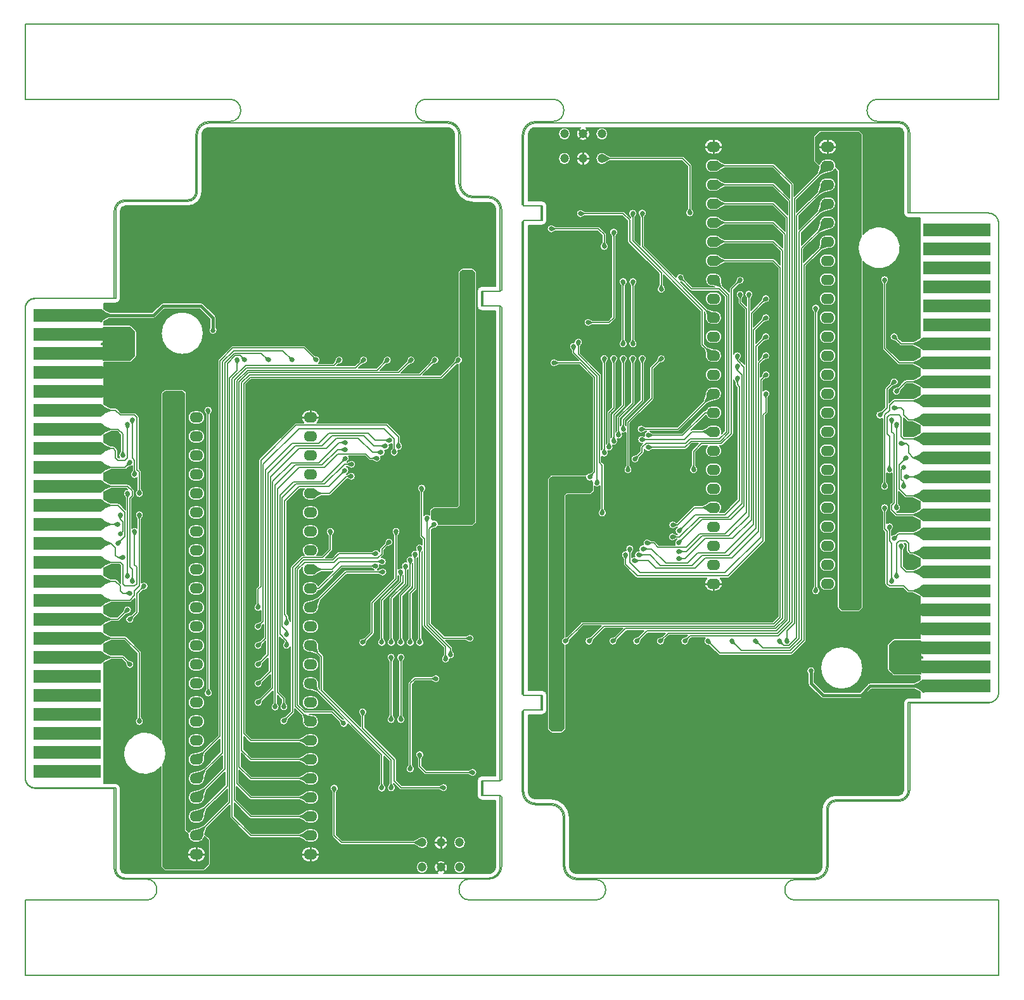
<source format=gbr>
G04 DesignSpark PCB PRO Gerber Version 10.0 Build 5299*
G04 #@! TF.Part,CustomerPanel*
G04 #@! TF.FileFunction,Copper,L2,Bot*
G04 #@! TF.FilePolarity,Positive*
%FSLAX35Y35*%
%MOIN*%
%ADD19C,0.00500*%
%ADD76C,0.00602*%
%ADD11C,0.00800*%
G04 #@! TA.AperFunction,ComponentPad*
%ADD86O,0.07087X0.05512*%
G04 #@! TA.AperFunction,SMDPad,CuDef*
%ADD82R,0.35433X0.06693*%
G04 #@! TD.AperFunction*
%ADD73C,0.01000*%
%ADD74C,0.01500*%
G04 #@! TA.AperFunction,ViaPad*
%ADD77C,0.02677*%
%ADD78C,0.03200*%
G04 #@! TA.AperFunction,ComponentPad*
%ADD89C,0.04724*%
G04 #@! TD.AperFunction*
%ADD79C,0.05000*%
G04 #@! TD.AperFunction*
X0Y0D02*
D02*
D19*
X332316Y446599D02*
X207096D01*
G75*
G03*
X203314Y442817I0J-3781D01*
G01*
Y412831D01*
G75*
G02*
X195846Y405363I-7469J0D01*
G01*
X162932D01*
G75*
G03*
X160401Y402831I0J-2531D01*
G01*
Y356652D01*
G75*
G02*
X157932Y354183I-2469J0D01*
G01*
X151627D01*
Y351156D01*
G75*
G03*
X154775Y349435I5526J6367D01*
G01*
X177229D01*
X181742Y353948D01*
G75*
G02*
X182877Y354420I1135J-1131D01*
G01*
X202877D01*
G75*
G02*
X204012Y353948I0J-1602D01*
G01*
X210258Y347702D01*
G75*
G02*
X210730Y346567I-1131J-1135D01*
G01*
Y341411D01*
G75*
G02*
X209127Y337726I-1602J-1494D01*
G01*
G75*
G02*
X207525Y341411I0J2191D01*
G01*
Y345904D01*
X202213Y351215D01*
X183541D01*
X179028Y346702D01*
G75*
G02*
X177893Y346230I-1135J1131D01*
G01*
X154777D01*
G75*
G03*
X151627Y344509I2376J-8090D01*
G01*
Y342670D01*
X165377D01*
G75*
G02*
X166157Y342347I0J-1102D01*
G01*
X168657Y339847D01*
G75*
G02*
X168980Y339066I-780J-780D01*
G01*
Y326569D01*
G75*
G02*
X168657Y325788I-1102J-1D01*
G01*
X166157Y323288D01*
G75*
G02*
X165377Y322965I-780J780D01*
G01*
X151627D01*
Y301009D01*
G75*
G03*
X155489Y298986I6752J8190D01*
G01*
X157862D01*
G75*
G02*
X158679Y298647I0J-1154D01*
G01*
X160855Y296471D01*
X167877D01*
G75*
G02*
X168694Y296131I0J-1154D01*
G01*
X169941Y294884D01*
G75*
G02*
X170281Y294067I-814J-817D01*
G01*
Y267045D01*
X171191Y266134D01*
G75*
G02*
X171531Y265317I-814J-817D01*
G01*
Y256309D01*
G75*
G03*
X171841Y255697I2196J729D01*
G01*
G75*
G02*
X170377Y251876I-1464J-1630D01*
G01*
G75*
G02*
X168913Y255697I0J2191D01*
G01*
G75*
G03*
X169224Y256309I-1886J1341D01*
G01*
Y262339D01*
G75*
G02*
X166413Y265697I-1346J1728D01*
G01*
G75*
G03*
X166724Y266309I-1886J1341D01*
G01*
Y268589D01*
G75*
G02*
X165377Y268126I-1346J1728D01*
G01*
G75*
G02*
X165261Y268130I1J2185D01*
G01*
G75*
G03*
X164607Y267916I386J-2289D01*
G01*
X163709Y267019D01*
G75*
G02*
X162893Y266679I-817J814D01*
G01*
X155490D01*
G75*
G03*
X151627Y264656I2889J-10214D01*
G01*
Y261009D01*
G75*
G03*
X155489Y258986I6752J8190D01*
G01*
X160347D01*
G75*
G02*
X160362I7J-1134D01*
G01*
G75*
G02*
X160550Y258971I0J-1154D01*
G01*
X164127D01*
G75*
G02*
X164944Y258631I0J-1154D01*
G01*
X167441Y256134D01*
G75*
G02*
X167781Y255317I-814J-817D01*
G01*
Y252817D01*
G75*
G02*
X167441Y252000I-1154J0D01*
G01*
X166531Y251089D01*
Y235796D01*
G75*
G02*
X169224I1346J-1728D01*
G01*
Y240576D01*
G75*
G03*
X168913Y241187I-2196J-729D01*
G01*
G75*
G02*
X170377Y245008I1464J1630D01*
G01*
G75*
G02*
X171841Y241187I0J-2191D01*
G01*
G75*
G03*
X171531Y240576I1886J-1341D01*
G01*
Y207046D01*
G75*
G02*
X172877Y207508I1346J-1728D01*
G01*
G75*
G02*
Y203126I0J-2191D01*
G01*
G75*
G02*
X172761Y203130I1J2185D01*
G01*
G75*
G03*
X172107Y202916I386J-2289D01*
G01*
X170281Y201089D01*
Y191567D01*
G75*
G02*
X169941Y190750I-1154J0D01*
G01*
X167785Y188594D01*
G75*
G03*
X167566Y187936I2065J-1055D01*
G01*
G75*
G02*
X167498Y187281I-2189J-103D01*
G01*
G75*
G02*
X167483Y187228I-1119J276D01*
G01*
G75*
G02*
X163365Y186965I-2106J605D01*
G01*
G75*
G02*
X163327Y188633I777J853D01*
G01*
X163342Y188648D01*
G75*
G02*
X163345Y188651I757J-881D01*
G01*
G75*
G02*
X164794Y189945I2033J-818D01*
G01*
G75*
G02*
X164848Y189959I317J-1113D01*
G01*
G75*
G02*
X165377Y190024I530J-2126D01*
G01*
G75*
G02*
X165506Y190020I-3J-2190D01*
G01*
G75*
G03*
X166156Y190228I-372J2289D01*
G01*
X167974Y192045D01*
Y198798D01*
X166194Y197019D01*
G75*
G02*
X165377Y196679I-817J814D01*
G01*
X155490D01*
G75*
G03*
X151627Y194656I2889J-10214D01*
G01*
Y191009D01*
G75*
G03*
X155489Y188986I6752J8190D01*
G01*
X158649D01*
X161710Y192047D01*
G75*
G03*
X161924Y192701I-2075J1040D01*
G01*
G75*
G02*
X164112Y195008I2188J116D01*
G01*
G75*
G02*
Y190626I0J-2191D01*
G01*
G75*
G02*
X163996Y190630I1J2185D01*
G01*
G75*
G03*
X163342Y190416I386J-2289D01*
G01*
X159944Y187019D01*
G75*
G02*
X159127Y186679I-817J814D01*
G01*
X155490D01*
G75*
G03*
X151627Y184656I2889J-10214D01*
G01*
Y181009D01*
G75*
G03*
X155489Y178986I6752J8190D01*
G01*
X162862D01*
G75*
G02*
X163679Y178647I0J-1154D01*
G01*
X171191Y171134D01*
G75*
G02*
X171531Y170317I-814J-817D01*
G01*
Y136309D01*
G75*
G03*
X171841Y135697I2196J729D01*
G01*
G75*
G02*
X170377Y131876I-1464J-1630D01*
G01*
G75*
G02*
X168913Y135697I0J2191D01*
G01*
G75*
G03*
X169224Y136309I-1886J1341D01*
G01*
Y169839D01*
X162384Y176679D01*
X155490D01*
G75*
G03*
X151627Y174656I2889J-10214D01*
G01*
Y171009D01*
G75*
G03*
X155489Y168986I6752J8190D01*
G01*
X161612D01*
G75*
G02*
X162429Y168647I0J-1154D01*
G01*
X164607Y166469D01*
G75*
G03*
X165261Y166255I1040J2075D01*
G01*
G75*
G02*
X165377Y166258I117J-2185D01*
G01*
G75*
G02*
Y161876I0J-2191D01*
G01*
G75*
G02*
X163189Y164183I0J2191D01*
G01*
G75*
G03*
X162976Y164837I-2289J-386D01*
G01*
X161134Y166679D01*
X155490D01*
G75*
G03*
X151627Y164656I2889J-10214D01*
G01*
Y101482D01*
X157932D01*
G75*
G02*
X160401Y99014I0J-2469D01*
G01*
Y56567D01*
G75*
G03*
X162932Y54036I2531J0D01*
G01*
X327477D01*
G75*
G02*
X328970Y60937I1493J3289D01*
G01*
G75*
G02*
X330462Y54036I0J-3612D01*
G01*
X353970D01*
G75*
G03*
X357751Y57817I0J3781D01*
G01*
Y92607D01*
X350444D01*
G75*
G02*
X347976Y95075I0J2469D01*
G01*
Y102949D01*
G75*
G02*
X350444Y105418I2469J0D01*
G01*
X357751D01*
Y350244D01*
X350446D01*
G75*
G02*
X347978Y352713I0J2469D01*
G01*
Y360587D01*
G75*
G02*
X350446Y363056I2469J0D01*
G01*
X357751D01*
Y403447D01*
G75*
G03*
X353970Y407229I-3781J0D01*
G01*
X346066D01*
G75*
G02*
X336098Y417197I0J9969D01*
G01*
Y442817D01*
G75*
G03*
X332316Y446599I-3781J0D01*
G01*
X319127Y60540D02*
G75*
G02*
Y54111I0J-3215D01*
G01*
G75*
G02*
Y60540I0J3215D01*
G01*
X328970Y73930D02*
G75*
G02*
Y66705I0J-3612D01*
G01*
G75*
G02*
Y73930I0J3612D01*
G01*
X319127Y73532D02*
G75*
G02*
Y67103I0J-3215D01*
G01*
G75*
G02*
X317540Y67522I0J3215D01*
G01*
G75*
G02*
X317501Y67544I557J1013D01*
G01*
G75*
G02*
X316665Y68251I1627J2773D01*
G01*
G75*
G03*
X314846Y69164I-3448J-4599D01*
G01*
X276627D01*
G75*
G02*
X275810Y69503I0J1154D01*
G01*
X272063Y73250D01*
G75*
G02*
X271724Y74067I814J817D01*
G01*
Y96659D01*
G75*
G03*
X271413Y97271I-2196J-729D01*
G01*
G75*
G02*
X272877Y101092I1464J1630D01*
G01*
G75*
G02*
X274341Y97271I0J-2191D01*
G01*
G75*
G03*
X274031Y96659I1886J-1341D01*
G01*
Y74545D01*
X277105Y71471D01*
X314846D01*
G75*
G03*
X316665Y72384I-1629J5512D01*
G01*
G75*
G02*
X317501Y73090I2463J-2067D01*
G01*
G75*
G02*
X317540Y73113I589J-977D01*
G01*
G75*
G02*
X319127Y73532I1587J-2796D01*
G01*
X261165Y68073D02*
G75*
G02*
Y60061I0J-4006D01*
G01*
X259590D01*
G75*
G02*
Y68073I0J4006D01*
G01*
X261165D01*
X204907Y55788D02*
G75*
G02*
X204127Y55465I-780J780D01*
G01*
X184127D01*
G75*
G02*
X183348Y55788I0J1102D01*
G01*
X182098Y57038D01*
G75*
G02*
X181775Y57819I780J780D01*
G01*
Y110104D01*
G75*
G02*
X166356Y108483I-8544J7130D01*
G01*
G75*
G02*
X180106Y125983I6875J8750D01*
G01*
G75*
G02*
X181775Y124363I-6875J-8750D01*
G01*
Y306566D01*
G75*
G02*
X182098Y307347I1102J1D01*
G01*
X183348Y308597D01*
G75*
G02*
X184127Y308920I780J-780D01*
G01*
X192877D01*
G75*
G02*
X193657Y308597I0J-1102D01*
G01*
X194907Y307347D01*
G75*
G02*
X195230Y306566I-780J-780D01*
G01*
Y77024D01*
X196435Y75819D01*
G75*
G02*
X198624Y77544I3155J-1751D01*
G01*
G75*
G02*
X198688Y77561I331J-1097D01*
G01*
G75*
G02*
X199364Y77669I902J-3494D01*
G01*
G75*
G03*
X204199Y79520I-2338J13342D01*
G01*
X216724Y92045D01*
Y98622D01*
X205869Y87880D01*
G75*
G03*
X204751Y84461I8019J-4515D01*
G01*
G75*
G02*
X201165Y80459I-3587J-394D01*
G01*
X199590D01*
G75*
G02*
X198643Y87549I0J3608D01*
G01*
G75*
G02*
X198705Y87565I323J-1111D01*
G01*
G75*
G02*
X199378Y87669I885J-3498D01*
G01*
G75*
G03*
X204227Y89501I-2279J13369D01*
G01*
X215474Y100631D01*
Y107551D01*
X205849Y97914D01*
G75*
G03*
X204749Y94482I8057J-4476D01*
G01*
G75*
G02*
X204656Y93154I-3585J-415D01*
G01*
G75*
G02*
X204646Y93118I-1113J286D01*
G01*
G75*
G02*
X201165Y90459I-3481J949D01*
G01*
X199590D01*
G75*
G02*
X198616Y97542I0J3608D01*
G01*
G75*
G02*
X198691Y97562I337J-1106D01*
G01*
G75*
G02*
X199361Y97669I900J-3495D01*
G01*
G75*
G03*
X204197Y99525I-2343J13331D01*
G01*
X214147Y109488D01*
Y115973D01*
X205882Y107856D01*
G75*
G03*
X204753Y104449I7989J-4539D01*
G01*
G75*
G02*
X201165Y100459I-3588J-381D01*
G01*
X199590D01*
G75*
G02*
X198663Y107554I0J3608D01*
G01*
G75*
G02*
X198712Y107567I319J-1109D01*
G01*
G75*
G02*
X199391Y107670I877J-3500D01*
G01*
G75*
G03*
X204246Y109483I-2231J13378D01*
G01*
X212899Y117981D01*
Y124829D01*
X205104Y117119D01*
G75*
G03*
X204590Y115201I5231J-2428D01*
G01*
G75*
G02*
X204650Y113135I-3426J-1133D01*
G01*
G75*
G02*
X204639Y113093I-1110J278D01*
G01*
G75*
G02*
X201165Y110459I-3474J974D01*
G01*
X199590D01*
G75*
G02*
Y117676I0J3608D01*
G01*
X200241D01*
G75*
G03*
X203452Y118730I-1213J9113D01*
G01*
X211651Y126839D01*
Y323921D01*
G75*
G02*
X211991Y324738I1154J0D01*
G01*
X218727Y331475D01*
G75*
G02*
X219544Y331814I817J-814D01*
G01*
X256985D01*
G75*
G02*
X257802Y331475I0J-1154D01*
G01*
X262566Y326711D01*
G75*
G03*
X263217Y326504I1018J2078D01*
G01*
G75*
G02*
X263348Y326508I131J-2193D01*
G01*
G75*
G02*
X263350I1J-2128D01*
G01*
G75*
G02*
X263885Y326442I0J-2191D01*
G01*
G75*
G02*
X263919Y326433I-274J-1126D01*
G01*
G75*
G02*
X264683Y322579I-569J-2116D01*
G01*
X272107D01*
X273054Y323526D01*
G75*
G03*
X273268Y324180I-2075J1040D01*
G01*
G75*
G02*
X275456Y326487I2188J116D01*
G01*
G75*
G02*
Y322105I0J-2191D01*
G01*
G75*
G02*
X275340Y322108I1J2185D01*
G01*
G75*
G03*
X274686Y321894I386J-2289D01*
G01*
X274122Y321331D01*
X283693D01*
X285909Y323547D01*
G75*
G03*
X286123Y324201I-2075J1040D01*
G01*
G75*
G02*
X288311Y326508I2188J116D01*
G01*
G75*
G02*
Y322126I0J-2191D01*
G01*
G75*
G02*
X288194Y322130I1J2185D01*
G01*
G75*
G03*
X287541Y321916I386J-2289D01*
G01*
X285707Y320083D01*
X294946D01*
X298389Y323526D01*
G75*
G03*
X298603Y324180I-2075J1040D01*
G01*
G75*
G02*
X300791Y326487I2188J116D01*
G01*
G75*
G02*
Y322105I0J-2191D01*
G01*
G75*
G02*
X300675Y322108I1J2185D01*
G01*
G75*
G03*
X300021Y321894I386J-2289D01*
G01*
X296961Y318835D01*
X306179D01*
X310870Y323526D01*
G75*
G03*
X311083Y324180I-2075J1040D01*
G01*
G75*
G02*
X313271Y326487I2188J116D01*
G01*
G75*
G02*
Y322105I0J-2191D01*
G01*
G75*
G02*
X313155Y322108I1J2185D01*
G01*
G75*
G03*
X312501Y321894I386J-2289D01*
G01*
X308194Y317587D01*
X317514D01*
X323475Y323547D01*
G75*
G03*
X323689Y324201I-2075J1040D01*
G01*
G75*
G02*
X325876Y326508I2188J116D01*
G01*
G75*
G02*
Y322126I0J-2191D01*
G01*
G75*
G02*
X325760Y322130I1J2185D01*
G01*
G75*
G03*
X325106Y321916I386J-2289D01*
G01*
X319529Y316339D01*
X328643D01*
X335830Y323526D01*
G75*
G03*
X336044Y324180I-2075J1040D01*
G01*
G75*
G02*
X338025Y326477I2188J116D01*
G01*
Y370316D01*
G75*
G02*
X338348Y371097I1102J1D01*
G01*
X339626Y372376D01*
G75*
G02*
X340406Y372698I780J-780D01*
G01*
X345377D01*
G75*
G02*
X346157Y372376I0J-1102D01*
G01*
X347498Y371034D01*
G75*
G02*
X347821Y370254I-780J-780D01*
G01*
Y239191D01*
G75*
G02*
X347498Y238411I-1102J-1D01*
G01*
X346125Y237038D01*
G75*
G02*
X345346Y236715I-780J780D01*
G01*
X327694D01*
G75*
G02*
X327691I-1J818D01*
G01*
G75*
G02*
X327363Y236765I-1J1102D01*
G01*
G75*
G02*
X325502Y235730I-1861J1156D01*
G01*
G75*
G02*
X325386Y235733I1J2185D01*
G01*
G75*
G03*
X324732Y235519I386J-2289D01*
G01*
X324035Y234822D01*
Y185868D01*
X330931Y178970D01*
X342030D01*
G75*
G03*
X342646Y179282I-729J2202D01*
G01*
G75*
G02*
X344275Y180008I1629J-1465D01*
G01*
G75*
G02*
Y175626I0J-2191D01*
G01*
G75*
G02*
X342645Y176354I0J2191D01*
G01*
G75*
G03*
X342034Y176663I-1341J-1886D01*
G01*
X331492D01*
X334853Y173302D01*
G75*
G02*
X335192Y172485I-814J-817D01*
G01*
Y171407D01*
G75*
G03*
X335502Y170795I2196J729D01*
G01*
G75*
G02*
X333669Y167006I-1464J-1630D01*
G01*
G75*
G02*
X331480Y164728I-2189J-87D01*
G01*
G75*
G02*
X330016Y168549I0J2191D01*
G01*
G75*
G03*
X330326Y169161I-1886J1341D01*
G01*
Y172819D01*
X319571Y183574D01*
G75*
G02*
X319231Y184391I814J817D01*
G01*
Y223523D01*
G75*
G03*
X319031Y223080I1996J-1172D01*
G01*
Y177897D01*
G75*
G03*
X319341Y177285I2196J729D01*
G01*
G75*
G02*
X317877Y173464I-1464J-1630D01*
G01*
G75*
G02*
X316413Y177285I0J2191D01*
G01*
G75*
G03*
X316724Y177897I-1886J1341D01*
G01*
Y220360D01*
G75*
G03*
X316531Y219931I2003J-1159D01*
G01*
Y204067D01*
G75*
G02*
X316191Y203250I-1154J0D01*
G01*
X314031Y201089D01*
Y177896D01*
G75*
G03*
X314341Y177284I2196J729D01*
G01*
G75*
G02*
X312877Y173463I-1464J-1630D01*
G01*
G75*
G02*
X311413Y177284I0J2191D01*
G01*
G75*
G03*
X311724Y177896I-1886J1341D01*
G01*
Y201567D01*
G75*
G02*
X312063Y202384I1154J0D01*
G01*
X314224Y204545D01*
Y217210D01*
G75*
G03*
X314031Y216781I2003J-1159D01*
G01*
Y205317D01*
G75*
G02*
X313691Y204500I-1154J0D01*
G01*
X309031Y199839D01*
Y177896D01*
G75*
G03*
X309341Y177284I2196J729D01*
G01*
G75*
G02*
X307877Y173463I-1464J-1630D01*
G01*
G75*
G02*
X306413Y177284I0J2191D01*
G01*
G75*
G03*
X306724Y177896I-1886J1341D01*
G01*
Y200317D01*
G75*
G02*
X307063Y201134I1154J0D01*
G01*
X311724Y205795D01*
Y214061D01*
G75*
G03*
X311531Y213631I2003J-1159D01*
G01*
Y206567D01*
G75*
G02*
X311191Y205750I-1154J0D01*
G01*
X304031Y198589D01*
Y177896D01*
G75*
G03*
X304341Y177284I2196J729D01*
G01*
G75*
G02*
X302877Y173463I-1464J-1630D01*
G01*
G75*
G02*
X301413Y177284I0J2191D01*
G01*
G75*
G03*
X301724Y177896I-1886J1341D01*
G01*
Y199067D01*
G75*
G02*
X302063Y199884I1154J0D01*
G01*
X309224Y207045D01*
Y210911D01*
G75*
G03*
X309031Y210482I2003J-1159D01*
G01*
Y207817D01*
G75*
G02*
X308691Y207000I-1154J0D01*
G01*
X299031Y197339D01*
Y177896D01*
G75*
G03*
X299341Y177284I2196J729D01*
G01*
G75*
G02*
X297877Y173463I-1464J-1630D01*
G01*
G75*
G02*
X296413Y177284I0J2191D01*
G01*
G75*
G03*
X296724Y177896I-1886J1341D01*
G01*
Y197817D01*
G75*
G02*
X297063Y198634I1154J0D01*
G01*
X306724Y208295D01*
Y210482D01*
G75*
G03*
X306531Y210911I-2196J-730D01*
G01*
Y209067D01*
G75*
G02*
X306191Y208250I-1154J0D01*
G01*
X294031Y196089D01*
Y180654D01*
G75*
G02*
X293691Y179837I-1154J0D01*
G01*
X290279Y176424D01*
G75*
G03*
X290065Y175770I2075J-1040D01*
G01*
G75*
G02*
X287877Y173463I-2188J-116D01*
G01*
G75*
G02*
Y177845I0J2191D01*
G01*
G75*
G02*
X287993Y177842I-1J-2185D01*
G01*
G75*
G03*
X288647Y178056I-386J2289D01*
G01*
X291724Y181132D01*
Y196567D01*
G75*
G02*
X292063Y197384I1154J0D01*
G01*
X304224Y209545D01*
Y231826D01*
G75*
G03*
X303913Y232437I-2196J-729D01*
G01*
G75*
G02*
X305377Y236258I1464J1630D01*
G01*
G75*
G02*
X306841Y232437I0J-2191D01*
G01*
G75*
G03*
X306531Y231826I1886J-1341D01*
G01*
Y214452D01*
G75*
G02*
X308446Y214839I1346J-1728D01*
G01*
G75*
G02*
X310946Y217989I1931J1034D01*
G01*
G75*
G02*
X313446Y221139I1931J1034D01*
G01*
G75*
G02*
X315946Y224288I1931J1034D01*
G01*
G75*
G02*
X319231Y227044I1931J1034D01*
G01*
Y229716D01*
X318073Y230875D01*
G75*
G02*
X317734Y231692I814J817D01*
G01*
Y254576D01*
G75*
G03*
X317424Y255188I-2196J-729D01*
G01*
G75*
G02*
X318887Y259009I1464J1630D01*
G01*
G75*
G02*
X320351Y255188I0J-2191D01*
G01*
G75*
G03*
X320041Y254576I1886J-1341D01*
G01*
Y242575D01*
G75*
G02*
X323025Y242762I1592J-1505D01*
G01*
Y244918D01*
G75*
G02*
X323348Y245698I1102J1D01*
G01*
X324598Y246948D01*
G75*
G02*
X325377Y247271I780J-780D01*
G01*
X337420D01*
X338025Y247876D01*
Y322091D01*
G75*
G03*
X337462Y321894I477J-2272D01*
G01*
X329938Y314371D01*
G75*
G02*
X329121Y314031I-817J814D01*
G01*
X229225D01*
X226531Y311337D01*
Y128165D01*
X229474Y125221D01*
X254522D01*
G75*
G03*
X256810Y126369I-1970J6782D01*
G01*
G75*
G02*
X257759Y127177I2780J-2302D01*
G01*
G75*
G02*
X257812Y127207I597J-978D01*
G01*
G75*
G02*
X259590Y127676I1778J-3140D01*
G01*
X261165D01*
G75*
G02*
Y120459I0J-3608D01*
G01*
X259590D01*
G75*
G02*
X257812Y120928I0J3609D01*
G01*
G75*
G02*
X257759Y120958I549J1017D01*
G01*
G75*
G02*
X256810Y121766I1831J3111D01*
G01*
G75*
G03*
X254522Y122914I-4258J-5634D01*
G01*
X228996D01*
G75*
G02*
X228180Y123253I0J1154D01*
G01*
X225281Y126152D01*
Y119348D01*
X229407Y115221D01*
X254522D01*
G75*
G03*
X256810Y116369I-1970J6782D01*
G01*
G75*
G02*
X257759Y117177I2780J-2302D01*
G01*
G75*
G02*
X257812Y117207I597J-978D01*
G01*
G75*
G02*
X259590Y117676I1778J-3140D01*
G01*
X261165D01*
G75*
G02*
Y110459I0J-3608D01*
G01*
X259590D01*
G75*
G02*
X257812Y110928I0J3609D01*
G01*
G75*
G02*
X257759Y110958I549J1017D01*
G01*
G75*
G02*
X256810Y111766I1831J3111D01*
G01*
G75*
G03*
X254522Y112914I-4258J-5634D01*
G01*
X228930D01*
G75*
G02*
X228113Y113253I0J1154D01*
G01*
X224031Y117335D01*
Y110611D01*
X229421Y105221D01*
X254522D01*
G75*
G03*
X256810Y106369I-1970J6782D01*
G01*
G75*
G02*
X257759Y107177I2780J-2302D01*
G01*
G75*
G02*
X257812Y107207I597J-978D01*
G01*
G75*
G02*
X259590Y107676I1778J-3140D01*
G01*
X261165D01*
G75*
G02*
Y100459I0J-3608D01*
G01*
X259590D01*
G75*
G02*
X257812Y100928I0J3609D01*
G01*
G75*
G02*
X257759Y100958I549J1017D01*
G01*
G75*
G02*
X256810Y101766I1831J3111D01*
G01*
G75*
G03*
X254522Y102914I-4258J-5634D01*
G01*
X228943D01*
G75*
G02*
X228126Y103253I0J1154D01*
G01*
X222781Y108598D01*
Y101875D01*
X229435Y95221D01*
X254522D01*
G75*
G03*
X256810Y96369I-1970J6782D01*
G01*
G75*
G02*
X257759Y97177I2780J-2302D01*
G01*
G75*
G02*
X257812Y97207I597J-978D01*
G01*
G75*
G02*
X259590Y97676I1778J-3140D01*
G01*
X261165D01*
G75*
G02*
Y90459I0J-3608D01*
G01*
X259590D01*
G75*
G02*
X257812Y90928I0J3609D01*
G01*
G75*
G02*
X257759Y90958I549J1017D01*
G01*
G75*
G02*
X256810Y91766I1831J3111D01*
G01*
G75*
G03*
X254522Y92914I-4258J-5634D01*
G01*
X228957D01*
G75*
G02*
X228140Y93253I0J1154D01*
G01*
X221531Y99862D01*
Y93139D01*
X229449Y85221D01*
X254522D01*
G75*
G03*
X256810Y86369I-1970J6782D01*
G01*
G75*
G02*
X257759Y87177I2780J-2302D01*
G01*
G75*
G02*
X257812Y87207I597J-978D01*
G01*
G75*
G02*
X259590Y87676I1778J-3140D01*
G01*
X261165D01*
G75*
G02*
Y80459I0J-3608D01*
G01*
X259590D01*
G75*
G02*
X257812Y80928I0J3609D01*
G01*
G75*
G02*
X257759Y80958I549J1017D01*
G01*
G75*
G02*
X256810Y81766I1831J3111D01*
G01*
G75*
G03*
X254522Y82914I-4258J-5634D01*
G01*
X228971D01*
G75*
G02*
X228154Y83253I0J1154D01*
G01*
X220281Y91126D01*
Y84403D01*
X229463Y75221D01*
X254522D01*
G75*
G03*
X256810Y76369I-1970J6782D01*
G01*
G75*
G02*
X257759Y77177I2780J-2302D01*
G01*
G75*
G02*
X257812Y77207I597J-978D01*
G01*
G75*
G02*
X259590Y77676I1778J-3140D01*
G01*
X261165D01*
G75*
G02*
Y70459I0J-3608D01*
G01*
X259590D01*
G75*
G02*
X257812Y70928I0J3609D01*
G01*
G75*
G02*
X257759Y70958I549J1017D01*
G01*
G75*
G02*
X256810Y71766I1831J3111D01*
G01*
G75*
G03*
X254522Y72914I-4258J-5634D01*
G01*
X228985D01*
G75*
G02*
X228168Y73253I0J1154D01*
G01*
X218313Y83108D01*
G75*
G02*
X217974Y83925I814J817D01*
G01*
Y90032D01*
X205851Y77909D01*
G75*
G03*
X204760Y74573I8052J-4478D01*
G01*
G75*
G02*
X205504Y74250I-37J-1102D01*
G01*
X207407Y72347D01*
G75*
G02*
X207730Y71566I-780J-780D01*
G01*
Y59069D01*
G75*
G02*
X207407Y58288I-1102J-1D01*
G01*
X204907Y55788D01*
X206627Y146876D02*
G75*
G02*
X205115Y150653I0J2191D01*
G01*
G75*
G03*
X205411Y151288I-1926J1285D01*
G01*
Y295576D01*
G75*
G03*
X205101Y296187I-2196J-729D01*
G01*
G75*
G02*
X206565Y300008I1464J1630D01*
G01*
G75*
G02*
X208028Y296187I0J-2191D01*
G01*
G75*
G03*
X207718Y295576I1886J-1341D01*
G01*
Y151328D01*
G75*
G03*
X208042Y150741I2173J813D01*
G01*
G75*
G02*
X206627Y146876I-1415J-1673D01*
G01*
X201165Y147675D02*
G75*
G02*
Y140459I0J-3608D01*
G01*
X199590D01*
G75*
G02*
Y147675I0J3608D01*
G01*
X201165D01*
Y287675D02*
G75*
G02*
Y280459I0J-3608D01*
G01*
X199590D01*
G75*
G02*
Y287675I0J3608D01*
G01*
X201165D01*
Y277675D02*
G75*
G02*
Y270459I0J-3608D01*
G01*
X199590D01*
G75*
G02*
Y277675I0J3608D01*
G01*
X201165D01*
Y267675D02*
G75*
G02*
Y260459I0J-3608D01*
G01*
X199590D01*
G75*
G02*
Y267675I0J3608D01*
G01*
X201165D01*
Y257675D02*
G75*
G02*
Y250459I0J-3608D01*
G01*
X199590D01*
G75*
G02*
Y257675I0J3608D01*
G01*
X201165D01*
Y247675D02*
G75*
G02*
Y240459I0J-3608D01*
G01*
X199590D01*
G75*
G02*
Y247675I0J3608D01*
G01*
X201165D01*
Y237675D02*
G75*
G02*
Y230459I0J-3608D01*
G01*
X199590D01*
G75*
G02*
Y237675I0J3608D01*
G01*
X201165D01*
Y227675D02*
G75*
G02*
Y220459I0J-3608D01*
G01*
X199590D01*
G75*
G02*
Y227675I0J3608D01*
G01*
X201165D01*
Y217675D02*
G75*
G02*
Y210459I0J-3608D01*
G01*
X199590D01*
G75*
G02*
Y217675I0J3608D01*
G01*
X201165D01*
Y207675D02*
G75*
G02*
Y200459I0J-3608D01*
G01*
X199590D01*
G75*
G02*
Y207675I0J3608D01*
G01*
X201165D01*
Y197675D02*
G75*
G02*
Y190459I0J-3608D01*
G01*
X199590D01*
G75*
G02*
Y197675I0J3608D01*
G01*
X201165D01*
Y187675D02*
G75*
G02*
Y180459I0J-3608D01*
G01*
X199590D01*
G75*
G02*
Y187675I0J3608D01*
G01*
X201165D01*
Y177675D02*
G75*
G02*
Y170459I0J-3608D01*
G01*
X199590D01*
G75*
G02*
Y177675I0J3608D01*
G01*
X201165D01*
Y167675D02*
G75*
G02*
Y160459I0J-3608D01*
G01*
X199590D01*
G75*
G02*
Y167675I0J3608D01*
G01*
X201165D01*
Y157675D02*
G75*
G02*
Y150459I0J-3608D01*
G01*
X199590D01*
G75*
G02*
Y157675I0J3608D01*
G01*
X201165D01*
Y297675D02*
G75*
G02*
Y290459I0J-3608D01*
G01*
X199590D01*
G75*
G02*
Y297675I0J3608D01*
G01*
X201165D01*
Y137675D02*
G75*
G02*
Y130459I0J-3608D01*
G01*
X199590D01*
G75*
G02*
Y137675I0J3608D01*
G01*
X201165D01*
Y127675D02*
G75*
G02*
Y120459I0J-3608D01*
G01*
X199590D01*
G75*
G02*
Y127675I0J3608D01*
G01*
X201165D01*
X304252Y136724D02*
G75*
G02*
X302788Y132903I-1464J-1630D01*
G01*
G75*
G02*
X301324Y136724I0J2191D01*
G01*
G75*
G03*
X301634Y137336I-1886J1341D01*
G01*
Y165576D01*
G75*
G03*
X301324Y166187I-2196J-729D01*
G01*
G75*
G02*
X302788Y170008I1464J1630D01*
G01*
G75*
G02*
X304252Y166187I0J-2191D01*
G01*
G75*
G03*
X303941Y165576I1886J-1341D01*
G01*
Y137336D01*
G75*
G03*
X304252Y136724I2196J729D01*
G01*
X299341Y100656D02*
G75*
G02*
X297877Y96835I-1464J-1630D01*
G01*
G75*
G02*
X296413Y100656I0J2191D01*
G01*
G75*
G03*
X296724Y101268I-1886J1341D01*
G01*
Y116089D01*
X280057Y132756D01*
G75*
G02*
X275689Y133089I-2180J217D01*
G01*
G75*
G03*
X275476Y133743I-2289J-386D01*
G01*
X271409Y137809D01*
X259811D01*
G75*
G03*
X260563Y137676I1990J8998D01*
G01*
X261165D01*
G75*
G02*
X262070Y137560I0J-3609D01*
G01*
G75*
G02*
X262128Y137545I-267J-1115D01*
G01*
G75*
G02*
X261165Y130459I-963J-3478D01*
G01*
X259590D01*
G75*
G02*
X256113Y133103I0J3608D01*
G01*
G75*
G02*
X256096Y133164I1105J332D01*
G01*
G75*
G02*
X256169Y135215I3493J903D01*
G01*
G75*
G03*
X255662Y137152I-5779J-478D01*
G01*
X252148Y140665D01*
Y138963D01*
G75*
G02*
X251809Y138146I-1154J0D01*
G01*
X248778Y135115D01*
G75*
G03*
X248565Y134461I2075J-1040D01*
G01*
G75*
G02*
X246377Y132154I-2188J-116D01*
G01*
G75*
G02*
Y136536I0J2191D01*
G01*
G75*
G02*
X246493Y136533I-1J-2185D01*
G01*
G75*
G03*
X247147Y136747I-386J2289D01*
G01*
X249841Y139441D01*
Y173192D01*
G75*
G02*
X247874Y171967I-1967J966D01*
G01*
G75*
G02*
X246411Y175787I0J2191D01*
G01*
G75*
G03*
X246581Y176066I-1885J1341D01*
G01*
X244161Y178486D01*
Y149924D01*
X247191Y146894D01*
G75*
G02*
X247530Y146077I-814J-817D01*
G01*
Y144075D01*
G75*
G03*
X247841Y143463I2196J729D01*
G01*
G75*
G02*
X246377Y139643I-1464J-1630D01*
G01*
G75*
G02*
X244913Y143463I0J2191D01*
G01*
G75*
G03*
X245223Y144075I-1886J1341D01*
G01*
Y145599D01*
X242913Y147909D01*
Y143950D01*
G75*
G03*
X243223Y143339I2196J729D01*
G01*
G75*
G02*
X241759Y139518I-1464J-1630D01*
G01*
G75*
G02*
X240295Y143339I0J2191D01*
G01*
G75*
G03*
X240606Y143950I-1886J1341D01*
G01*
Y150156D01*
X235283Y144833D01*
G75*
G03*
X235065Y144176I2068J-1048D01*
G01*
G75*
G02*
X235003Y143536I-2189J-109D01*
G01*
G75*
G02*
X234980Y143451I-1122J259D01*
G01*
G75*
G02*
X232877Y141876I-2102J617D01*
G01*
G75*
G02*
Y146258I0J2191D01*
G01*
G75*
G02*
X233001Y146255I-1J-2187D01*
G01*
G75*
G03*
X233652Y146465I-379J2284D01*
G01*
X239357Y152171D01*
Y158892D01*
X235287Y154822D01*
G75*
G03*
X235066Y154167I2060J-1059D01*
G01*
G75*
G02*
X232877Y151876I-2189J-99D01*
G01*
G75*
G02*
Y156258I0J2191D01*
G01*
G75*
G02*
X233013Y156254I-2J-2195D01*
G01*
G75*
G03*
X233662Y156460I-368J2286D01*
G01*
X238109Y160907D01*
Y167628D01*
X235293Y164812D01*
G75*
G03*
X235067Y164153I2050J-1074D01*
G01*
G75*
G02*
X234995Y163507I-2188J-85D01*
G01*
G75*
G02*
X234975Y163435I-1122J278D01*
G01*
G75*
G02*
X232877Y161876I-2098J632D01*
G01*
G75*
G02*
Y166258I0J2191D01*
G01*
G75*
G02*
X232880I1J-2183D01*
G01*
G75*
G02*
X233023Y166254I0J-2187D01*
G01*
G75*
G03*
X233672Y166454I-354J2296D01*
G01*
X236861Y169643D01*
Y176420D01*
X235279Y174837D01*
G75*
G03*
X235065Y174183I2075J-1040D01*
G01*
G75*
G02*
X232877Y171876I-2188J-116D01*
G01*
G75*
G02*
Y176258I0J2191D01*
G01*
G75*
G02*
X232993Y176255I-1J-2185D01*
G01*
G75*
G03*
X233647Y176469I-386J2289D01*
G01*
X235613Y178435D01*
Y185276D01*
X235175Y184837D01*
G75*
G03*
X234961Y184183I2075J-1040D01*
G01*
G75*
G02*
X232773Y181876I-2188J-116D01*
G01*
G75*
G02*
Y186258I0J2191D01*
G01*
G75*
G02*
X232889Y186255I-1J-2185D01*
G01*
G75*
G03*
X233543Y186469I-386J2289D01*
G01*
X234365Y187291D01*
Y192459D01*
G75*
G02*
X232877Y191876I-1488J1608D01*
G01*
G75*
G02*
X231413Y195697I0J2191D01*
G01*
G75*
G03*
X231724Y196309I-1886J1341D01*
G01*
Y203715D01*
G75*
G02*
X232063Y204532I1154J0D01*
G01*
X233117Y205587D01*
Y271504D01*
G75*
G02*
X233457Y272321I1154J0D01*
G01*
X251925Y290789D01*
G75*
G02*
X252742Y291128I817J-814D01*
G01*
X256867D01*
G75*
G02*
X259590Y298073I2722J2939D01*
G01*
X261165D01*
G75*
G02*
X263887Y291128I0J-4006D01*
G01*
X300541D01*
G75*
G02*
X301358Y290789I0J-1154D01*
G01*
X307471Y284676D01*
G75*
G02*
X307810Y283859I-814J-817D01*
G01*
Y281107D01*
G75*
G03*
X308120Y280495I2196J729D01*
G01*
G75*
G02*
X306657Y276674I-1464J-1630D01*
G01*
G75*
G02*
X306371Y276693I1J2191D01*
G01*
G75*
G02*
X304410Y273525I-1961J-978D01*
G01*
G75*
G02*
X302946Y277346I0J2191D01*
G01*
G75*
G03*
X303257Y277957I-1886J1341D01*
G01*
Y280166D01*
G75*
G02*
X301826Y279807I-1218J1821D01*
G01*
G75*
G02*
X299452Y276828I-2033J-815D01*
G01*
G75*
G02*
X297546Y273556I-1906J-1081D01*
G01*
G75*
G02*
X297276Y273573I2J2190D01*
G01*
G75*
G02*
X293670Y271163I-1976J-946D01*
G01*
G75*
G03*
X293058Y271474I-1341J-1886D01*
G01*
X291805D01*
G75*
G02*
X290988Y271813I0J1154D01*
G01*
X289081Y273720D01*
X280563D01*
G75*
G02*
X279604Y270570I-1863J-1154D01*
G01*
X279702D01*
G75*
G03*
X280317Y270881I-730J2202D01*
G01*
G75*
G02*
X281946Y271607I1629J-1465D01*
G01*
G75*
G02*
Y267226I0J-2191D01*
G01*
G75*
G02*
X280316Y267953I0J2191D01*
G01*
G75*
G03*
X279704Y268263I-1341J-1886D01*
G01*
X279354D01*
G75*
G02*
X279349Y264269I-903J-1996D01*
G01*
G75*
G02*
X279425Y264271I74J-1154D01*
G01*
X279578D01*
G75*
G03*
X280192Y264582I-730J2202D01*
G01*
G75*
G02*
X281821Y265308I1629J-1465D01*
G01*
G75*
G02*
Y260926I0J-2191D01*
G01*
G75*
G02*
X280191Y261654I0J2191D01*
G01*
G75*
G03*
X279811Y261872I-1341J-1886D01*
G01*
X271192Y253253D01*
G75*
G02*
X270375Y252914I-817J814D01*
G01*
X266231D01*
G75*
G03*
X263944Y251767I1970J-6783D01*
G01*
G75*
G02*
X262983Y250950I-2780J2300D01*
G01*
G75*
G02*
X262954Y250934I-571J970D01*
G01*
G75*
G02*
X261165Y250459I-1790J3133D01*
G01*
X259590D01*
G75*
G02*
X257042Y256622I0J3608D01*
G01*
X254842D01*
X247905Y249685D01*
Y190860D01*
X248689Y190076D01*
G75*
G02*
X249028Y189259I-814J-817D01*
G01*
Y188131D01*
G75*
G03*
X249338Y187519I2196J729D01*
G01*
G75*
G02*
X249841Y186854I-1464J-1630D01*
G01*
Y215093D01*
G75*
G02*
X250180Y215910I1154J0D01*
G01*
X255419Y221149D01*
G75*
G02*
X256236Y221488I817J-814D01*
G01*
X257066D01*
G75*
G02*
X259590Y227675I2524J2579D01*
G01*
X261165D01*
G75*
G02*
X263689Y221488I0J-3608D01*
G01*
X266242D01*
X269685Y224931D01*
Y231821D01*
G75*
G03*
X269374Y232433I-2196J-729D01*
G01*
G75*
G02*
X270838Y236254I1464J1630D01*
G01*
G75*
G02*
X272302Y232433I0J-2191D01*
G01*
G75*
G03*
X271992Y231821I1886J-1341D01*
G01*
Y224453D01*
G75*
G02*
X271652Y223636I-1154J0D01*
G01*
X268257Y220240D01*
X271608D01*
X274514Y223146D01*
G75*
G02*
X275331Y223485I817J-814D01*
G01*
X292557D01*
G75*
G03*
X293171Y223796I-730J2202D01*
G01*
G75*
G02*
X296767Y223297I1629J-1465D01*
G01*
Y224728D01*
G75*
G02*
X297106Y225544I1154J0D01*
G01*
X299263Y227702D01*
G75*
G03*
X299477Y228356I-2075J1040D01*
G01*
G75*
G02*
X301665Y230663I2188J116D01*
G01*
G75*
G02*
Y226281I0J-2191D01*
G01*
G75*
G02*
X301548Y226284I1J2185D01*
G01*
G75*
G03*
X300894Y226070I386J-2289D01*
G01*
X299074Y224250D01*
Y222207D01*
G75*
G02*
X298735Y221390I-1154J0D01*
G01*
X297698Y220353D01*
G75*
G02*
X298169Y220404I471J-2140D01*
G01*
G75*
G02*
Y216022I0J-2191D01*
G01*
G75*
G02*
X296766Y216530I0J2191D01*
G01*
G75*
G02*
X295579Y213877I-2090J-657D01*
G01*
X296176D01*
G75*
G03*
X296791Y214189I-730J2202D01*
G01*
G75*
G02*
X298420Y214915I1629J-1465D01*
G01*
G75*
G02*
Y210533I0J-2191D01*
G01*
G75*
G02*
X296790Y211260I0J2191D01*
G01*
G75*
G03*
X296178Y211570I-1341J-1886D01*
G01*
X279511D01*
X265851Y197909D01*
G75*
G03*
X264749Y194480I8051J-4478D01*
G01*
G75*
G02*
X264657Y193163I-3585J-412D01*
G01*
G75*
G02*
X264642Y193103I-1127J265D01*
G01*
G75*
G02*
X261165Y190459I-3477J965D01*
G01*
X259590D01*
G75*
G02*
X258624Y197544I0J3608D01*
G01*
G75*
G02*
X258688Y197561I331J-1097D01*
G01*
G75*
G02*
X259364Y197669I902J-3494D01*
G01*
G75*
G03*
X264199Y199520I-2338J13342D01*
G01*
X278217Y213538D01*
G75*
G02*
X279033Y213877I817J-814D01*
G01*
X293772D01*
G75*
G02*
X293046Y214409I904J1996D01*
G01*
G75*
G03*
X292434Y214720I-1341J-1886D01*
G01*
X277105D01*
X265638Y203253D01*
G75*
G02*
X264821Y202914I-817J814D01*
G01*
X264583D01*
G75*
G02*
X261165Y200459I-3419J1153D01*
G01*
X259590D01*
G75*
G02*
Y207675I0J3608D01*
G01*
X261165D01*
G75*
G02*
X264519Y205396I0J-3608D01*
G01*
X272174Y213052D01*
G75*
G02*
X271627Y212914I-548J1015D01*
G01*
X266231D01*
G75*
G03*
X263944Y211767I1970J-6783D01*
G01*
G75*
G02*
X262983Y210950I-2780J2300D01*
G01*
G75*
G02*
X262954Y210934I-571J970D01*
G01*
G75*
G02*
X261165Y210459I-1790J3133D01*
G01*
X259590D01*
G75*
G02*
X256135Y215107I0J3608D01*
G01*
X254644Y213617D01*
Y143185D01*
X257713Y140117D01*
X271887D01*
G75*
G02*
X272704Y139777I0J-1154D01*
G01*
X277107Y135374D01*
G75*
G03*
X277626Y135187I1041J2075D01*
G01*
X263431Y149381D01*
G75*
G03*
X260192Y150459I-4477J-8051D01*
G01*
X259589D01*
G75*
G02*
X258684Y150574I0J3609D01*
G01*
G75*
G02*
X258627Y150590I267J1115D01*
G01*
G75*
G02*
X259590Y157676I963J3478D01*
G01*
X261165D01*
G75*
G02*
X264641Y155032I0J-3608D01*
G01*
G75*
G02*
X264658Y154971I-1105J-332D01*
G01*
G75*
G02*
X264585Y152920I-3493J-903D01*
G01*
G75*
G03*
X265066Y151042I5778J478D01*
G01*
Y167746D01*
X263430Y169382D01*
G75*
G03*
X260192Y170459I-4476J-8052D01*
G01*
X259589D01*
G75*
G02*
X258684Y170574I0J3609D01*
G01*
G75*
G02*
X258627Y170590I267J1115D01*
G01*
G75*
G02*
X259590Y177676I963J3478D01*
G01*
X261165D01*
G75*
G02*
X264641Y175032I0J-3608D01*
G01*
G75*
G02*
X264658Y174971I-1105J-332D01*
G01*
G75*
G02*
X264585Y172920I-3493J-903D01*
G01*
G75*
G03*
X265093Y170982I5778J478D01*
G01*
X267034Y169041D01*
G75*
G02*
X267373Y168224I-815J-817D01*
G01*
Y150798D01*
X286724Y131448D01*
Y136846D01*
G75*
G03*
X286413Y137458I-2196J-729D01*
G01*
G75*
G02*
X287877Y141279I1464J1630D01*
G01*
G75*
G02*
X289341Y137458I0J-2191D01*
G01*
G75*
G03*
X289031Y136846I1886J-1341D01*
G01*
Y131013D01*
X305350Y114693D01*
G75*
G02*
X305688Y113876I-816J-816D01*
G01*
Y103123D01*
X308383Y100429D01*
X328134D01*
G75*
G03*
X328748Y100741I-730J2202D01*
G01*
G75*
G02*
X330377Y101467I1629J-1465D01*
G01*
G75*
G02*
Y97085I0J-2191D01*
G01*
G75*
G02*
X328747Y97812I0J2191D01*
G01*
G75*
G03*
X328135Y98122I-1341J-1886D01*
G01*
X307905D01*
G75*
G02*
X307088Y98461I0J1154D01*
G01*
X304031Y101518D01*
Y101393D01*
G75*
G03*
X304341Y100781I2196J729D01*
G01*
G75*
G02*
X302877Y96960I-1464J-1630D01*
G01*
G75*
G02*
X301413Y100781I0J2191D01*
G01*
G75*
G03*
X301724Y101393I-1886J1341D01*
G01*
Y113185D01*
X299031Y115878D01*
Y101268D01*
G75*
G03*
X299341Y100656I2196J729D01*
G01*
X261165Y147675D02*
G75*
G02*
Y140459I0J-3608D01*
G01*
X259590D01*
G75*
G02*
Y147675I0J3608D01*
G01*
X261165D01*
Y167675D02*
G75*
G02*
Y160459I0J-3608D01*
G01*
X259590D01*
G75*
G02*
Y167675I0J3608D01*
G01*
X261165D01*
X309369Y136724D02*
G75*
G02*
X307905Y132903I-1464J-1630D01*
G01*
G75*
G02*
X306441Y136724I0J2191D01*
G01*
G75*
G03*
X306751Y137336I-1886J1341D01*
G01*
Y165576D01*
G75*
G03*
X306441Y166187I-2196J-729D01*
G01*
G75*
G02*
X307905Y170008I1464J1630D01*
G01*
G75*
G02*
X309369Y166187I0J-2191D01*
G01*
G75*
G03*
X309058Y165576I1886J-1341D01*
G01*
Y137336D01*
G75*
G03*
X309369Y136724I2196J729D01*
G01*
X261165Y187675D02*
G75*
G02*
Y180459I0J-3608D01*
G01*
X259590D01*
G75*
G02*
Y187675I0J3608D01*
G01*
X261165D01*
Y247675D02*
G75*
G02*
Y240459I0J-3608D01*
G01*
X259590D01*
G75*
G02*
Y247675I0J3608D01*
G01*
X261165D01*
Y237675D02*
G75*
G02*
Y230459I0J-3608D01*
G01*
X259590D01*
G75*
G02*
Y237675I0J3608D01*
G01*
X261165D01*
X338812Y73532D02*
G75*
G02*
Y67103I0J-3215D01*
G01*
G75*
G02*
Y73532I0J3215D01*
G01*
Y60540D02*
G75*
G02*
Y54111I0J-3215D01*
G01*
G75*
G02*
Y60540I0J3215D01*
G01*
X314341Y110697D02*
G75*
G02*
X312877Y106876I-1464J-1630D01*
G01*
G75*
G02*
X311413Y110697I0J2191D01*
G01*
G75*
G03*
X311724Y111309I-1886J1341D01*
G01*
Y154067D01*
G75*
G02*
X312063Y154884I1154J0D01*
G01*
X314560Y157381D01*
G75*
G02*
X315377Y157721I817J-814D01*
G01*
X324118D01*
G75*
G03*
X324732Y158032I-730J2202D01*
G01*
G75*
G02*
X326361Y158758I1629J-1465D01*
G01*
G75*
G02*
Y154376I0J-2191D01*
G01*
G75*
G02*
X324731Y155104I0J2191D01*
G01*
G75*
G03*
X324120Y155414I-1341J-1886D01*
G01*
X315855D01*
X314031Y153589D01*
Y111309D01*
G75*
G03*
X314341Y110697I2196J729D01*
G01*
X345720Y109454D02*
G75*
G02*
Y105072I0J-2191D01*
G01*
G75*
G02*
X344090Y105799I0J2191D01*
G01*
G75*
G03*
X343478Y106109I-1341J-1886D01*
G01*
X320931D01*
G75*
G02*
X320115Y106449I0J1154D01*
G01*
X317063Y109500D01*
G75*
G02*
X316724Y110317I814J817D01*
G01*
Y114326D01*
G75*
G03*
X316413Y114937I-2196J-729D01*
G01*
G75*
G02*
X317877Y118758I1464J1630D01*
G01*
G75*
G02*
X319341Y114937I0J-2191D01*
G01*
G75*
G03*
X319031Y114326I1886J-1341D01*
G01*
Y110795D01*
X321409Y108417D01*
X343477D01*
G75*
G03*
X344091Y108728I-730J2202D01*
G01*
G75*
G02*
X345720Y109454I1629J-1465D01*
G01*
X192950Y349513D02*
G75*
G02*
Y327257I0J-11128D01*
G01*
G75*
G02*
Y349513I0J11128D01*
G01*
X162932Y405363D02*
G36*
X162932Y405363D02*
X162932D01*
G75*
G03*
X160401Y402831I0J-2531D01*
G01*
Y356652D01*
G75*
G02*
X157933Y354183I-2468J0D01*
G01*
G75*
G02*
X157932I0J3470D01*
G01*
X151877D01*
Y350948D01*
G75*
G03*
X154775Y349435I5279J6581D01*
G01*
X177229D01*
X181742Y353948D01*
G75*
G02*
X182877Y354420I1135J-1130D01*
G01*
X182877D01*
X200377D01*
Y406894D01*
G75*
G02*
X195846Y405363I-4531J5936D01*
G01*
X195846D01*
X162932D01*
G37*
X200377Y351215D02*
G36*
X200377Y351215D02*
X183541D01*
X179028Y346702D01*
G75*
G02*
X177893Y346230I-1135J1130D01*
G01*
X177893D01*
X154777D01*
G75*
G03*
X151877Y344718I2374J-8087D01*
G01*
Y342670D01*
X165377D01*
X165378D01*
G75*
G02*
X166157Y342347I0J-1102D01*
G01*
X168657Y339847D01*
G75*
G02*
X168980Y339066I-782J-780D01*
G01*
Y326569D01*
G75*
G02*
X168657Y325788I-1105J0D01*
G01*
X166157Y323288D01*
G75*
G02*
X165378Y322965I-779J779D01*
G01*
X165377D01*
X151877D01*
Y300809D01*
G75*
G03*
X155489Y298986I6504J8394D01*
G01*
X157862D01*
G75*
G02*
X158679Y298647I0J-1154D01*
G01*
X160855Y296471D01*
X167877D01*
G75*
G02*
X168694Y296131I0J-1154D01*
G01*
X169941Y294884D01*
G75*
G02*
X170281Y294067I-814J-817D01*
G01*
Y267045D01*
X171191Y266134D01*
G75*
G02*
X171531Y265317I-814J-817D01*
G01*
Y256309D01*
G75*
G03*
X171841Y255697I2199J730D01*
G01*
G75*
G02*
X170377Y251876I-1464J-1630D01*
G01*
G75*
G02*
X168913Y255697I0J2191D01*
G01*
G75*
G03*
X169224Y256309I-1889J1342D01*
G01*
Y262339D01*
G75*
G02*
X167878Y261876I-1346J1728D01*
G01*
G75*
G02*
X166413Y265697I0J2191D01*
G01*
G75*
G03*
X166724Y266309I-1889J1342D01*
G01*
Y268589D01*
G75*
G02*
X165377Y268126I-1347J1729D01*
G01*
X165377D01*
G75*
G02*
X165261Y268130I0J2130D01*
G01*
G75*
G03*
X164607Y267916I389J-2298D01*
G01*
X163709Y267019D01*
G75*
G02*
X162893Y266679I-817J814D01*
G01*
X155490D01*
G75*
G03*
X151877Y264856I2887J-10211D01*
G01*
Y260809D01*
G75*
G03*
X155489Y258986I6504J8394D01*
G01*
X160347D01*
X160362D01*
G75*
G02*
X160550Y258971I-2J-1187D01*
G01*
X164127D01*
G75*
G02*
X164944Y258631I0J-1154D01*
G01*
X167441Y256134D01*
G75*
G02*
X167781Y255317I-814J-817D01*
G01*
Y252817D01*
G75*
G02*
X167441Y252000I-1154J0D01*
G01*
X166531Y251089D01*
Y235796D01*
G75*
G02*
X167877Y236258I1346J-1728D01*
G01*
G75*
G02*
X169224Y235796I0J-2191D01*
G01*
Y240576D01*
G75*
G03*
X168913Y241187I-2199J-730D01*
G01*
G75*
G02*
X170377Y245008I1464J1630D01*
G01*
G75*
G02*
X171841Y241187I0J-2191D01*
G01*
G75*
G03*
X171531Y240576I1889J-1342D01*
G01*
Y207046D01*
G75*
G02*
X172877Y207508I1347J-1729D01*
G01*
G75*
G02*
Y203126I0J-2191D01*
G01*
X172877D01*
G75*
G02*
X172761Y203130I0J2130D01*
G01*
G75*
G03*
X172107Y202916I389J-2298D01*
G01*
X170281Y201089D01*
Y191567D01*
G75*
G02*
X169941Y190750I-1154J0D01*
G01*
X167785Y188594D01*
G75*
G03*
X167566Y187936I2065J-1055D01*
G01*
G75*
G02*
X167498Y187281I-2199J-102D01*
G01*
G75*
G02*
X167483Y187228I-1963J505D01*
G01*
G75*
G02*
X165377Y185642I-2106J606D01*
G01*
G75*
G02*
X163365Y186965I0J2191D01*
G01*
G75*
G02*
X163327Y188633I777J853D01*
G01*
X163342Y188648D01*
G75*
G02*
X163345Y188651I10J-9D01*
G01*
G75*
G02*
X164794Y189945I2033J-819D01*
G01*
G75*
G02*
X164848Y189959I421J-1513D01*
G01*
G75*
G02*
X165374Y190024I527J-2103D01*
G01*
G75*
G02*
X165377I2J-2078D01*
G01*
G75*
G02*
X165506Y190020I-16J-2619D01*
G01*
G75*
G03*
X166156Y190228I-375J2296D01*
G01*
X167974Y192045D01*
Y198798D01*
X166194Y197019D01*
G75*
G02*
X165377Y196679I-817J814D01*
G01*
X155490D01*
G75*
G03*
X151877Y194856I2887J-10211D01*
G01*
Y190809D01*
G75*
G03*
X155489Y188986I6504J8394D01*
G01*
X158649D01*
X161710Y192047D01*
G75*
G03*
X161924Y192701I-2085J1043D01*
G01*
G75*
G02*
X164112Y195008I2188J116D01*
G01*
G75*
G02*
Y190626I0J-2191D01*
G01*
X164111D01*
G75*
G02*
X163996Y190630I0J2130D01*
G01*
G75*
G03*
X163342Y190416I389J-2298D01*
G01*
X159944Y187019D01*
G75*
G02*
X159127Y186679I-817J814D01*
G01*
X155490D01*
G75*
G03*
X151877Y184856I2887J-10211D01*
G01*
Y180809D01*
G75*
G03*
X155489Y178986I6504J8394D01*
G01*
X162862D01*
G75*
G02*
X163679Y178647I0J-1154D01*
G01*
X171191Y171134D01*
G75*
G02*
X171531Y170317I-814J-817D01*
G01*
Y136309D01*
G75*
G03*
X171841Y135697I2199J730D01*
G01*
G75*
G02*
X170377Y131876I-1464J-1630D01*
G01*
G75*
G02*
X168913Y135697I0J2191D01*
G01*
G75*
G03*
X169224Y136309I-1889J1342D01*
G01*
Y169839D01*
X162384Y176679D01*
X155490D01*
G75*
G03*
X151877Y174856I2887J-10211D01*
G01*
Y170809D01*
G75*
G03*
X155489Y168986I6504J8394D01*
G01*
X161612D01*
G75*
G02*
X162429Y168647I0J-1154D01*
G01*
X164607Y166469D01*
G75*
G03*
X165261Y166255I1043J2085D01*
G01*
G75*
G02*
X165377Y166258I116J-2126D01*
G01*
X165377D01*
G75*
G02*
Y161876I0J-2191D01*
G01*
G75*
G02*
X163189Y164183I0J2191D01*
G01*
G75*
G03*
X162976Y164837I-2298J-389D01*
G01*
X161134Y166679D01*
X155490D01*
G75*
G03*
X151877Y164856I2887J-10211D01*
G01*
Y101482D01*
X157932D01*
G75*
G02*
X157933I0J-3470D01*
G01*
G75*
G02*
X160401Y99014I0J-2469D01*
G01*
Y56567D01*
G75*
G03*
X161835Y54286I2531J0D01*
G01*
X200377D01*
Y55465D01*
X184127D01*
X184127D01*
G75*
G02*
X183348Y55788I0J1102D01*
G01*
X182098Y57038D01*
G75*
G02*
X181775Y57819I782J780D01*
G01*
Y110104D01*
G75*
G02*
X173231Y106106I-8544J7131D01*
G01*
G75*
G02*
X166356Y108483I0J11129D01*
G01*
G75*
G02*
X173231Y128361I6875J8750D01*
G01*
G75*
G02*
X180106Y125983I0J-11128D01*
G01*
G75*
G02*
X181775Y124363I-6851J-8725D01*
G01*
Y306566D01*
G75*
G02*
X182098Y307347I1105J0D01*
G01*
X183348Y308597D01*
G75*
G02*
X184127Y308920I779J-779D01*
G01*
X184127D01*
X192877D01*
X192878D01*
G75*
G02*
X193657Y308597I0J-1102D01*
G01*
X194907Y307347D01*
G75*
G02*
X195230Y306566I-782J-780D01*
G01*
Y77024D01*
X196435Y75819D01*
G75*
G02*
X198624Y77544I3155J-1752D01*
G01*
G75*
G02*
X198688Y77561I366J-1228D01*
G01*
G75*
G02*
X199364Y77669I906J-3517D01*
G01*
G75*
G03*
X200377Y77886I-2339J13350D01*
G01*
Y80459D01*
X199590D01*
G75*
G02*
X198643Y87549I0J3608D01*
G01*
G75*
G02*
X198705Y87565I238J-786D01*
G01*
G75*
G02*
X199378Y87669I891J-3540D01*
G01*
G75*
G03*
X200377Y87878I-2277J13370D01*
G01*
Y90459D01*
X199590D01*
G75*
G02*
X198616Y97542I0J3608D01*
G01*
G75*
G02*
X198691Y97562I378J-1259D01*
G01*
G75*
G02*
X199361Y97669I894J-3462D01*
G01*
G75*
G03*
X200377Y97887I-2341J13327D01*
G01*
Y100459D01*
X199590D01*
G75*
G02*
X198663Y107554I0J3608D01*
G01*
G75*
G02*
X198712Y107567I368J-1295D01*
G01*
G75*
G02*
X199391Y107670I872J-3467D01*
G01*
G75*
G03*
X200377Y107872I-2234J13385D01*
G01*
Y110459D01*
X199590D01*
G75*
G02*
Y117676I0J3608D01*
G01*
X200241D01*
G75*
G03*
X200377Y117695I-1219J9122D01*
G01*
Y120459D01*
X199590D01*
G75*
G02*
Y127675I0J3608D01*
G01*
X200377D01*
Y130459D01*
X199590D01*
G75*
G02*
Y137675I0J3608D01*
G01*
X200377D01*
Y140459D01*
X199590D01*
G75*
G02*
Y147675I0J3608D01*
G01*
X200377D01*
Y150459D01*
X199590D01*
G75*
G02*
Y157675I0J3608D01*
G01*
X200377D01*
Y160459D01*
X199590D01*
G75*
G02*
Y167675I0J3608D01*
G01*
X200377D01*
Y170459D01*
X199590D01*
G75*
G02*
Y177675I0J3608D01*
G01*
X200377D01*
Y180459D01*
X199590D01*
G75*
G02*
Y187675I0J3608D01*
G01*
X200377D01*
Y190459D01*
X199590D01*
G75*
G02*
Y197675I0J3608D01*
G01*
X200377D01*
Y200459D01*
X199590D01*
G75*
G02*
Y207675I0J3608D01*
G01*
X200377D01*
Y210459D01*
X199590D01*
G75*
G02*
Y217675I0J3608D01*
G01*
X200377D01*
Y220459D01*
X199590D01*
G75*
G02*
Y227675I0J3608D01*
G01*
X200377D01*
Y230459D01*
X199590D01*
G75*
G02*
Y237675I0J3608D01*
G01*
X200377D01*
Y240459D01*
X199590D01*
G75*
G02*
Y247675I0J3608D01*
G01*
X200377D01*
Y250459D01*
X199590D01*
G75*
G02*
Y257675I0J3608D01*
G01*
X200377D01*
Y260459D01*
X199590D01*
G75*
G02*
Y267675I0J3608D01*
G01*
X200377D01*
Y270459D01*
X199590D01*
G75*
G02*
Y277675I0J3608D01*
G01*
X200377D01*
Y280459D01*
X199590D01*
G75*
G02*
Y287675I0J3608D01*
G01*
X200377D01*
Y290459D01*
X199590D01*
G75*
G02*
Y297675I0J3608D01*
G01*
X200377D01*
Y330098D01*
G75*
G02*
X192950Y327257I-7427J8287D01*
G01*
G75*
G02*
Y349513I0J11128D01*
G01*
G75*
G02*
X200377Y346672I0J-11128D01*
G01*
Y351215D01*
G37*
X206596Y446349D02*
G36*
X206596Y446349D02*
X205743D01*
G75*
G03*
X203314Y442817I1352J-3531D01*
G01*
Y412831D01*
G75*
G02*
X200377Y406894I-7468J0D01*
G01*
Y354420D01*
X202877D01*
X202878D01*
G75*
G02*
X204012Y353948I0J-1602D01*
G01*
X206596Y351365D01*
Y446349D01*
G37*
X202213Y351215D02*
G36*
X202213Y351215D02*
X200377D01*
Y346672D01*
G75*
G02*
Y330098I-7427J-8287D01*
G01*
Y297675D01*
X201165D01*
G75*
G02*
Y290459I0J-3608D01*
G01*
X200377D01*
Y287675D01*
X201165D01*
G75*
G02*
Y280459I0J-3608D01*
G01*
X200377D01*
Y277675D01*
X201165D01*
G75*
G02*
Y270459I0J-3608D01*
G01*
X200377D01*
Y267675D01*
X201165D01*
G75*
G02*
Y260459I0J-3608D01*
G01*
X200377D01*
Y257675D01*
X201165D01*
G75*
G02*
Y250459I0J-3608D01*
G01*
X200377D01*
Y247675D01*
X201165D01*
G75*
G02*
Y240459I0J-3608D01*
G01*
X200377D01*
Y237675D01*
X201165D01*
G75*
G02*
Y230459I0J-3608D01*
G01*
X200377D01*
Y227675D01*
X201165D01*
G75*
G02*
Y220459I0J-3608D01*
G01*
X200377D01*
Y217675D01*
X201165D01*
G75*
G02*
Y210459I0J-3608D01*
G01*
X200377D01*
Y207675D01*
X201165D01*
G75*
G02*
Y200459I0J-3608D01*
G01*
X200377D01*
Y197675D01*
X201165D01*
G75*
G02*
Y190459I0J-3608D01*
G01*
X200377D01*
Y187675D01*
X201165D01*
G75*
G02*
Y180459I0J-3608D01*
G01*
X200377D01*
Y177675D01*
X201165D01*
G75*
G02*
Y170459I0J-3608D01*
G01*
X200377D01*
Y167675D01*
X201165D01*
G75*
G02*
Y160459I0J-3608D01*
G01*
X200377D01*
Y157675D01*
X201165D01*
G75*
G02*
Y150459I0J-3608D01*
G01*
X200377D01*
Y147675D01*
X201165D01*
G75*
G02*
Y140459I0J-3608D01*
G01*
X200377D01*
Y137675D01*
X201165D01*
G75*
G02*
Y130459I0J-3608D01*
G01*
X200377D01*
Y127675D01*
X201165D01*
G75*
G02*
Y120459I0J-3608D01*
G01*
X200377D01*
Y117695D01*
G75*
G03*
X203452Y118730I-1350J9095D01*
G01*
X206596Y121840D01*
Y146877D01*
G75*
G02*
X205115Y150653I31J2191D01*
G01*
G75*
G03*
X205411Y151288I-1938J1290D01*
G01*
Y295576D01*
G75*
G03*
X205101Y296187I-2199J-730D01*
G01*
G75*
G02*
X206565Y300008I1464J1630D01*
G01*
G75*
G02*
X206596Y300008I-12J-2193D01*
G01*
Y346832D01*
X202213Y351215D01*
G37*
X206596Y118595D02*
G36*
X206596Y118595D02*
X205104Y117119D01*
G75*
G03*
X204590Y115201I5235J-2429D01*
G01*
G75*
G02*
X204650Y113135I-3427J-1134D01*
G01*
G75*
G02*
X204639Y113093I-957J237D01*
G01*
G75*
G02*
X201165Y110459I-3474J974D01*
G01*
X201165D01*
X200377D01*
Y107872D01*
G75*
G03*
X204246Y109483I-3219J13181D01*
G01*
X206596Y111791D01*
Y118595D01*
G37*
Y108557D02*
G36*
X206596Y108557D02*
X205882Y107856D01*
G75*
G03*
X204753Y104449I7994J-4541D01*
G01*
G75*
G02*
X201165Y100459I-3588J-381D01*
G01*
X200377D01*
Y97887D01*
G75*
G03*
X204197Y99525I-3356J13105D01*
G01*
X206596Y101927D01*
Y108557D01*
G37*
Y98662D02*
G36*
X206596Y98662D02*
X205849Y97914D01*
G75*
G03*
X204749Y94482I8054J-4475D01*
G01*
G75*
G02*
X204656Y93154I-3594J-415D01*
G01*
G75*
G02*
X204646Y93118I-693J171D01*
G01*
G75*
G02*
X201165Y90459I-3481J950D01*
G01*
X200377D01*
Y87878D01*
G75*
G03*
X204227Y89501I-3279J13160D01*
G01*
X206596Y91845D01*
Y98662D01*
G37*
Y88599D02*
G36*
X206596Y88599D02*
X205869Y87880D01*
G75*
G03*
X204751Y84461I8024J-4517D01*
G01*
G75*
G02*
X201165Y80459I-3587J-394D01*
G01*
X200377D01*
Y77886D01*
G75*
G03*
X204199Y79520I-3354J13132D01*
G01*
X206596Y81917D01*
Y88599D01*
G37*
Y78655D02*
G36*
X206596Y78655D02*
X205851Y77909D01*
G75*
G03*
X204760Y74573I8057J-4480D01*
G01*
G75*
G02*
X205504Y74250I-36J-1101D01*
G01*
X206596Y73157D01*
Y78655D01*
G37*
Y57477D02*
G36*
X206596Y57477D02*
X204907Y55788D01*
G75*
G02*
X204128Y55465I-779J779D01*
G01*
X204127D01*
X200377D01*
Y54286D01*
X206596D01*
Y57477D01*
G37*
X260377Y446349D02*
G36*
X260377Y446349D02*
X206596D01*
Y351365D01*
X210258Y347702D01*
G75*
G02*
X210730Y346567I-1130J-1135D01*
G01*
Y341411D01*
G75*
G02*
X209127Y337726I-1603J-1494D01*
G01*
G75*
G02*
X207525Y341411I0J2191D01*
G01*
Y345904D01*
X206596Y346832D01*
Y300008D01*
G75*
G02*
X208028Y296187I-32J-2191D01*
G01*
G75*
G03*
X207718Y295576I1889J-1342D01*
G01*
Y151328D01*
G75*
G03*
X208042Y150741I2187J821D01*
G01*
G75*
G02*
X206627Y146876I-1415J-1673D01*
G01*
G75*
G02*
X206596Y146877I12J2192D01*
G01*
Y121840D01*
X211651Y126839D01*
Y323921D01*
G75*
G02*
X211991Y324738I1154J0D01*
G01*
X218727Y331475D01*
G75*
G02*
X219544Y331814I817J-814D01*
G01*
X256985D01*
G75*
G02*
X257802Y331475I0J-1154D01*
G01*
X260377Y328900D01*
Y446349D01*
G37*
Y314031D02*
G36*
X260377Y314031D02*
X229225D01*
X226531Y311337D01*
Y128165D01*
X229474Y125221D01*
X254522D01*
G75*
G03*
X256810Y126369I-1968J6778D01*
G01*
G75*
G02*
X257759Y127177I2787J-2311D01*
G01*
G75*
G02*
X257812Y127207I655J-1079D01*
G01*
G75*
G02*
X259590Y127676I1780J-3145D01*
G01*
X260377D01*
Y130459D01*
X259590D01*
G75*
G02*
X256113Y133103I0J3609D01*
G01*
G75*
G02*
X256096Y133164I1109J333D01*
G01*
G75*
G02*
X256169Y135215I3494J903D01*
G01*
G75*
G03*
X255662Y137152I-5778J-478D01*
G01*
X252148Y140665D01*
Y138963D01*
G75*
G02*
X251809Y138146I-1154J0D01*
G01*
X248778Y135115D01*
G75*
G03*
X248565Y134461I2085J-1043D01*
G01*
G75*
G02*
X246377Y132154I-2188J-116D01*
G01*
G75*
G02*
Y136536I0J2191D01*
G01*
X246377D01*
G75*
G02*
X246493Y136533I0J-2130D01*
G01*
G75*
G03*
X247147Y136747I-389J2298D01*
G01*
X249841Y139441D01*
Y173192D01*
G75*
G02*
X247874Y171967I-1967J966D01*
G01*
G75*
G02*
X246411Y175787I0J2191D01*
G01*
G75*
G03*
X246581Y176066I-1918J1362D01*
G01*
X244161Y178486D01*
Y149924D01*
X247191Y146894D01*
G75*
G02*
X247530Y146077I-814J-817D01*
G01*
Y144075D01*
G75*
G03*
X247841Y143463I2199J730D01*
G01*
G75*
G02*
X246377Y139643I-1464J-1630D01*
G01*
G75*
G02*
X244913Y143463I0J2191D01*
G01*
G75*
G03*
X245223Y144075I-1889J1342D01*
G01*
Y145599D01*
X242913Y147909D01*
Y143950D01*
G75*
G03*
X243223Y143339I2199J730D01*
G01*
G75*
G02*
X241759Y139518I-1464J-1630D01*
G01*
G75*
G02*
X240295Y143339I0J2191D01*
G01*
G75*
G03*
X240606Y143950I-1889J1342D01*
G01*
Y150156D01*
X235283Y144833D01*
G75*
G03*
X235065Y144176I2059J-1045D01*
G01*
G75*
G02*
X235003Y143536I-2205J-107D01*
G01*
G75*
G02*
X234980Y143451I-956J214D01*
G01*
G75*
G02*
X232877Y141876I-2103J617D01*
G01*
G75*
G02*
Y146258I0J2191D01*
G01*
G75*
G02*
X232883I3J-1994D01*
G01*
G75*
G02*
X233001Y146255I0J-1942D01*
G01*
G75*
G03*
X233652Y146465I-378J2281D01*
G01*
X239357Y152171D01*
Y158892D01*
X235287Y154822D01*
G75*
G03*
X235066Y154167I2058J-1059D01*
G01*
G75*
G02*
X232877Y151876I-2189J-99D01*
G01*
G75*
G02*
Y156258I0J2191D01*
G01*
G75*
G02*
X233013Y156254I-6J-2332D01*
G01*
G75*
G03*
X233662Y156460I-372J2300D01*
G01*
X238109Y160907D01*
Y167628D01*
X235293Y164812D01*
G75*
G03*
X235067Y164153I2060J-1077D01*
G01*
G75*
G02*
X234995Y163507I-2175J-87D01*
G01*
G75*
G02*
X234975Y163435I-1810J472D01*
G01*
G75*
G02*
X232877Y161876I-2098J632D01*
G01*
G75*
G02*
Y166258I0J2191D01*
G01*
X232880D01*
X232880D01*
G75*
G02*
X233023Y166254I0J-2177D01*
G01*
G75*
G03*
X233672Y166454I-351J2286D01*
G01*
X236861Y169643D01*
Y176420D01*
X235279Y174837D01*
G75*
G03*
X235065Y174183I2085J-1043D01*
G01*
G75*
G02*
X232877Y171876I-2188J-116D01*
G01*
G75*
G02*
Y176258I0J2191D01*
G01*
X232878D01*
G75*
G02*
X232993Y176255I0J-2130D01*
G01*
G75*
G03*
X233647Y176469I-389J2298D01*
G01*
X235613Y178435D01*
Y185276D01*
X235175Y184837D01*
G75*
G03*
X234961Y184183I2085J-1043D01*
G01*
G75*
G02*
X232773Y181876I-2188J-116D01*
G01*
G75*
G02*
Y186258I0J2191D01*
G01*
X232774D01*
G75*
G02*
X232889Y186255I0J-2130D01*
G01*
G75*
G03*
X233543Y186469I-389J2298D01*
G01*
X234365Y187291D01*
Y192459D01*
G75*
G02*
X232877Y191876I-1489J1610D01*
G01*
G75*
G02*
X231413Y195697I0J2191D01*
G01*
G75*
G03*
X231724Y196309I-1889J1342D01*
G01*
Y203715D01*
G75*
G02*
X232063Y204532I1154J0D01*
G01*
X233117Y205587D01*
Y271504D01*
G75*
G02*
X233457Y272321I1154J0D01*
G01*
X251925Y290789D01*
G75*
G02*
X252742Y291128I817J-814D01*
G01*
X256867D01*
G75*
G02*
X259590Y298073I2722J2939D01*
G01*
X260377D01*
Y314031D01*
G37*
X257042Y256622D02*
G36*
X257042Y256622D02*
X254842D01*
X247905Y249685D01*
Y190860D01*
X248689Y190076D01*
G75*
G02*
X249028Y189259I-814J-817D01*
G01*
Y188131D01*
G75*
G03*
X249338Y187519I2199J730D01*
G01*
G75*
G02*
X249841Y186854I-1474J-1637D01*
G01*
Y215093D01*
G75*
G02*
X250180Y215910I1154J0D01*
G01*
X255419Y221149D01*
G75*
G02*
X256236Y221488I817J-814D01*
G01*
X257066D01*
G75*
G02*
X259590Y227675I2524J2579D01*
G01*
X260377D01*
Y230459D01*
X259590D01*
G75*
G02*
Y237675I0J3608D01*
G01*
X260377D01*
Y240459D01*
X259590D01*
G75*
G02*
Y247675I0J3608D01*
G01*
X260377D01*
Y250459D01*
X259590D01*
G75*
G02*
X257042Y256622I0J3608D01*
G01*
G37*
X256135Y215107D02*
G36*
X256135Y215107D02*
X254644Y213617D01*
Y143185D01*
X257713Y140117D01*
X260377D01*
Y140459D01*
X259590D01*
G75*
G02*
Y147675I0J3608D01*
G01*
X260377D01*
Y150432D01*
G75*
G03*
X260192Y150459I-1431J-9102D01*
G01*
X259589D01*
G75*
G02*
X258684Y150574I3J3630D01*
G01*
G75*
G02*
X258627Y150590I572J2256D01*
G01*
G75*
G02*
X259590Y157676I963J3478D01*
G01*
X260377D01*
Y160459D01*
X259590D01*
G75*
G02*
Y167675I0J3608D01*
G01*
X260377D01*
Y170432D01*
G75*
G03*
X260192Y170459I-1431J-9102D01*
G01*
X259589D01*
G75*
G02*
X258684Y170574I3J3630D01*
G01*
G75*
G02*
X258627Y170590I572J2256D01*
G01*
G75*
G02*
X259590Y177676I963J3478D01*
G01*
X260377D01*
Y180459D01*
X259590D01*
G75*
G02*
Y187675I0J3608D01*
G01*
X260377D01*
Y190459D01*
X259590D01*
G75*
G02*
X258624Y197544I0J3608D01*
G01*
G75*
G02*
X258688Y197561I366J-1228D01*
G01*
G75*
G02*
X259364Y197669I906J-3517D01*
G01*
G75*
G03*
X260377Y197886I-2339J13350D01*
G01*
Y200459D01*
X259590D01*
G75*
G02*
Y207675I0J3608D01*
G01*
X260377D01*
Y210459D01*
X259590D01*
G75*
G02*
X256135Y215107I0J3608D01*
G01*
G37*
X260377Y137809D02*
G36*
X260377Y137809D02*
X259811D01*
G75*
G03*
X260377Y137703I1965J8874D01*
G01*
Y137809D01*
G37*
X228180Y123253D02*
G36*
X228180Y123253D02*
X225281Y126152D01*
Y119348D01*
X229407Y115221D01*
X254522D01*
G75*
G03*
X256810Y116369I-1968J6778D01*
G01*
G75*
G02*
X257759Y117177I2787J-2311D01*
G01*
G75*
G02*
X257812Y117207I655J-1079D01*
G01*
G75*
G02*
X259590Y117676I1780J-3145D01*
G01*
X260377D01*
Y120459D01*
X259590D01*
G75*
G02*
X257812Y120928I2J3614D01*
G01*
G75*
G02*
X257759Y120958I602J1109D01*
G01*
G75*
G02*
X256810Y121766I1839J3119D01*
G01*
G75*
G03*
X254522Y122914I-4256J-5630D01*
G01*
X228996D01*
G75*
G02*
X228180Y123253I0J1154D01*
G01*
G37*
X212899Y124829D02*
G36*
X212899Y124829D02*
X206596Y118595D01*
Y111791D01*
X212899Y117981D01*
Y124829D01*
G37*
X228113Y113253D02*
G36*
X228113Y113253D02*
X224031Y117335D01*
Y110611D01*
X229421Y105221D01*
X254522D01*
G75*
G03*
X256810Y106369I-1968J6778D01*
G01*
G75*
G02*
X257759Y107177I2787J-2311D01*
G01*
G75*
G02*
X257812Y107207I655J-1079D01*
G01*
G75*
G02*
X259590Y107676I1780J-3145D01*
G01*
X260377D01*
Y110459D01*
X259590D01*
G75*
G02*
X257812Y110928I2J3614D01*
G01*
G75*
G02*
X257759Y110958I602J1109D01*
G01*
G75*
G02*
X256810Y111766I1839J3119D01*
G01*
G75*
G03*
X254522Y112914I-4256J-5630D01*
G01*
X228930D01*
G75*
G02*
X228113Y113253I0J1154D01*
G01*
G37*
X214147Y109488D02*
G36*
X214147Y109488D02*
Y115973D01*
X206596Y108557D01*
Y101927D01*
X214147Y109488D01*
G37*
X228126Y103253D02*
G36*
X228126Y103253D02*
X222781Y108598D01*
Y101875D01*
X229435Y95221D01*
X254522D01*
G75*
G03*
X256810Y96369I-1968J6778D01*
G01*
G75*
G02*
X257759Y97177I2787J-2311D01*
G01*
G75*
G02*
X257812Y97207I655J-1079D01*
G01*
G75*
G02*
X259590Y97676I1780J-3145D01*
G01*
X260377D01*
Y100459D01*
X259590D01*
G75*
G02*
X257812Y100928I2J3614D01*
G01*
G75*
G02*
X257759Y100958I602J1109D01*
G01*
G75*
G02*
X256810Y101766I1839J3119D01*
G01*
G75*
G03*
X254522Y102914I-4256J-5630D01*
G01*
X228943D01*
G75*
G02*
X228126Y103253I0J1154D01*
G01*
G37*
X215474Y100631D02*
G36*
X215474Y100631D02*
Y107551D01*
X206596Y98662D01*
Y91845D01*
X215474Y100631D01*
G37*
X228140Y93253D02*
G36*
X228140Y93253D02*
X221531Y99862D01*
Y93139D01*
X229449Y85221D01*
X254522D01*
G75*
G03*
X256810Y86369I-1968J6778D01*
G01*
G75*
G02*
X257759Y87177I2787J-2311D01*
G01*
G75*
G02*
X257812Y87207I655J-1079D01*
G01*
G75*
G02*
X259590Y87676I1780J-3145D01*
G01*
X260377D01*
Y90459D01*
X259590D01*
G75*
G02*
X257812Y90928I2J3614D01*
G01*
G75*
G02*
X257759Y90958I602J1109D01*
G01*
G75*
G02*
X256810Y91766I1839J3119D01*
G01*
G75*
G03*
X254522Y92914I-4256J-5630D01*
G01*
X228957D01*
G75*
G02*
X228140Y93253I0J1154D01*
G01*
G37*
X216724Y92045D02*
G36*
X216724Y92045D02*
Y98622D01*
X206596Y88599D01*
Y81917D01*
X216724Y92045D01*
G37*
X220281Y91126D02*
G36*
X220281Y91126D02*
Y84403D01*
X229463Y75221D01*
X254522D01*
G75*
G03*
X256810Y76369I-1968J6778D01*
G01*
G75*
G02*
X257759Y77177I2787J-2311D01*
G01*
G75*
G02*
X257812Y77207I655J-1079D01*
G01*
G75*
G02*
X259590Y77676I1780J-3145D01*
G01*
X260377D01*
Y80459D01*
X259590D01*
G75*
G02*
X257812Y80928I2J3614D01*
G01*
G75*
G02*
X257759Y80958I602J1109D01*
G01*
G75*
G02*
X256810Y81766I1839J3119D01*
G01*
G75*
G03*
X254522Y82914I-4256J-5630D01*
G01*
X228971D01*
G75*
G02*
X228154Y83253I0J1154D01*
G01*
X220281Y91126D01*
G37*
X217974Y83925D02*
G36*
X217974Y83925D02*
Y90032D01*
X206596Y78655D01*
Y73157D01*
X207407Y72347D01*
G75*
G02*
X207730Y71566I-782J-780D01*
G01*
Y59069D01*
G75*
G02*
X207407Y58288I-1105J0D01*
G01*
X206596Y57477D01*
Y54286D01*
X260377D01*
Y60061D01*
X259590D01*
G75*
G02*
Y68073I0J4006D01*
G01*
X260377D01*
Y70459D01*
X259590D01*
G75*
G02*
X257812Y70928I2J3614D01*
G01*
G75*
G02*
X257759Y70958I602J1109D01*
G01*
G75*
G02*
X256810Y71766I1839J3119D01*
G01*
G75*
G03*
X254522Y72914I-4256J-5630D01*
G01*
X228985D01*
G75*
G02*
X228168Y73253I0J1154D01*
G01*
X218313Y83108D01*
G75*
G02*
X217974Y83925I814J817D01*
G01*
G37*
X302788Y446349D02*
G36*
X302788Y446349D02*
X260377D01*
Y328900D01*
X262566Y326711D01*
G75*
G03*
X263217Y326504I1016J2071D01*
G01*
G75*
G02*
X263337Y326508I120J-1828D01*
G01*
G75*
G02*
X263348I6J-1852D01*
G01*
X263350D01*
G75*
G02*
X263352I1J-2148D01*
G01*
G75*
G02*
X263885Y326442I0J-2169D01*
G01*
G75*
G02*
X263919Y326433I-742J-2936D01*
G01*
G75*
G02*
X264683Y322579I-569J-2116D01*
G01*
X272107D01*
X273054Y323526D01*
G75*
G03*
X273268Y324180I-2085J1043D01*
G01*
G75*
G02*
X275456Y326487I2188J116D01*
G01*
G75*
G02*
Y322105I0J-2191D01*
G01*
X275456D01*
G75*
G02*
X275340Y322108I0J2130D01*
G01*
G75*
G03*
X274686Y321894I389J-2298D01*
G01*
X274122Y321331D01*
X283693D01*
X285909Y323547D01*
G75*
G03*
X286123Y324201I-2085J1043D01*
G01*
G75*
G02*
X288311Y326508I2188J116D01*
G01*
G75*
G02*
Y322126I0J-2191D01*
G01*
X288310D01*
G75*
G02*
X288194Y322130I0J2130D01*
G01*
G75*
G03*
X287541Y321916I389J-2298D01*
G01*
X285707Y320083D01*
X294946D01*
X298389Y323526D01*
G75*
G03*
X298603Y324180I-2085J1043D01*
G01*
G75*
G02*
X300791Y326487I2188J116D01*
G01*
G75*
G02*
X302788Y325197I0J-2191D01*
G01*
Y446349D01*
G37*
Y323394D02*
G36*
X302788Y323394D02*
G75*
G02*
X300791Y322105I-1997J902D01*
G01*
X300791D01*
G75*
G02*
X300675Y322108I0J2130D01*
G01*
G75*
G03*
X300021Y321894I389J-2298D01*
G01*
X296961Y318835D01*
X302788D01*
Y323394D01*
G37*
Y314031D02*
G36*
X302788Y314031D02*
X260377D01*
Y298073D01*
X261165D01*
G75*
G02*
X263887Y291128I0J-4006D01*
G01*
X300541D01*
G75*
G02*
X301358Y290789I0J-1154D01*
G01*
X302788Y289359D01*
Y314031D01*
G37*
X302038Y279796D02*
G36*
X302038Y279796D02*
G75*
G02*
X301826Y279807I0J2192D01*
G01*
G75*
G02*
X299793Y276801I-2033J-815D01*
G01*
G75*
G02*
X299452Y276828I0J2191D01*
G01*
G75*
G02*
X297546Y273556I-1906J-1081D01*
G01*
G75*
G02*
X297276Y273573I3J2208D01*
G01*
G75*
G02*
X295300Y270436I-1976J-946D01*
G01*
G75*
G02*
X293670Y271163I0J2191D01*
G01*
G75*
G03*
X293058Y271474I-1342J-1889D01*
G01*
X291805D01*
G75*
G02*
X290988Y271813I0J1154D01*
G01*
X289081Y273720D01*
X280563D01*
G75*
G02*
X279604Y270570I-1862J-1154D01*
G01*
X279702D01*
G75*
G03*
X280317Y270881I-730J2201D01*
G01*
G75*
G02*
X281946Y271607I1630J-1466D01*
G01*
G75*
G02*
Y267226I0J-2191D01*
G01*
G75*
G02*
X280316Y267953I0J2191D01*
G01*
G75*
G03*
X279704Y268263I-1342J-1889D01*
G01*
X279354D01*
G75*
G02*
X279349Y264269I-904J-1996D01*
G01*
G75*
G02*
X279415Y264271I65J-907D01*
G01*
G75*
G02*
X279425I5J-924D01*
G01*
X279578D01*
G75*
G03*
X280192Y264582I-730J2201D01*
G01*
G75*
G02*
X281821Y265308I1630J-1466D01*
G01*
G75*
G02*
Y260926I0J-2191D01*
G01*
G75*
G02*
X280191Y261654I0J2191D01*
G01*
G75*
G03*
X279811Y261872I-1340J-1885D01*
G01*
X271192Y253253D01*
G75*
G02*
X270375Y252914I-817J814D01*
G01*
X266231D01*
G75*
G03*
X263944Y251767I1970J-6782D01*
G01*
G75*
G02*
X262983Y250950I-2774J2293D01*
G01*
G75*
G02*
X262954Y250934I-399J668D01*
G01*
G75*
G02*
X261165Y250459I-1790J3133D01*
G01*
X260377D01*
Y247675D01*
X261165D01*
G75*
G02*
Y240459I0J-3608D01*
G01*
X260377D01*
Y237675D01*
X261165D01*
G75*
G02*
Y230459I0J-3608D01*
G01*
X260377D01*
Y227675D01*
X261165D01*
G75*
G02*
X263689Y221488I0J-3608D01*
G01*
X266242D01*
X269685Y224931D01*
Y231821D01*
G75*
G03*
X269374Y232433I-2199J-730D01*
G01*
G75*
G02*
X270838Y236254I1464J1630D01*
G01*
G75*
G02*
X272302Y232433I0J-2191D01*
G01*
G75*
G03*
X271992Y231821I1889J-1342D01*
G01*
Y224453D01*
G75*
G02*
X271652Y223636I-1154J0D01*
G01*
X268257Y220240D01*
X271608D01*
X274514Y223146D01*
G75*
G02*
X275331Y223485I817J-814D01*
G01*
X292557D01*
G75*
G03*
X293171Y223796I-730J2201D01*
G01*
G75*
G02*
X294800Y224522I1629J-1465D01*
G01*
G75*
G02*
X296767Y223297I0J-2191D01*
G01*
Y224728D01*
G75*
G02*
X297106Y225544I1154J0D01*
G01*
X299263Y227702D01*
G75*
G03*
X299477Y228356I-2085J1043D01*
G01*
G75*
G02*
X301665Y230663I2188J116D01*
G01*
G75*
G02*
X302788Y230353I0J-2191D01*
G01*
Y274244D01*
G75*
G02*
Y277188I1623J1472D01*
G01*
Y279928D01*
G75*
G02*
X302038Y279796I-749J2061D01*
G01*
G37*
X302788Y226591D02*
G36*
X302788Y226591D02*
G75*
G02*
X301665Y226281I-1123J1881D01*
G01*
X301664D01*
G75*
G02*
X301548Y226284I0J2130D01*
G01*
G75*
G03*
X300894Y226070I389J-2298D01*
G01*
X299074Y224250D01*
Y222207D01*
G75*
G02*
X298735Y221390I-1154J0D01*
G01*
X297698Y220353D01*
G75*
G02*
X298169Y220404I474J-2164D01*
G01*
G75*
G02*
Y216022I0J-2191D01*
G01*
G75*
G02*
X296766Y216530I0J2191D01*
G01*
G75*
G02*
X295579Y213877I-2090J-657D01*
G01*
X296176D01*
G75*
G03*
X296791Y214189I-730J2201D01*
G01*
G75*
G02*
X298420Y214915I1630J-1466D01*
G01*
G75*
G02*
Y210533I0J-2191D01*
G01*
G75*
G02*
X296790Y211260I0J2191D01*
G01*
G75*
G03*
X296178Y211570I-1342J-1889D01*
G01*
X279511D01*
X265851Y197909D01*
G75*
G03*
X264749Y194480I8047J-4476D01*
G01*
G75*
G02*
X264657Y193163I-3580J-412D01*
G01*
G75*
G02*
X264642Y193103I-1224J290D01*
G01*
G75*
G02*
X261165Y190459I-3477J965D01*
G01*
X260377D01*
Y187675D01*
X261165D01*
G75*
G02*
Y180459I0J-3608D01*
G01*
X260377D01*
Y177676D01*
X261165D01*
G75*
G02*
X264641Y175032I0J-3609D01*
G01*
G75*
G02*
X264658Y174971I-1109J-333D01*
G01*
G75*
G02*
X264585Y172920I-3494J-903D01*
G01*
G75*
G03*
X265093Y170982I5771J476D01*
G01*
X267034Y169041D01*
G75*
G02*
X267373Y168224I-816J-817D01*
G01*
Y150798D01*
X286724Y131448D01*
Y136846D01*
G75*
G03*
X286413Y137458I-2199J-730D01*
G01*
G75*
G02*
X287877Y141279I1464J1630D01*
G01*
G75*
G02*
X289341Y137458I0J-2191D01*
G01*
G75*
G03*
X289031Y136846I1889J-1342D01*
G01*
Y131013D01*
X302788Y117256D01*
Y132903D01*
G75*
G02*
X301324Y136724I0J2191D01*
G01*
G75*
G03*
X301634Y137336I-1889J1342D01*
G01*
Y165576D01*
G75*
G03*
X301324Y166187I-2199J-730D01*
G01*
G75*
G02*
X302788Y170008I1464J1630D01*
G01*
Y173465D01*
G75*
G02*
X301413Y177284I90J2189D01*
G01*
G75*
G03*
X301724Y177896I-1889J1342D01*
G01*
Y199067D01*
G75*
G02*
X302063Y199884I1154J0D01*
G01*
X302788Y200609D01*
Y201096D01*
X299031Y197339D01*
Y177896D01*
G75*
G03*
X299341Y177284I2199J730D01*
G01*
G75*
G02*
X297877Y173463I-1464J-1630D01*
G01*
G75*
G02*
X296413Y177284I0J2191D01*
G01*
G75*
G03*
X296724Y177896I-1889J1342D01*
G01*
Y197817D01*
G75*
G02*
X297063Y198634I1154J0D01*
G01*
X302788Y204359D01*
Y204847D01*
X294031Y196089D01*
Y180654D01*
G75*
G02*
X293691Y179837I-1154J0D01*
G01*
X290279Y176424D01*
G75*
G03*
X290065Y175770I2085J-1043D01*
G01*
G75*
G02*
X287877Y173463I-2188J-116D01*
G01*
G75*
G02*
Y177845I0J2191D01*
G01*
X287878D01*
G75*
G02*
X287993Y177842I0J-2130D01*
G01*
G75*
G03*
X288647Y178056I-389J2298D01*
G01*
X291724Y181132D01*
Y196567D01*
G75*
G02*
X292063Y197384I1154J0D01*
G01*
X302788Y208109D01*
Y226591D01*
G37*
X292434Y214720D02*
G36*
X292434Y214720D02*
X277105D01*
X265638Y203253D01*
G75*
G02*
X264821Y202914I-817J814D01*
G01*
X264583D01*
G75*
G02*
X261165Y200459I-3419J1153D01*
G01*
X260377D01*
Y197886D01*
G75*
G03*
X264199Y199520I-3354J13132D01*
G01*
X278217Y213538D01*
G75*
G02*
X279033Y213877I817J-814D01*
G01*
X293772D01*
G75*
G02*
X293046Y214409I904J1997D01*
G01*
G75*
G03*
X292434Y214720I-1342J-1889D01*
G01*
G37*
X271627Y212914D02*
G36*
X271627Y212914D02*
X266231D01*
G75*
G03*
X263944Y211767I1970J-6782D01*
G01*
G75*
G02*
X262983Y210950I-2774J2293D01*
G01*
G75*
G02*
X262954Y210934I-399J668D01*
G01*
G75*
G02*
X261165Y210459I-1790J3133D01*
G01*
X260377D01*
Y207675D01*
X261165D01*
G75*
G02*
X264519Y205396I0J-3608D01*
G01*
X272174Y213052D01*
G75*
G02*
X271628Y212914I-547J1013D01*
G01*
X271627D01*
G37*
X263430Y169382D02*
G36*
X263430Y169382D02*
G75*
G03*
X260377Y170432I-4474J-8048D01*
G01*
Y167675D01*
X261165D01*
G75*
G02*
Y160459I0J-3608D01*
G01*
X260377D01*
Y157676D01*
X261165D01*
G75*
G02*
X264641Y155032I0J-3609D01*
G01*
G75*
G02*
X264658Y154971I-1109J-333D01*
G01*
G75*
G02*
X264585Y152920I-3494J-903D01*
G01*
G75*
G03*
X265066Y151042I5787J480D01*
G01*
Y167746D01*
X263430Y169382D01*
G37*
X263431Y149381D02*
G36*
X263431Y149381D02*
G75*
G03*
X260377Y150432I-4476J-8050D01*
G01*
Y147675D01*
X261165D01*
G75*
G02*
Y140459I0J-3608D01*
G01*
X260377D01*
Y140117D01*
X271887D01*
G75*
G02*
X272704Y139777I0J-1154D01*
G01*
X277107Y135374D01*
G75*
G03*
X277626Y135187I1038J2067D01*
G01*
X263431Y149381D01*
G37*
X271409Y137809D02*
G36*
X271409Y137809D02*
X260377D01*
Y137703D01*
G75*
G03*
X260563Y137676I1411J8982D01*
G01*
X261165D01*
G75*
G02*
X262070Y137560I-3J-3630D01*
G01*
G75*
G02*
X262128Y137545I-572J-2256D01*
G01*
G75*
G02*
X261165Y130459I-963J-3478D01*
G01*
X260377D01*
Y127676D01*
X261165D01*
G75*
G02*
Y120459I0J-3608D01*
G01*
X260377D01*
Y117676D01*
X261165D01*
G75*
G02*
Y110459I0J-3608D01*
G01*
X260377D01*
Y107676D01*
X261165D01*
G75*
G02*
Y100459I0J-3608D01*
G01*
X260377D01*
Y97676D01*
X261165D01*
G75*
G02*
Y90459I0J-3608D01*
G01*
X260377D01*
Y87676D01*
X261165D01*
G75*
G02*
Y80459I0J-3608D01*
G01*
X260377D01*
Y77676D01*
X261165D01*
G75*
G02*
Y70459I0J-3608D01*
G01*
X260377D01*
Y68073D01*
X261165D01*
G75*
G02*
Y60061I0J-4006D01*
G01*
X260377D01*
Y54286D01*
X302788D01*
Y69164D01*
X276627D01*
G75*
G02*
X275810Y69503I0J1154D01*
G01*
X272063Y73250D01*
G75*
G02*
X271724Y74067I814J817D01*
G01*
Y96659D01*
G75*
G03*
X271413Y97271I-2199J-730D01*
G01*
G75*
G02*
X272877Y101092I1464J1630D01*
G01*
G75*
G02*
X274341Y97271I0J-2191D01*
G01*
G75*
G03*
X274031Y96659I1889J-1342D01*
G01*
Y74545D01*
X277105Y71471D01*
X302788D01*
Y96962D01*
G75*
G02*
X301413Y100781I90J2189D01*
G01*
G75*
G03*
X301724Y101393I-1889J1342D01*
G01*
Y113185D01*
X299031Y115878D01*
Y101268D01*
G75*
G03*
X299341Y100656I2199J730D01*
G01*
G75*
G02*
X297877Y96835I-1464J-1630D01*
G01*
G75*
G02*
X296413Y100656I0J2191D01*
G01*
G75*
G03*
X296724Y101268I-1889J1342D01*
G01*
Y116089D01*
X280057Y132756D01*
G75*
G02*
X277877Y130781I-2180J217D01*
G01*
G75*
G02*
X275689Y133089I0J2191D01*
G01*
G75*
G03*
X275476Y133743I-2298J-389D01*
G01*
X271409Y137809D01*
G37*
X307905Y446349D02*
G36*
X307905Y446349D02*
X302788D01*
Y325197D01*
G75*
G02*
Y323394I-1997J-902D01*
G01*
Y318835D01*
X306179D01*
X307905Y320561D01*
Y446349D01*
G37*
Y314031D02*
G36*
X307905Y314031D02*
X302788D01*
Y289359D01*
X307471Y284676D01*
G75*
G02*
X307810Y283859I-814J-817D01*
G01*
Y281107D01*
G75*
G03*
X307905Y280868I2200J730D01*
G01*
Y314031D01*
G37*
X303257Y280166D02*
G36*
X303257Y280166D02*
G75*
G02*
X302788Y279928I-1219J1823D01*
G01*
Y277188D01*
G75*
G02*
X302946Y277346I1623J-1472D01*
G01*
G75*
G03*
X303257Y277957I-1889J1342D01*
G01*
Y280166D01*
G37*
X307905Y277065D02*
G36*
X307905Y277065D02*
G75*
G02*
X306657Y276674I-1248J1800D01*
G01*
X306656D01*
G75*
G02*
X306371Y276693I0J2166D01*
G01*
G75*
G02*
X304410Y273525I-1961J-978D01*
G01*
G75*
G02*
X302788Y274244I0J2191D01*
G01*
Y230353D01*
G75*
G02*
Y226591I-1123J-1881D01*
G01*
Y208109D01*
X304224Y209545D01*
Y231826D01*
G75*
G03*
X303913Y232437I-2199J-730D01*
G01*
G75*
G02*
X305377Y236258I1464J1630D01*
G01*
G75*
G02*
X306841Y232437I0J-2191D01*
G01*
G75*
G03*
X306531Y231826I1889J-1342D01*
G01*
Y214452D01*
G75*
G02*
X307877Y214915I1347J-1729D01*
G01*
G75*
G02*
X307905Y214914I-18J-2193D01*
G01*
Y277065D01*
G37*
X306724Y210482D02*
G36*
X306724Y210482D02*
G75*
G03*
X306531Y210911I-2196J-729D01*
G01*
Y209067D01*
G75*
G02*
X306191Y208250I-1154J0D01*
G01*
X302788Y204847D01*
Y204359D01*
X306724Y208295D01*
Y210482D01*
G37*
X307905Y205726D02*
G36*
X307905Y205726D02*
Y206214D01*
X302788Y201096D01*
Y200609D01*
X307905Y205726D01*
G37*
Y201976D02*
G36*
X307905Y201976D02*
Y202464D01*
X304031Y198589D01*
Y177896D01*
G75*
G03*
X304341Y177284I2199J730D01*
G01*
G75*
G02*
X302877Y173463I-1464J-1630D01*
G01*
G75*
G02*
X302788Y173465I4J2192D01*
G01*
Y170008D01*
G75*
G02*
X304252Y166187I0J-2191D01*
G01*
G75*
G03*
X303941Y165576I1889J-1342D01*
G01*
Y137336D01*
G75*
G03*
X304252Y136724I2199J730D01*
G01*
G75*
G02*
X302788Y132903I-1464J-1630D01*
G01*
Y117256D01*
X305350Y114693D01*
G75*
G02*
X305688Y113876I-814J-815D01*
G01*
Y103123D01*
X307905Y100907D01*
Y132903D01*
G75*
G02*
X306441Y136724I0J2191D01*
G01*
G75*
G03*
X306751Y137336I-1889J1342D01*
G01*
Y165576D01*
G75*
G03*
X306441Y166187I-2199J-730D01*
G01*
G75*
G02*
X307905Y170008I1464J1630D01*
G01*
Y173463D01*
G75*
G02*
X307877I-14J2193D01*
G01*
G75*
G02*
X306413Y177284I0J2191D01*
G01*
G75*
G03*
X306724Y177896I-1889J1342D01*
G01*
Y200317D01*
G75*
G02*
X307063Y201134I1154J0D01*
G01*
X307905Y201976D01*
G37*
X304031Y101518D02*
G36*
X304031Y101518D02*
Y101393D01*
G75*
G03*
X304341Y100781I2199J730D01*
G01*
G75*
G02*
X302877Y96960I-1464J-1630D01*
G01*
G75*
G02*
X302788Y96962I4J2192D01*
G01*
Y71471D01*
X307905D01*
Y98122D01*
G75*
G02*
X307088Y98461I0J1155D01*
G01*
X304031Y101518D01*
G37*
X307905Y69164D02*
G36*
X307905Y69164D02*
X302788D01*
Y54286D01*
X307905D01*
Y69164D01*
G37*
X319127Y446349D02*
G36*
X319127Y446349D02*
X307905D01*
Y320561D01*
X310870Y323526D01*
G75*
G03*
X311083Y324180I-2085J1043D01*
G01*
G75*
G02*
X313271Y326487I2188J116D01*
G01*
G75*
G02*
Y322105I0J-2191D01*
G01*
X313271D01*
G75*
G02*
X313155Y322108I0J2130D01*
G01*
G75*
G03*
X312501Y321894I389J-2298D01*
G01*
X308194Y317587D01*
X317514D01*
X319127Y319200D01*
Y446349D01*
G37*
Y314031D02*
G36*
X319127Y314031D02*
X307905D01*
Y280868D01*
G75*
G03*
X308120Y280495I2103J970D01*
G01*
G75*
G02*
X307905Y277065I-1464J-1630D01*
G01*
Y214914D01*
G75*
G02*
X308446Y214839I-28J-2191D01*
G01*
G75*
G02*
X310377Y218064I1931J1034D01*
G01*
G75*
G02*
X310946Y217989I0J-2191D01*
G01*
G75*
G02*
X312877Y221214I1931J1034D01*
G01*
G75*
G02*
X313446Y221139I0J-2191D01*
G01*
G75*
G02*
X315377Y224363I1931J1034D01*
G01*
G75*
G02*
X315946Y224288I0J-2191D01*
G01*
G75*
G02*
X317877Y227513I1931J1034D01*
G01*
G75*
G02*
X319127Y227121I0J-2191D01*
G01*
Y229820D01*
X318073Y230875D01*
G75*
G02*
X317734Y231692I814J817D01*
G01*
Y254576D01*
G75*
G03*
X317424Y255188I-2199J-730D01*
G01*
G75*
G02*
X318887Y259009I1464J1630D01*
G01*
G75*
G02*
X319127Y258996I2J-2191D01*
G01*
Y314031D01*
G37*
Y223324D02*
G36*
X319127Y223324D02*
G75*
G03*
X319031Y223080I2078J-962D01*
G01*
Y177897D01*
G75*
G03*
X319127Y177654I2198J730D01*
G01*
Y223324D01*
G37*
X316724Y220360D02*
G36*
X316724Y220360D02*
G75*
G03*
X316531Y219931I1975J-1146D01*
G01*
Y204067D01*
G75*
G02*
X316191Y203250I-1154J0D01*
G01*
X314031Y201089D01*
Y177896D01*
G75*
G03*
X314341Y177284I2199J730D01*
G01*
G75*
G02*
X312877Y173463I-1464J-1630D01*
G01*
G75*
G02*
X311413Y177284I0J2191D01*
G01*
G75*
G03*
X311724Y177896I-1889J1342D01*
G01*
Y201567D01*
G75*
G02*
X312063Y202384I1154J0D01*
G01*
X314224Y204545D01*
Y217210D01*
G75*
G03*
X314031Y216781I1975J-1146D01*
G01*
Y205317D01*
G75*
G02*
X313691Y204500I-1154J0D01*
G01*
X309031Y199839D01*
Y177896D01*
G75*
G03*
X309341Y177284I2199J730D01*
G01*
G75*
G02*
X307905Y173463I-1464J-1630D01*
G01*
Y170008D01*
G75*
G02*
X309369Y166187I0J-2191D01*
G01*
G75*
G03*
X309058Y165576I1889J-1342D01*
G01*
Y137336D01*
G75*
G03*
X309369Y136724I2199J730D01*
G01*
G75*
G02*
X307905Y132903I-1464J-1630D01*
G01*
Y100907D01*
X308383Y100429D01*
X319127D01*
Y107436D01*
X317063Y109500D01*
G75*
G02*
X316724Y110317I814J817D01*
G01*
Y114326D01*
G75*
G03*
X316413Y114937I-2199J-730D01*
G01*
G75*
G02*
X317877Y118758I1464J1630D01*
G01*
G75*
G02*
X319127Y118367I0J-2191D01*
G01*
Y155414D01*
X315855D01*
X314031Y153589D01*
Y111309D01*
G75*
G03*
X314341Y110697I2199J730D01*
G01*
G75*
G02*
X312877Y106876I-1464J-1630D01*
G01*
G75*
G02*
X311413Y110697I0J2191D01*
G01*
G75*
G03*
X311724Y111309I-1889J1342D01*
G01*
Y154067D01*
G75*
G02*
X312063Y154884I1154J0D01*
G01*
X314560Y157381D01*
G75*
G02*
X315377Y157721I817J-814D01*
G01*
X319127D01*
Y173856D01*
G75*
G02*
X317877Y173464I-1250J1799D01*
G01*
G75*
G02*
X316413Y177285I0J2191D01*
G01*
G75*
G03*
X316724Y177897I-1889J1342D01*
G01*
Y220360D01*
G37*
X311724Y214061D02*
G36*
X311724Y214061D02*
G75*
G03*
X311531Y213631I1975J-1146D01*
G01*
Y206567D01*
G75*
G02*
X311191Y205750I-1154J0D01*
G01*
X307905Y202464D01*
Y201976D01*
X311724Y205795D01*
Y214061D01*
G37*
X309224Y210911D02*
G36*
X309224Y210911D02*
G75*
G03*
X309031Y210482I1975J-1146D01*
G01*
Y207817D01*
G75*
G02*
X308691Y207000I-1154J0D01*
G01*
X307905Y206214D01*
Y205726D01*
X309224Y207045D01*
Y210911D01*
G37*
X319127Y114569D02*
G36*
X319127Y114569D02*
G75*
G03*
X319031Y114326I2101J-974D01*
G01*
Y110795D01*
X319127Y110699D01*
Y114569D01*
G37*
Y98122D02*
G36*
X319127Y98122D02*
X307905D01*
Y71471D01*
X314846D01*
G75*
G03*
X316665Y72384I-1624J5502D01*
G01*
G75*
G02*
X317501Y73090I2467J-2072D01*
G01*
G75*
G02*
X317540Y73113I489J-804D01*
G01*
G75*
G02*
X319127Y73532I1588J-2799D01*
G01*
Y98122D01*
G37*
X314846Y69164D02*
G36*
X314846Y69164D02*
X307905D01*
Y54286D01*
X318080D01*
G75*
G02*
X319127Y60540I1047J3039D01*
G01*
Y67103D01*
G75*
G02*
X317540Y67522I1J3218D01*
G01*
G75*
G02*
X317501Y67544I450J826D01*
G01*
G75*
G02*
X316665Y68251I1631J2778D01*
G01*
G75*
G03*
X314846Y69164I-3452J-4609D01*
G01*
G37*
X328970Y446349D02*
G36*
X328970Y446349D02*
X319127D01*
Y319200D01*
X323475Y323547D01*
G75*
G03*
X323689Y324201I-2085J1043D01*
G01*
G75*
G02*
X325876Y326508I2188J116D01*
G01*
G75*
G02*
Y322126I0J-2191D01*
G01*
X325876D01*
G75*
G02*
X325760Y322130I0J2130D01*
G01*
G75*
G03*
X325106Y321916I389J-2298D01*
G01*
X319529Y316339D01*
X328643D01*
X328970Y316665D01*
Y446349D01*
G37*
Y314031D02*
G36*
X328970Y314031D02*
X319127D01*
Y258996D01*
G75*
G02*
X320351Y255188I-240J-2178D01*
G01*
G75*
G03*
X320041Y254576I1889J-1342D01*
G01*
Y242575D01*
G75*
G02*
X321633Y243261I1592J-1505D01*
G01*
G75*
G02*
X323025Y242762I0J-2191D01*
G01*
Y244918D01*
G75*
G02*
X323348Y245698I1105J0D01*
G01*
X324598Y246948D01*
G75*
G02*
X325377Y247271I779J-779D01*
G01*
X325377D01*
X328970D01*
Y314031D01*
G37*
X327691Y236715D02*
G36*
X327691Y236715D02*
G75*
G02*
X327363Y236765I2J1116D01*
G01*
G75*
G02*
X325503Y235730I-1861J1155D01*
G01*
G75*
G02*
X325502I0J2654D01*
G01*
X325502D01*
G75*
G02*
X325386Y235733I0J2130D01*
G01*
G75*
G03*
X324732Y235519I389J-2298D01*
G01*
X324035Y234822D01*
Y185868D01*
X328970Y180932D01*
Y236715D01*
X327694D01*
X327691D01*
X327691D01*
G37*
X319231Y229716D02*
G36*
X319231Y229716D02*
X319127Y229820D01*
Y227121D01*
G75*
G02*
X319231Y227044I-1250J-1799D01*
G01*
Y229716D01*
G37*
Y223523D02*
G36*
X319231Y223523D02*
G75*
G03*
X319127Y223324I1971J-1161D01*
G01*
Y177654D01*
G75*
G03*
X319341Y177285I2103J974D01*
G01*
G75*
G02*
X319127Y173856I-1464J-1630D01*
G01*
Y157721D01*
X324118D01*
G75*
G03*
X324732Y158032I-730J2201D01*
G01*
G75*
G02*
X326361Y158758I1630J-1466D01*
G01*
G75*
G02*
Y154376I0J-2191D01*
G01*
G75*
G02*
X324731Y155104I0J2191D01*
G01*
G75*
G03*
X324120Y155414I-1342J-1889D01*
G01*
X319127D01*
Y118367D01*
G75*
G02*
X319341Y114937I-1250J-1799D01*
G01*
G75*
G03*
X319127Y114569I1889J-1342D01*
G01*
Y110699D01*
X321409Y108417D01*
X328970D01*
Y174175D01*
X319571Y183574D01*
G75*
G02*
X319231Y184391I814J817D01*
G01*
Y223523D01*
G37*
X320115Y106449D02*
G36*
X320115Y106449D02*
X319127Y107436D01*
Y100429D01*
X328134D01*
G75*
G03*
X328748Y100741I-730J2201D01*
G01*
G75*
G02*
X328970Y100955I1631J-1466D01*
G01*
Y106109D01*
X320931D01*
G75*
G02*
X320115Y106449I0J1154D01*
G01*
G37*
X328135Y98122D02*
G36*
X328135Y98122D02*
X319127D01*
Y73532D01*
G75*
G02*
Y67103I0J-3215D01*
G01*
Y60540D01*
G75*
G02*
X320174Y54286I0J-3215D01*
G01*
X327018D01*
G75*
G02*
X328970Y60937I1952J3039D01*
G01*
Y66705D01*
G75*
G02*
Y73930I0J3612D01*
G01*
Y97597D01*
G75*
G02*
X328747Y97812I1407J1679D01*
G01*
G75*
G03*
X328135Y98122I-1342J-1889D01*
G01*
G37*
X333669Y446349D02*
G36*
X333669Y446349D02*
X328970D01*
Y316665D01*
X335830Y323526D01*
G75*
G03*
X336044Y324180I-2085J1043D01*
G01*
G75*
G02*
X338025Y326477I2187J117D01*
G01*
Y370316D01*
G75*
G02*
X338348Y371097I1105J0D01*
G01*
X338812Y371561D01*
Y410360D01*
G75*
G02*
X336098Y417197I7254J6837D01*
G01*
Y442817D01*
G75*
G03*
X333669Y446349I-3781J0D01*
G01*
G37*
X338025Y322091D02*
G36*
X338025Y322091D02*
G75*
G03*
X337462Y321894I472J-2257D01*
G01*
X329938Y314371D01*
G75*
G02*
X329121Y314031I-817J814D01*
G01*
X328970D01*
Y247271D01*
X337420D01*
X338025Y247876D01*
Y322091D01*
G37*
X338812Y236715D02*
G36*
X338812Y236715D02*
X328970D01*
Y180932D01*
X330931Y178970D01*
X338812D01*
Y236715D01*
G37*
Y176663D02*
G36*
X338812Y176663D02*
X331492D01*
X334853Y173302D01*
G75*
G02*
X335192Y172485I-814J-817D01*
G01*
Y171407D01*
G75*
G03*
X335502Y170795I2199J730D01*
G01*
G75*
G02*
X334039Y166974I-1464J-1630D01*
G01*
G75*
G02*
X333669Y167006I0J2191D01*
G01*
G75*
G02*
X331480Y164728I-2189J-87D01*
G01*
G75*
G02*
X330016Y168549I0J2191D01*
G01*
G75*
G03*
X330326Y169161I-1889J1342D01*
G01*
Y172819D01*
X328970Y174175D01*
Y108417D01*
X338812D01*
Y176663D01*
G37*
Y106109D02*
G36*
X338812Y106109D02*
X328970D01*
Y100955D01*
G75*
G02*
X330377Y101467I1407J-1680D01*
G01*
G75*
G02*
Y97085I0J-2191D01*
G01*
G75*
G02*
X328970Y97597I0J2191D01*
G01*
Y73930D01*
G75*
G02*
Y66705I0J-3612D01*
G01*
Y60937D01*
G75*
G02*
X330922Y54286I0J-3612D01*
G01*
X337765D01*
G75*
G02*
X338812Y60540I1047J3039D01*
G01*
Y67103D01*
G75*
G02*
Y73532I0J3215D01*
G01*
Y106109D01*
G37*
X353970Y407229D02*
G36*
X353970Y407229D02*
X346066D01*
G75*
G02*
X338812Y410360I0J9969D01*
G01*
Y371561D01*
X339626Y372376D01*
G75*
G02*
X340406Y372698I779J-779D01*
G01*
X340406D01*
X345377D01*
X345378D01*
G75*
G02*
X346157Y372376I0J-1102D01*
G01*
X347498Y371034D01*
G75*
G02*
X347821Y370254I-782J-780D01*
G01*
Y239191D01*
G75*
G02*
X347498Y238411I-1105J0D01*
G01*
X346125Y237038D01*
G75*
G02*
X345346Y236715I-779J779D01*
G01*
X345346D01*
X338812D01*
Y178970D01*
X342030D01*
G75*
G03*
X342646Y179282I-736J2216D01*
G01*
G75*
G02*
X344275Y180008I1630J-1466D01*
G01*
G75*
G02*
Y175626I0J-2191D01*
G01*
G75*
G02*
X342645Y176354I0J2191D01*
G01*
G75*
G03*
X342034Y176663I-1342J-1888D01*
G01*
X338812D01*
Y108417D01*
X343477D01*
G75*
G03*
X344091Y108728I-730J2201D01*
G01*
G75*
G02*
X345720Y109454I1630J-1466D01*
G01*
G75*
G02*
Y105072I0J-2191D01*
G01*
G75*
G02*
X344090Y105799I0J2191D01*
G01*
G75*
G03*
X343478Y106109I-1342J-1889D01*
G01*
X338812D01*
Y73532D01*
G75*
G02*
Y67103I0J-3215D01*
G01*
Y60540D01*
G75*
G02*
X339859Y54286I0J-3215D01*
G01*
X355322D01*
G75*
G03*
X357501Y56465I-1352J3531D01*
G01*
Y92607D01*
X350444D01*
G75*
G02*
X350443I0J3470D01*
G01*
G75*
G02*
X347976Y95075I0J2469D01*
G01*
Y102949D01*
G75*
G02*
X350443Y105418I2468J0D01*
G01*
G75*
G02*
X350444I0J-3470D01*
G01*
X357501D01*
Y350244D01*
X350446D01*
G75*
G02*
X350445I0J3470D01*
G01*
G75*
G02*
X347978Y352713I0J2469D01*
G01*
Y360587D01*
G75*
G02*
X350445Y363056I2468J0D01*
G01*
G75*
G02*
X350446I0J-3470D01*
G01*
X357501D01*
Y404800D01*
G75*
G03*
X353970Y407229I-3531J-1352D01*
G01*
X353970D01*
G37*
X345377Y371596D02*
X340406D01*
X339127Y370317D01*
Y326295D01*
G75*
G02*
Y322296I-895J-2000D01*
G01*
Y247419D01*
X337877Y246169D01*
X325377D01*
X324127Y244919D01*
Y240690D01*
X324816Y240001D01*
G75*
G02*
X327691Y237817I686J-2081D01*
G01*
X345346D01*
X346719Y239190D01*
Y370255D01*
X345377Y371596D01*
G36*
X345377Y371596D02*
X340406D01*
X339127Y370317D01*
Y326295D01*
G75*
G02*
Y322296I-895J-2000D01*
G01*
Y247419D01*
X337877Y246169D01*
X325377D01*
X324127Y244919D01*
Y240690D01*
X324816Y240001D01*
G75*
G02*
X327691Y237817I686J-2081D01*
G01*
X345346D01*
X346719Y239190D01*
Y370255D01*
X345377Y371596D01*
G37*
X110294Y351372D02*
G75*
G02*
X115574Y356652I5280J0D01*
G01*
X157932D01*
Y402831D01*
G75*
G02*
X162932Y407831I5000J0D01*
G01*
X195846D01*
G75*
G03*
X200846Y412831I0J5000D01*
G01*
Y442817D01*
G75*
G02*
X207096Y449067I6250J0D01*
G01*
X332316D01*
G75*
G02*
X338566Y442817I0J-6250D01*
G01*
Y417197D01*
G75*
G03*
X346066Y409697I7500J0D01*
G01*
X353970D01*
G75*
G02*
X360220Y403447I0J-6250D01*
G01*
Y360587D01*
X350446D01*
Y352713D01*
X360220D01*
Y102949D01*
X350444D01*
Y95075D01*
X360220D01*
Y57817D01*
G75*
G02*
X353970Y51567I-6250J0D01*
G01*
X162932D01*
G75*
G02*
X157932Y56567I0J5000D01*
G01*
Y99014D01*
X115792D01*
G75*
G02*
X110294Y104511I0J5497D01*
G01*
Y351372D01*
X165377Y341567D02*
X151308D01*
Y333236D01*
X150377D01*
Y332429D01*
X151308D01*
Y324067D01*
X165377D01*
X167877Y326567D01*
Y339067D01*
X165377Y341567D01*
G36*
X165377Y341567D02*
X151308D01*
Y333236D01*
X150377D01*
Y332429D01*
X151308D01*
Y324067D01*
X165377D01*
X167877Y326567D01*
Y339067D01*
X165377Y341567D01*
G37*
X192877Y307817D02*
X184127D01*
X182877Y306567D01*
Y122782D01*
G75*
G02*
Y111685I-9646J-5548D01*
G01*
Y57817D01*
X184127Y56567D01*
X204127D01*
X206627Y59067D01*
Y71567D01*
X204723Y73471D01*
G75*
G02*
X201165Y70459I-3559J596D01*
G01*
X199590D01*
G75*
G02*
X196031Y74663I0J3608D01*
G01*
X194127Y76567D01*
Y306567D01*
X192877Y307817D01*
X201165Y68073D02*
G75*
G02*
Y60061I0J-4006D01*
G01*
X199590D01*
G75*
G02*
Y68073I0J4006D01*
G01*
X201165D01*
X193127Y307567D02*
G36*
X193127Y307567D02*
X183877D01*
X183127Y306817D01*
Y122322D01*
G75*
G02*
Y112144I-9896J-5089D01*
G01*
Y57567D01*
X183877Y56817D01*
X200377D01*
Y60061D01*
X199590D01*
G75*
G02*
Y68073I0J4006D01*
G01*
X200377D01*
Y70459D01*
X199590D01*
X199589D01*
G75*
G02*
X196031Y74663I0J3608D01*
G01*
X194127Y76567D01*
Y306567D01*
X193127Y307567D01*
G37*
X206377Y71817D02*
G36*
X206377Y71817D02*
X204723Y73471D01*
G75*
G02*
X201165Y70459I-3559J596D01*
G01*
X200377D01*
Y68073D01*
X201165D01*
G75*
G02*
Y60061I0J-4006D01*
G01*
X200377D01*
Y56817D01*
X204377D01*
X206377Y58817D01*
Y71817D01*
G37*
X158649Y286679D02*
X155490D01*
G75*
G03*
X151627Y284656I2889J-10214D01*
G01*
Y281009D01*
G75*
G03*
X155489Y278986I6752J8190D01*
G01*
X156627D01*
G75*
G02*
X157444Y278647I0J-1154D01*
G01*
X158691Y277400D01*
G75*
G02*
X159031Y276583I-814J-817D01*
G01*
Y273295D01*
X159605Y272721D01*
X159899D01*
G75*
G02*
X160163Y275697I1728J1346D01*
G01*
G75*
G03*
X160474Y276309I-1886J1341D01*
G01*
Y284855D01*
X158649Y286679D01*
G36*
X158649Y286679D02*
X155490D01*
G75*
G03*
X151627Y284656I2889J-10214D01*
G01*
Y281009D01*
G75*
G03*
X155489Y278986I6752J8190D01*
G01*
X156627D01*
G75*
G02*
X157444Y278647I0J-1154D01*
G01*
X158691Y277400D01*
G75*
G02*
X159031Y276583I-814J-817D01*
G01*
Y273295D01*
X159605Y272721D01*
X159899D01*
G75*
G02*
X160163Y275697I1728J1346D01*
G01*
G75*
G03*
X160474Y276309I-1886J1341D01*
G01*
Y284855D01*
X158649Y286679D01*
G37*
X160189Y256679D02*
X155490D01*
G75*
G03*
X151627Y254656I2889J-10214D01*
G01*
Y251009D01*
G75*
G03*
X155489Y248986I6752J8190D01*
G01*
X159127D01*
G75*
G02*
X159944Y248647I0J-1154D01*
G01*
X162974Y245618D01*
Y251826D01*
G75*
G03*
X162663Y252437I-2196J-729D01*
G01*
G75*
G02*
X164056Y256257I1464J1630D01*
G01*
X163649Y256664D01*
X160392D01*
G75*
G02*
X160377I-7J1134D01*
G01*
G75*
G02*
X160189Y256679I0J1154D01*
G01*
G36*
X160189Y256679D02*
X155490D01*
G75*
G03*
X151627Y254656I2889J-10214D01*
G01*
Y251009D01*
G75*
G03*
X155489Y248986I6752J8190D01*
G01*
X159127D01*
G75*
G02*
X159944Y248647I0J-1154D01*
G01*
X162974Y245618D01*
Y251826D01*
G75*
G03*
X162663Y252437I-2196J-729D01*
G01*
G75*
G02*
X164056Y256257I1464J1630D01*
G01*
X163649Y256664D01*
X160392D01*
G75*
G02*
X160377I-7J1134D01*
G01*
G75*
G02*
X160189Y256679I0J1154D01*
G01*
G37*
X159899Y216679D02*
X155490D01*
G75*
G03*
X151627Y214656I2889J-10214D01*
G01*
Y211009D01*
G75*
G03*
X155489Y208986I6752J8190D01*
G01*
X157862D01*
G75*
G02*
X158679Y208647I0J-1154D01*
G01*
X160474Y206852D01*
Y216105D01*
X159899Y216679D01*
G36*
X159899Y216679D02*
X155490D01*
G75*
G03*
X151627Y214656I2889J-10214D01*
G01*
Y211009D01*
G75*
G03*
X155489Y208986I6752J8190D01*
G01*
X157862D01*
G75*
G02*
X158679Y208647I0J-1154D01*
G01*
X160474Y206852D01*
Y216105D01*
X159899Y216679D01*
G37*
D02*
D73*
X149558Y337833D02*
X151558D01*
X149558Y327833D02*
X151558D01*
X260377Y296323D02*
Y298325D01*
X257334Y294067D02*
X255334D01*
X263420D02*
X265420D01*
X328970Y72180D02*
Y74180D01*
X327107Y70317D02*
X325107D01*
X330832D02*
X332832D01*
X328970Y68455D02*
Y66455D01*
X200377Y66323D02*
Y68325D01*
X260377Y66323D02*
Y68325D01*
X197334Y64067D02*
X195334D01*
X203420D02*
X205420D01*
X257334D02*
X255334D01*
X263420D02*
X265420D01*
X200377Y61811D02*
Y59813D01*
X260377Y61811D02*
Y59813D01*
X327653Y58642D02*
X326239Y60056D01*
X330287Y58642D02*
X331701Y60056D01*
X327653Y56008D02*
X326239Y54594D01*
X330287Y56008D02*
X331701Y54594D01*
D02*
D74*
X132342Y347833D02*
X177893D01*
X182877Y352817D01*
X202877D01*
X209127Y346567D01*
Y339917D01*
X154556Y347833D02*
G75*
G02*
X150058Y350429I2596J9691D01*
G01*
Y345236D01*
G75*
G02*
X154556Y347833I7094J-7094D01*
G01*
G36*
X154556Y347833D02*
G75*
G02*
X150058Y350429I2596J9691D01*
G01*
Y345236D01*
G75*
G02*
X154556Y347833I7094J-7094D01*
G01*
G37*
D02*
D76*
X224307Y325773D02*
G75*
G03*
X226046Y325321I1713J3019D01*
G01*
G75*
G03*
X224784Y324041I-261J-1004D01*
G01*
G75*
G03*
X224307Y325773I-3470J-25D01*
G01*
G36*
X224307Y325773D02*
G75*
G03*
X226046Y325321I1713J3019D01*
G01*
G75*
G03*
X224784Y324041I-261J-1004D01*
G01*
G75*
G03*
X224307Y325773I-3470J-25D01*
G01*
G37*
X249267D02*
G75*
G03*
X251006Y325321I1713J3019D01*
G01*
G75*
G03*
X249745Y324041I-261J-1004D01*
G01*
G75*
G03*
X249267Y325773I-3470J-25D01*
G01*
G36*
X249267Y325773D02*
G75*
G03*
X251006Y325321I1713J3019D01*
G01*
G75*
G03*
X249745Y324041I-261J-1004D01*
G01*
G75*
G03*
X249267Y325773I-3470J-25D01*
G01*
G37*
X261872D02*
G75*
G03*
X263611Y325321I1713J3019D01*
G01*
G75*
G03*
X262350Y324041I-261J-1004D01*
G01*
G75*
G03*
X261872Y325773I-3470J-25D01*
G01*
G36*
X261872Y325773D02*
G75*
G03*
X263611Y325321I1713J3019D01*
G01*
G75*
G03*
X262350Y324041I-261J-1004D01*
G01*
G75*
G03*
X261872Y325773I-3470J-25D01*
G01*
G37*
X236669Y325642D02*
G75*
G03*
X238439Y325340I1450J3153D01*
G01*
G75*
G03*
X237292Y323957I-175J-1022D01*
G01*
G75*
G03*
X236669Y325642I-3456J-320D01*
G01*
G36*
X236669Y325642D02*
G75*
G03*
X238439Y325340I1450J3153D01*
G01*
G75*
G03*
X237292Y323957I-175J-1022D01*
G01*
G75*
G03*
X236669Y325642I-3456J-320D01*
G01*
G37*
X225784Y324317D02*
X225763D01*
X223413Y326667D01*
X220870D01*
X216627Y322424D01*
Y100149D01*
X200377Y84067D01*
X238265Y324317D02*
X237993D01*
X234396Y327915D01*
X220418D01*
X215301Y322798D01*
Y109010D01*
X200377Y94067D01*
X250745Y324317D02*
X250723D01*
X245753Y329288D01*
X219919D01*
X214053Y323422D01*
Y117497D01*
X200377Y104067D01*
X263350Y324317D02*
X263328D01*
X256985Y330661D01*
X219544D01*
X212805Y323921D01*
Y126358D01*
X200377Y114067D01*
X286844Y322850D02*
G75*
G03*
X287309Y324586I-3006J1735D01*
G01*
G75*
G03*
X288579Y323315I1002J-269D01*
G01*
G75*
G03*
X286844Y322850I0J-3471D01*
G01*
G36*
X286844Y322850D02*
G75*
G03*
X287309Y324586I-3006J1735D01*
G01*
G75*
G03*
X288579Y323315I1002J-269D01*
G01*
G75*
G03*
X286844Y322850I0J-3471D01*
G01*
G37*
X324409D02*
G75*
G03*
X324874Y324586I-3006J1735D01*
G01*
G75*
G03*
X326145Y323315I1002J-269D01*
G01*
G75*
G03*
X324409Y322850I0J-3471D01*
G01*
G36*
X324409Y322850D02*
G75*
G03*
X324874Y324586I-3006J1735D01*
G01*
G75*
G03*
X326145Y323315I1002J-269D01*
G01*
G75*
G03*
X324409Y322850I0J-3471D01*
G01*
G37*
X273989Y322829D02*
G75*
G03*
X274454Y324564I-3006J1735D01*
G01*
G75*
G03*
X275724Y323294I1002J-269D01*
G01*
G75*
G03*
X273989Y322829I0J-3471D01*
G01*
G36*
X273989Y322829D02*
G75*
G03*
X274454Y324564I-3006J1735D01*
G01*
G75*
G03*
X275724Y323294I1002J-269D01*
G01*
G75*
G03*
X273989Y322829I0J-3471D01*
G01*
G37*
X299324D02*
G75*
G03*
X299789Y324564I-3006J1735D01*
G01*
G75*
G03*
X301059Y323294I1002J-269D01*
G01*
G75*
G03*
X299324Y322829I0J-3471D01*
G01*
G36*
X299324Y322829D02*
G75*
G03*
X299789Y324564I-3006J1735D01*
G01*
G75*
G03*
X301059Y323294I1002J-269D01*
G01*
G75*
G03*
X299324Y322829I0J-3471D01*
G01*
G37*
X311804D02*
G75*
G03*
X312269Y324564I-3006J1735D01*
G01*
G75*
G03*
X313540Y323294I1002J-269D01*
G01*
G75*
G03*
X311804Y322829I0J-3471D01*
G01*
G36*
X311804Y322829D02*
G75*
G03*
X312269Y324564I-3006J1735D01*
G01*
G75*
G03*
X313540Y323294I1002J-269D01*
G01*
G75*
G03*
X311804Y322829I0J-3471D01*
G01*
G37*
X336765D02*
G75*
G03*
X337230Y324564I-3006J1735D01*
G01*
G75*
G03*
X338500Y323294I1002J-269D01*
G01*
G75*
G03*
X336765Y322829I0J-3471D01*
G01*
G36*
X336765Y322829D02*
G75*
G03*
X337230Y324564I-3006J1735D01*
G01*
G75*
G03*
X338500Y323294I1002J-269D01*
G01*
G75*
G03*
X336765Y322829I0J-3471D01*
G01*
G37*
X221791Y322340D02*
G75*
G03*
X220892Y323896I-3353J-898D01*
G01*
G75*
G03*
X222689I898J519D01*
G01*
G75*
G03*
X221791Y322340I2455J-2455D01*
G01*
G36*
X221791Y322340D02*
G75*
G03*
X220892Y323896I-3353J-898D01*
G01*
G75*
G03*
X222689I898J519D01*
G01*
G75*
G03*
X221791Y322340I2455J-2455D01*
G01*
G37*
X155333Y297833D02*
G75*
G02*
X150058Y300878I3045J11365D01*
G01*
Y294787D01*
G75*
G02*
X155333Y297833I8320J-8320D01*
G01*
G36*
X155333Y297833D02*
G75*
G02*
X150058Y300878I3045J11365D01*
G01*
Y294787D01*
G75*
G02*
X155333Y297833I8320J-8320D01*
G01*
G37*
X206565Y297817D02*
Y149067D01*
X206627D01*
X206565Y295743D02*
G75*
G03*
X205666Y297299I-3353J-898D01*
G01*
G75*
G03*
X207463I898J519D01*
G01*
G75*
G03*
X206565Y295743I2455J-2455D01*
G01*
G36*
X206565Y295743D02*
G75*
G03*
X205666Y297299I-3353J-898D01*
G01*
G75*
G03*
X207463I898J519D01*
G01*
G75*
G03*
X206565Y295743I2455J-2455D01*
G01*
G37*
X166627Y292817D02*
Y272817D01*
X167877Y271567D01*
Y264067D01*
X166627Y290743D02*
G75*
G03*
X165729Y292299I-3353J-898D01*
G01*
G75*
G03*
X167526I898J519D01*
G01*
G75*
G03*
X166627Y290743I2455J-2455D01*
G01*
G36*
X166627Y290743D02*
G75*
G03*
X165729Y292299I-3353J-898D01*
G01*
G75*
G03*
X167526I898J519D01*
G01*
G75*
G03*
X166627Y290743I2455J-2455D01*
G01*
G37*
X164127Y288243D02*
G75*
G03*
X163229Y289799I-3353J-898D01*
G01*
G75*
G03*
X165026I898J519D01*
G01*
G75*
G03*
X164127Y288243I2455J-2455D01*
G01*
G36*
X164127Y288243D02*
G75*
G03*
X163229Y289799I-3353J-898D01*
G01*
G75*
G03*
X165026I898J519D01*
G01*
G75*
G03*
X164127Y288243I2455J-2455D01*
G01*
G37*
X155333Y287833D02*
G75*
G02*
X150058Y290878I3045J11365D01*
G01*
Y284787D01*
G75*
G02*
X155333Y287833I8320J-8320D01*
G01*
G36*
X155333Y287833D02*
G75*
G02*
X150058Y290878I3045J11365D01*
G01*
Y284787D01*
G75*
G02*
X155333Y287833I8320J-8320D01*
G01*
G37*
X299964Y281987D02*
G75*
G03*
X301520Y282886I-898J3353D01*
G01*
G75*
G03*
Y281089I519J-898D01*
G01*
G75*
G03*
X299964Y281987I-2455J-2455D01*
G01*
G36*
X299964Y281987D02*
G75*
G03*
X301520Y282886I-898J3353D01*
G01*
G75*
G03*
Y281089I519J-898D01*
G01*
G75*
G03*
X299964Y281987I-2455J-2455D01*
G01*
G37*
X302039D02*
X294551D01*
X290807Y285731D01*
X269965D01*
X264598Y280365D01*
X250620D01*
X236767Y266512D01*
Y177957D01*
X232877Y174067D01*
X306657Y280940D02*
G75*
G03*
X307555Y279384I3353J898D01*
G01*
G75*
G03*
X305758I-898J-519D01*
G01*
G75*
G03*
X306657Y280940I-2455J2455D01*
G01*
G36*
X306657Y280940D02*
G75*
G03*
X307555Y279384I3353J898D01*
G01*
G75*
G03*
X305758I-898J-519D01*
G01*
G75*
G03*
X306657Y280940I-2455J2455D01*
G01*
G37*
X276751Y280864D02*
G75*
G03*
X278307Y281763I-898J3353D01*
G01*
G75*
G03*
Y279966I519J-898D01*
G01*
G75*
G03*
X276751Y280864I-2455J-2455D01*
G01*
G36*
X276751Y280864D02*
G75*
G03*
X278307Y281763I-898J3353D01*
G01*
G75*
G03*
Y279966I519J-898D01*
G01*
G75*
G03*
X276751Y280864I-2455J-2455D01*
G01*
G37*
X278826D02*
X275456D01*
X264848Y270256D01*
X250370D01*
X240511Y260396D01*
Y151693D01*
X232885Y144067D01*
X232877D01*
X297718Y278992D02*
G75*
G03*
X299274Y279891I-898J3353D01*
G01*
G75*
G03*
Y278094I519J-898D01*
G01*
G75*
G03*
X297718Y278992I-2455J-2455D01*
G01*
G36*
X297718Y278992D02*
G75*
G03*
X299274Y279891I-898J3353D01*
G01*
G75*
G03*
Y278094I519J-898D01*
G01*
G75*
G03*
X297718Y278992I-2455J-2455D01*
G01*
G37*
X132342Y277833D02*
X156627D01*
X157877Y276583D01*
Y272817D01*
X159127Y271567D01*
X162877D01*
X164127Y272817D01*
Y290317D01*
X155333Y277833D02*
G75*
G02*
X150058Y280878I3045J11365D01*
G01*
Y274787D01*
G75*
G02*
X155333Y277833I8320J-8320D01*
G01*
G36*
X155333Y277833D02*
G75*
G02*
X150058Y280878I3045J11365D01*
G01*
Y274787D01*
G75*
G02*
X155333Y277833I8320J-8320D01*
G01*
G37*
X304410Y277791D02*
G75*
G03*
X305309Y276234I3353J898D01*
G01*
G75*
G03*
X303512I-898J-519D01*
G01*
G75*
G03*
X304410Y277791I-2455J2455D01*
G01*
G36*
X304410Y277791D02*
G75*
G03*
X305309Y276234I3353J898D01*
G01*
G75*
G03*
X303512I-898J-519D01*
G01*
G75*
G03*
X304410Y277791I-2455J2455D01*
G01*
G37*
X276626Y277120D02*
G75*
G03*
X278182Y278019I-898J3353D01*
G01*
G75*
G03*
Y276222I519J-898D01*
G01*
G75*
G03*
X276626Y277120I-2455J-2455D01*
G01*
G36*
X276626Y277120D02*
G75*
G03*
X278182Y278019I-898J3353D01*
G01*
G75*
G03*
Y276222I519J-898D01*
G01*
G75*
G03*
X276626Y277120I-2455J-2455D01*
G01*
G37*
X161627Y276142D02*
G75*
G03*
X162526Y274586I3353J898D01*
G01*
G75*
G03*
X160729I-898J-519D01*
G01*
G75*
G03*
X161627Y276142I-2455J2455D01*
G01*
G36*
X161627Y276142D02*
G75*
G03*
X162526Y274586I3353J898D01*
G01*
G75*
G03*
X160729I-898J-519D01*
G01*
G75*
G03*
X161627Y276142I-2455J2455D01*
G01*
G37*
X295471Y275747D02*
G75*
G03*
X297028Y276646I-898J3353D01*
G01*
G75*
G03*
Y274849I519J-898D01*
G01*
G75*
G03*
X295471Y275747I-2455J-2455D01*
G01*
G36*
X295471Y275747D02*
G75*
G03*
X297028Y276646I-898J3353D01*
G01*
G75*
G03*
Y274849I519J-898D01*
G01*
G75*
G03*
X295471Y275747I-2455J-2455D01*
G01*
G37*
X297546D02*
X292928D01*
X285440Y283235D01*
X273958D01*
X268592Y277869D01*
X254364D01*
X239263Y262768D01*
Y160429D01*
X232901Y154067D01*
X232877D01*
X304410Y275716D02*
Y282861D01*
X299044Y288228D01*
X254364D01*
X235519Y269382D01*
Y186813D01*
X232773Y184067D01*
X161627Y274067D02*
Y285333D01*
X159127Y287833D01*
X132342D01*
X293225Y272627D02*
G75*
G03*
X294781Y273526I-898J3353D01*
G01*
G75*
G03*
Y271729I519J-898D01*
G01*
G75*
G03*
X293225Y272627I-2455J-2455D01*
G01*
G36*
X293225Y272627D02*
G75*
G03*
X294781Y273526I-898J3353D01*
G01*
G75*
G03*
Y271729I519J-898D01*
G01*
G75*
G03*
X293225Y272627I-2455J-2455D01*
G01*
G37*
X278701Y272566D02*
Y272502D01*
X266470Y260272D01*
X251244D01*
X244255Y253283D01*
Y180023D01*
X247874Y176404D01*
Y174157D01*
X277266Y271067D02*
G75*
G03*
X277693Y272813I-3044J1671D01*
G01*
G75*
G03*
X278991Y271570I1008J-246D01*
G01*
G75*
G03*
X277266Y271067I76J-3472D01*
G01*
G36*
X277266Y271067D02*
G75*
G03*
X277693Y272813I-3044J1671D01*
G01*
G75*
G03*
X278991Y271570I1008J-246D01*
G01*
G75*
G03*
X277266Y271067I76J-3472D01*
G01*
G37*
X279871Y269417D02*
G75*
G03*
X281427Y270315I-898J3353D01*
G01*
G75*
G03*
Y268518I519J-898D01*
G01*
G75*
G03*
X279871Y269417I-2455J-2455D01*
G01*
G36*
X279871Y269417D02*
G75*
G03*
X281427Y270315I-898J3353D01*
G01*
G75*
G03*
Y268518I519J-898D01*
G01*
G75*
G03*
X279871Y269417I-2455J-2455D01*
G01*
G37*
X163910Y268850D02*
G75*
G03*
X164375Y270586I-3006J1735D01*
G01*
G75*
G03*
X165646Y269315I1002J-269D01*
G01*
G75*
G03*
X163910Y268850I0J-3471D01*
G01*
G36*
X163910Y268850D02*
G75*
G03*
X164375Y270586I-3006J1735D01*
G01*
G75*
G03*
X165646Y269315I1002J-269D01*
G01*
G75*
G03*
X163910Y268850I0J-3471D01*
G01*
G37*
X132342Y267833D02*
X162893D01*
X165377Y270317D01*
X155333Y267833D02*
G75*
G02*
X150058Y270878I3045J11365D01*
G01*
Y264787D01*
G75*
G02*
X155333Y267833I8320J-8320D01*
G01*
G36*
X155333Y267833D02*
G75*
G02*
X150058Y270878I3045J11365D01*
G01*
Y264787D01*
G75*
G02*
X155333Y267833I8320J-8320D01*
G01*
G37*
X167877Y266142D02*
G75*
G03*
X168776Y264586I3353J898D01*
G01*
G75*
G03*
X166979I-898J-519D01*
G01*
G75*
G03*
X167877Y266142I-2455J2455D01*
G01*
G36*
X167877Y266142D02*
G75*
G03*
X168776Y264586I3353J898D01*
G01*
G75*
G03*
X166979I-898J-519D01*
G01*
G75*
G03*
X167877Y266142I-2455J2455D01*
G01*
G37*
X277050Y264736D02*
G75*
G03*
X277438Y266491I-3080J1601D01*
G01*
G75*
G03*
X278764Y265278I1013J-224D01*
G01*
G75*
G03*
X277050Y264736I154J-3468D01*
G01*
G36*
X277050Y264736D02*
G75*
G03*
X277438Y266491I-3080J1601D01*
G01*
G75*
G03*
X278764Y265278I1013J-224D01*
G01*
G75*
G03*
X277050Y264736I154J-3468D01*
G01*
G37*
X279746Y263117D02*
G75*
G03*
X281302Y264016I-898J3353D01*
G01*
G75*
G03*
Y262219I519J-898D01*
G01*
G75*
G03*
X279746Y263117I-2455J-2455D01*
G01*
G36*
X279746Y263117D02*
G75*
G03*
X281302Y264016I-898J3353D01*
G01*
G75*
G03*
Y262219I519J-898D01*
G01*
G75*
G03*
X279746Y263117I-2455J-2455D01*
G01*
G37*
X281821D02*
X279425D01*
X270375Y254067D01*
X260377D01*
X132342Y257833D02*
X160362D01*
X160377Y257817D01*
X164127D01*
X166627Y255317D01*
Y252817D01*
X165377Y251567D01*
Y215317D01*
X166627Y214067D01*
Y207817D01*
X155333Y257833D02*
G75*
G02*
X150058Y260878I3045J11365D01*
G01*
Y254787D01*
G75*
G02*
X155333Y257833I8320J-8320D01*
G01*
G36*
X155333Y257833D02*
G75*
G02*
X150058Y260878I3045J11365D01*
G01*
Y254787D01*
G75*
G02*
X155333Y257833I8320J-8320D01*
G01*
G37*
X170377Y256142D02*
G75*
G03*
X171276Y254586I3353J898D01*
G01*
G75*
G03*
X169479I-898J-519D01*
G01*
G75*
G03*
X170377Y256142I-2455J2455D01*
G01*
G36*
X170377Y256142D02*
G75*
G03*
X171276Y254586I3353J898D01*
G01*
G75*
G03*
X169479I-898J-519D01*
G01*
G75*
G03*
X170377Y256142I-2455J2455D01*
G01*
G37*
X318887Y254743D02*
G75*
G03*
X317989Y256300I-3353J-898D01*
G01*
G75*
G03*
X319786I898J519D01*
G01*
G75*
G03*
X318887Y254743I2455J-2455D01*
G01*
G36*
X318887Y254743D02*
G75*
G03*
X317989Y256300I-3353J-898D01*
G01*
G75*
G03*
X319786I898J519D01*
G01*
G75*
G03*
X318887Y254743I2455J-2455D01*
G01*
G37*
X164127Y254067D02*
Y210317D01*
X170377Y254067D02*
Y265317D01*
X169127Y266567D01*
Y294067D01*
X167877Y295317D01*
X160377D01*
X157862Y297833D01*
X132342D01*
X266074Y254067D02*
G75*
G02*
X262392Y256193I2126J7934D01*
G01*
Y251941D01*
G75*
G02*
X266074Y254067I5808J-5808D01*
G01*
G36*
X266074Y254067D02*
G75*
G02*
X262392Y256193I2126J7934D01*
G01*
Y251941D01*
G75*
G02*
X266074Y254067I5808J-5808D01*
G01*
G37*
X164127Y251993D02*
G75*
G03*
X163229Y253549I-3353J-898D01*
G01*
G75*
G03*
X165026I898J519D01*
G01*
G75*
G03*
X164127Y251993I2455J-2455D01*
G01*
G36*
X164127Y251993D02*
G75*
G03*
X163229Y253549I-3353J-898D01*
G01*
G75*
G03*
X165026I898J519D01*
G01*
G75*
G03*
X164127Y251993I2455J-2455D01*
G01*
G37*
X132342Y247833D02*
X159127D01*
X162877Y244083D01*
Y231567D01*
X159127Y227817D01*
X155333Y247833D02*
G75*
G02*
X150058Y250878I3045J11365D01*
G01*
Y244787D01*
G75*
G02*
X155333Y247833I8320J-8320D01*
G01*
G36*
X155333Y247833D02*
G75*
G02*
X150058Y250878I3045J11365D01*
G01*
Y244787D01*
G75*
G02*
X155333Y247833I8320J-8320D01*
G01*
G37*
X160377Y242817D02*
Y240317D01*
X161627Y239067D01*
Y234067D01*
X160377Y232817D01*
X170377Y242817D02*
Y205317D01*
X167877Y202817D01*
Y200333D01*
X165377Y197833D01*
X132342D01*
X160377Y240743D02*
G75*
G03*
X159479Y242299I-3353J-898D01*
G01*
G75*
G03*
X161276I898J519D01*
G01*
G75*
G03*
X160377Y240743I2455J-2455D01*
G01*
G36*
X160377Y240743D02*
G75*
G03*
X159479Y242299I-3353J-898D01*
G01*
G75*
G03*
X161276I898J519D01*
G01*
G75*
G03*
X160377Y240743I2455J-2455D01*
G01*
G37*
X170377D02*
G75*
G03*
X169479Y242299I-3353J-898D01*
G01*
G75*
G03*
X171276I898J519D01*
G01*
G75*
G03*
X170377Y240743I2455J-2455D01*
G01*
G36*
X170377Y240743D02*
G75*
G03*
X169479Y242299I-3353J-898D01*
G01*
G75*
G03*
X171276I898J519D01*
G01*
G75*
G03*
X170377Y240743I2455J-2455D01*
G01*
G37*
X321633Y238995D02*
G75*
G03*
X320735Y240552I-3353J-898D01*
G01*
G75*
G03*
X322531I898J519D01*
G01*
G75*
G03*
X321633Y238995I2455J-2455D01*
G01*
G36*
X321633Y238995D02*
G75*
G03*
X320735Y240552I-3353J-898D01*
G01*
G75*
G03*
X322531I898J519D01*
G01*
G75*
G03*
X321633Y238995I2455J-2455D01*
G01*
G37*
X132342Y237833D02*
X159112D01*
X159127Y237817D01*
X155333Y237833D02*
G75*
G02*
X150058Y240878I3045J11365D01*
G01*
Y234787D01*
G75*
G02*
X155333Y237833I8320J-8320D01*
G01*
G36*
X155333Y237833D02*
G75*
G02*
X150058Y240878I3045J11365D01*
G01*
Y234787D01*
G75*
G02*
X155333Y237833I8320J-8320D01*
G01*
G37*
X157052D02*
G75*
G03*
X158615Y238720I-874J3360D01*
G01*
G75*
G03*
X158602Y236923I512J-902D01*
G01*
G75*
G03*
X157052Y237833I-2472J-2437D01*
G01*
G36*
X157052Y237833D02*
G75*
G03*
X158615Y238720I-874J3360D01*
G01*
G75*
G03*
X158602Y236923I512J-902D01*
G01*
G75*
G03*
X157052Y237833I-2472J-2437D01*
G01*
G37*
X324035Y236454D02*
G75*
G03*
X324500Y238189I-3006J1735D01*
G01*
G75*
G03*
X325770Y236919I1002J-269D01*
G01*
G75*
G03*
X324035Y236454I0J-3471D01*
G01*
G36*
X324035Y236454D02*
G75*
G03*
X324500Y238189I-3006J1735D01*
G01*
G75*
G03*
X325770Y236919I1002J-269D01*
G01*
G75*
G03*
X324035Y236454I0J-3471D01*
G01*
G37*
X167877Y234067D02*
Y216567D01*
X169127Y215317D01*
Y206567D01*
X167877Y205317D01*
X162877D01*
X161627Y206567D01*
Y216583D01*
X160377Y217833D01*
X132342D01*
X305377Y234067D02*
Y209067D01*
X292877Y196567D01*
Y180654D01*
X287877Y175654D01*
X270838Y234063D02*
Y224453D01*
X266720Y220335D01*
X256236D01*
X250994Y215093D01*
Y138963D01*
X246377Y134345D01*
X167877Y231993D02*
G75*
G03*
X166979Y233549I-3353J-898D01*
G01*
G75*
G03*
X168776I898J519D01*
G01*
G75*
G03*
X167877Y231993I2455J-2455D01*
G01*
G36*
X167877Y231993D02*
G75*
G03*
X166979Y233549I-3353J-898D01*
G01*
G75*
G03*
X168776I898J519D01*
G01*
G75*
G03*
X167877Y231993I2455J-2455D01*
G01*
G37*
X305377D02*
G75*
G03*
X304479Y233549I-3353J-898D01*
G01*
G75*
G03*
X306276I898J519D01*
G01*
G75*
G03*
X305377Y231993I2455J-2455D01*
G01*
G36*
X305377Y231993D02*
G75*
G03*
X304479Y233549I-3353J-898D01*
G01*
G75*
G03*
X306276I898J519D01*
G01*
G75*
G03*
X305377Y231993I2455J-2455D01*
G01*
G37*
X270838Y231988D02*
G75*
G03*
X269940Y233544I-3353J-898D01*
G01*
G75*
G03*
X271737I898J519D01*
G01*
G75*
G03*
X270838Y231988I2455J-2455D01*
G01*
G36*
X270838Y231988D02*
G75*
G03*
X269940Y233544I-3353J-898D01*
G01*
G75*
G03*
X271737I898J519D01*
G01*
G75*
G03*
X270838Y231988I2455J-2455D01*
G01*
G37*
X160594Y229284D02*
G75*
G03*
X160129Y227549I3006J-1735D01*
G01*
G75*
G03*
X158859Y228819I-1002J269D01*
G01*
G75*
G03*
X160594Y229284I0J3471D01*
G01*
G36*
X160594Y229284D02*
G75*
G03*
X160129Y227549I3006J-1735D01*
G01*
G75*
G03*
X158859Y228819I-1002J269D01*
G01*
G75*
G03*
X160594Y229284I0J3471D01*
G01*
G37*
X132342Y227833D02*
X155377D01*
Y227817D01*
X157877Y225317D01*
Y221567D01*
X159127Y220317D01*
X161627D01*
X155333Y227833D02*
G75*
G02*
X150058Y230878I3045J11365D01*
G01*
Y224787D01*
G75*
G02*
X155333Y227833I8320J-8320D01*
G01*
G36*
X155333Y227833D02*
G75*
G02*
X150058Y230878I3045J11365D01*
G01*
Y224787D01*
G75*
G02*
X155333Y227833I8320J-8320D01*
G01*
G37*
X300198Y227005D02*
G75*
G03*
X300663Y228740I-3006J1735D01*
G01*
G75*
G03*
X301933Y227470I1002J-269D01*
G01*
G75*
G03*
X300198Y227005I0J-3471D01*
G01*
G36*
X300198Y227005D02*
G75*
G03*
X300663Y228740I-3006J1735D01*
G01*
G75*
G03*
X301933Y227470I1002J-269D01*
G01*
G75*
G03*
X300198Y227005I0J-3471D01*
G01*
G37*
X317877Y223247D02*
G75*
G03*
X316979Y224804I-3353J-898D01*
G01*
G75*
G03*
X318776I898J519D01*
G01*
G75*
G03*
X317877Y223247I2455J-2455D01*
G01*
G36*
X317877Y223247D02*
G75*
G03*
X316979Y224804I-3353J-898D01*
G01*
G75*
G03*
X318776I898J519D01*
G01*
G75*
G03*
X317877Y223247I2455J-2455D01*
G01*
G37*
X292726Y222331D02*
G75*
G03*
X294282Y223230I-898J3353D01*
G01*
G75*
G03*
Y221433I519J-898D01*
G01*
G75*
G03*
X292726Y222331I-2455J-2455D01*
G01*
G36*
X292726Y222331D02*
G75*
G03*
X294282Y223230I-898J3353D01*
G01*
G75*
G03*
Y221433I519J-898D01*
G01*
G75*
G03*
X292726Y222331I-2455J-2455D01*
G01*
G37*
X294800D02*
X275331D01*
X272086Y219087D01*
X256735D01*
X252243Y214594D01*
Y142202D01*
X260377Y134067D01*
X315377Y222172D02*
Y204067D01*
X312877Y201567D01*
Y175654D01*
X159552Y220317D02*
G75*
G03*
X161109Y221216I-898J3353D01*
G01*
G75*
G03*
Y219419I519J-898D01*
G01*
G75*
G03*
X159552Y220317I-2455J-2455D01*
G01*
G36*
X159552Y220317D02*
G75*
G03*
X161109Y221216I-898J3353D01*
G01*
G75*
G03*
Y219419I519J-898D01*
G01*
G75*
G03*
X159552Y220317I-2455J-2455D01*
G01*
G37*
X315377Y220098D02*
G75*
G03*
X314479Y221654I-3353J-898D01*
G01*
G75*
G03*
X316276I898J519D01*
G01*
G75*
G03*
X315377Y220098I2455J-2455D01*
G01*
G36*
X315377Y220098D02*
G75*
G03*
X314479Y221654I-3353J-898D01*
G01*
G75*
G03*
X316276I898J519D01*
G01*
G75*
G03*
X315377Y220098I2455J-2455D01*
G01*
G37*
X312877Y219023D02*
Y205317D01*
X307877Y200317D01*
Y175654D01*
X296094Y218213D02*
G75*
G03*
X297650Y219111I-898J3353D01*
G01*
G75*
G03*
Y217315I519J-898D01*
G01*
G75*
G03*
X296094Y218213I-2455J-2455D01*
G01*
G36*
X296094Y218213D02*
G75*
G03*
X297650Y219111I-898J3353D01*
G01*
G75*
G03*
Y217315I519J-898D01*
G01*
G75*
G03*
X296094Y218213I-2455J-2455D01*
G01*
G37*
X298169D02*
X275773D01*
X271627Y214067D01*
X260377D01*
X155333Y217833D02*
G75*
G02*
X150058Y220878I3045J11365D01*
G01*
Y214787D01*
G75*
G02*
X155333Y217833I8320J-8320D01*
G01*
G36*
X155333Y217833D02*
G75*
G02*
X150058Y220878I3045J11365D01*
G01*
Y214787D01*
G75*
G02*
X155333Y217833I8320J-8320D01*
G01*
G37*
X312877Y216948D02*
G75*
G03*
X311979Y218504I-3353J-898D01*
G01*
G75*
G03*
X313776I898J519D01*
G01*
G75*
G03*
X312877Y216948I2455J-2455D01*
G01*
G36*
X312877Y216948D02*
G75*
G03*
X311979Y218504I-3353J-898D01*
G01*
G75*
G03*
X313776I898J519D01*
G01*
G75*
G03*
X312877Y216948I2455J-2455D01*
G01*
G37*
X292601Y215873D02*
G75*
G03*
X294157Y216772I-898J3353D01*
G01*
G75*
G03*
Y214975I519J-898D01*
G01*
G75*
G03*
X292601Y215873I-2455J-2455D01*
G01*
G36*
X292601Y215873D02*
G75*
G03*
X294157Y216772I-898J3353D01*
G01*
G75*
G03*
Y214975I519J-898D01*
G01*
G75*
G03*
X292601Y215873I-2455J-2455D01*
G01*
G37*
X294676D02*
X276627D01*
X264821Y204067D01*
X260377D01*
X310377Y215873D02*
Y206567D01*
X302877Y199067D01*
Y175654D01*
X266074Y214067D02*
G75*
G02*
X262392Y216193I2126J7934D01*
G01*
Y211941D01*
G75*
G02*
X266074Y214067I5808J-5808D01*
G01*
G36*
X266074Y214067D02*
G75*
G02*
X262392Y216193I2126J7934D01*
G01*
Y211941D01*
G75*
G02*
X266074Y214067I5808J-5808D01*
G01*
G37*
X310377Y213798D02*
G75*
G03*
X309479Y215355I-3353J-898D01*
G01*
G75*
G03*
X311276I898J519D01*
G01*
G75*
G03*
X310377Y213798I2455J-2455D01*
G01*
G36*
X310377Y213798D02*
G75*
G03*
X309479Y215355I-3353J-898D01*
G01*
G75*
G03*
X311276I898J519D01*
G01*
G75*
G03*
X310377Y213798I2455J-2455D01*
G01*
G37*
X296345Y212724D02*
G75*
G03*
X297901Y213622I-898J3353D01*
G01*
G75*
G03*
Y211825I519J-898D01*
G01*
G75*
G03*
X296345Y212724I-2455J-2455D01*
G01*
G36*
X296345Y212724D02*
G75*
G03*
X297901Y213622I-898J3353D01*
G01*
G75*
G03*
Y211825I519J-898D01*
G01*
G75*
G03*
X296345Y212724I-2455J-2455D01*
G01*
G37*
X298420D02*
X279033D01*
X260377Y194067D01*
X307877Y212724D02*
Y207817D01*
X297877Y197817D01*
Y175654D01*
X164127Y212392D02*
G75*
G03*
X165026Y210836I3353J898D01*
G01*
G75*
G03*
X163229I-898J-519D01*
G01*
G75*
G03*
X164127Y212392I-2455J2455D01*
G01*
G36*
X164127Y212392D02*
G75*
G03*
X165026Y210836I3353J898D01*
G01*
G75*
G03*
X163229I-898J-519D01*
G01*
G75*
G03*
X164127Y212392I-2455J2455D01*
G01*
G37*
X307877Y210649D02*
G75*
G03*
X306979Y212205I-3353J-898D01*
G01*
G75*
G03*
X308776I898J519D01*
G01*
G75*
G03*
X307877Y210649I2455J-2455D01*
G01*
G36*
X307877Y210649D02*
G75*
G03*
X306979Y212205I-3353J-898D01*
G01*
G75*
G03*
X308776I898J519D01*
G01*
G75*
G03*
X307877Y210649I2455J-2455D01*
G01*
G37*
X166627Y209892D02*
G75*
G03*
X167526Y208336I3353J898D01*
G01*
G75*
G03*
X165729I-898J-519D01*
G01*
G75*
G03*
X166627Y209892I-2455J2455D01*
G01*
G36*
X166627Y209892D02*
G75*
G03*
X167526Y208336I3353J898D01*
G01*
G75*
G03*
X165729I-898J-519D01*
G01*
G75*
G03*
X166627Y209892I-2455J2455D01*
G01*
G37*
X132342Y207833D02*
X157862D01*
X160377Y205317D01*
Y202817D01*
X161627Y201567D01*
X165377D01*
X155333Y207833D02*
G75*
G02*
X150058Y210878I3045J11365D01*
G01*
Y204787D01*
G75*
G02*
X155333Y207833I8320J-8320D01*
G01*
G36*
X155333Y207833D02*
G75*
G02*
X150058Y210878I3045J11365D01*
G01*
Y204787D01*
G75*
G02*
X155333Y207833I8320J-8320D01*
G01*
G37*
X172877Y205317D02*
X169127Y201567D01*
Y191567D01*
X165377Y187817D01*
X164143D01*
X164158Y187833D01*
X165377D01*
X171410Y203850D02*
G75*
G03*
X171875Y205586I-3006J1735D01*
G01*
G75*
G03*
X173146Y204315I1002J-269D01*
G01*
G75*
G03*
X171410Y203850I0J-3471D01*
G01*
G36*
X171410Y203850D02*
G75*
G03*
X171875Y205586I-3006J1735D01*
G01*
G75*
G03*
X173146Y204315I1002J-269D01*
G01*
G75*
G03*
X171410Y203850I0J-3471D01*
G01*
G37*
X163302Y201567D02*
G75*
G03*
X164859Y202466I-898J3353D01*
G01*
G75*
G03*
Y200669I519J-898D01*
G01*
G75*
G03*
X163302Y201567I-2455J-2455D01*
G01*
G36*
X163302Y201567D02*
G75*
G03*
X164859Y202466I-898J3353D01*
G01*
G75*
G03*
Y200669I519J-898D01*
G01*
G75*
G03*
X163302Y201567I-2455J-2455D01*
G01*
G37*
X264924Y198614D02*
G75*
G02*
X258954Y196439I-7896J12390D01*
G01*
X263536Y193432D01*
G75*
G02*
X264924Y198614I10365J0D01*
G01*
G36*
X264924Y198614D02*
G75*
G02*
X258954Y196439I-7896J12390D01*
G01*
X263536Y193432D01*
G75*
G02*
X264924Y198614I10365J0D01*
G01*
G37*
X155333Y197833D02*
G75*
G02*
X150058Y200878I3045J11365D01*
G01*
Y194787D01*
G75*
G02*
X155333Y197833I8320J-8320D01*
G01*
G36*
X155333Y197833D02*
G75*
G02*
X150058Y200878I3045J11365D01*
G01*
Y194787D01*
G75*
G02*
X155333Y197833I8320J-8320D01*
G01*
G37*
X232877Y196142D02*
G75*
G03*
X233776Y194586I3353J898D01*
G01*
G75*
G03*
X231979I-898J-519D01*
G01*
G75*
G03*
X232877Y196142I-2455J2455D01*
G01*
G36*
X232877Y196142D02*
G75*
G03*
X233776Y194586I3353J898D01*
G01*
G75*
G03*
X231979I-898J-519D01*
G01*
G75*
G03*
X232877Y196142I-2455J2455D01*
G01*
G37*
Y194067D02*
Y203715D01*
X234271Y205109D01*
Y271504D01*
X252742Y289975D01*
X300541D01*
X306657Y283859D01*
Y278865D01*
X162645Y191350D02*
G75*
G03*
X163110Y193086I-3006J1735D01*
G01*
G75*
G03*
X164380Y191815I1002J-269D01*
G01*
G75*
G03*
X162645Y191350I0J-3471D01*
G01*
G36*
X162645Y191350D02*
G75*
G03*
X163110Y193086I-3006J1735D01*
G01*
G75*
G03*
X164380Y191815I1002J-269D01*
G01*
G75*
G03*
X162645Y191350I0J-3471D01*
G01*
G37*
X166852Y189292D02*
G75*
G03*
X166378Y187559I2997J-1752D01*
G01*
G75*
G03*
X165114Y188836I-1001J274D01*
G01*
G75*
G03*
X166852Y189292I19J3471D01*
G01*
G36*
X166852Y189292D02*
G75*
G03*
X166378Y187559I2997J-1752D01*
G01*
G75*
G03*
X165114Y188836I-1001J274D01*
G01*
G75*
G03*
X166852Y189292I19J3471D01*
G01*
G37*
X247874Y187964D02*
G75*
G03*
X248773Y186407I3353J898D01*
G01*
G75*
G03*
X246976I-898J-519D01*
G01*
G75*
G03*
X247874Y187964I-2455J2455D01*
G01*
G36*
X247874Y187964D02*
G75*
G03*
X248773Y186407I3353J898D01*
G01*
G75*
G03*
X246976I-898J-519D01*
G01*
G75*
G03*
X247874Y187964I-2455J2455D01*
G01*
G37*
X132342Y187833D02*
X159127D01*
X164112Y192817D01*
X155333Y187833D02*
G75*
G02*
X150058Y190878I3045J11365D01*
G01*
Y184787D01*
G75*
G02*
X155333Y187833I8320J-8320D01*
G01*
G36*
X155333Y187833D02*
G75*
G02*
X150058Y190878I3045J11365D01*
G01*
Y184787D01*
G75*
G02*
X155333Y187833I8320J-8320D01*
G01*
G37*
X247874Y185889D02*
Y189259D01*
X246751Y190382D01*
Y250163D01*
X254364Y257776D01*
X270089D01*
X278451Y266137D01*
Y266267D01*
X234240Y185534D02*
G75*
G03*
X233775Y183799I3006J-1735D01*
G01*
G75*
G03*
X232505Y185069I-1002J269D01*
G01*
G75*
G03*
X234240Y185534I0J3471D01*
G01*
G36*
X234240Y185534D02*
G75*
G03*
X233775Y183799I3006J-1735D01*
G01*
G75*
G03*
X232505Y185069I-1002J269D01*
G01*
G75*
G03*
X234240Y185534I0J3471D01*
G01*
G37*
X247874Y181724D02*
G75*
G03*
X248773Y180167I3353J898D01*
G01*
G75*
G03*
X246976I-898J-519D01*
G01*
G75*
G03*
X247874Y181724I-2455J2455D01*
G01*
G36*
X247874Y181724D02*
G75*
G03*
X248773Y180167I3353J898D01*
G01*
G75*
G03*
X246976I-898J-519D01*
G01*
G75*
G03*
X247874Y181724I-2455J2455D01*
G01*
G37*
Y179649D02*
Y181770D01*
X245503Y184142D01*
Y251785D01*
X252742Y259024D01*
X267843D01*
X278236Y269417D01*
X281946D01*
X132342Y177833D02*
X162862D01*
X170377Y170317D01*
Y134067D01*
X155333Y177833D02*
G75*
G02*
X150058Y180878I3045J11365D01*
G01*
Y174787D01*
G75*
G02*
X155333Y177833I8320J-8320D01*
G01*
G36*
X155333Y177833D02*
G75*
G02*
X150058Y180878I3045J11365D01*
G01*
Y174787D01*
G75*
G02*
X155333Y177833I8320J-8320D01*
G01*
G37*
X342200Y177817D02*
G75*
G03*
X343756Y178716I-898J3353D01*
G01*
G75*
G03*
Y176919I519J-898D01*
G01*
G75*
G03*
X342200Y177817I-2455J-2455D01*
G01*
G36*
X342200Y177817D02*
G75*
G03*
X343756Y178716I-898J3353D01*
G01*
G75*
G03*
Y176919I519J-898D01*
G01*
G75*
G03*
X342200Y177817I-2455J-2455D01*
G01*
G37*
X344275D02*
X330454D01*
X322881Y185390D01*
Y235300D01*
X325502Y237920D01*
X317877Y177730D02*
G75*
G03*
X318776Y176174I3353J898D01*
G01*
G75*
G03*
X316979I-898J-519D01*
G01*
G75*
G03*
X317877Y177730I-2455J2455D01*
G01*
G36*
X317877Y177730D02*
G75*
G03*
X318776Y176174I3353J898D01*
G01*
G75*
G03*
X316979I-898J-519D01*
G01*
G75*
G03*
X317877Y177730I-2455J2455D01*
G01*
G37*
X297877Y177729D02*
G75*
G03*
X298776Y176172I3353J898D01*
G01*
G75*
G03*
X296979I-898J-519D01*
G01*
G75*
G03*
X297877Y177729I-2455J2455D01*
G01*
G36*
X297877Y177729D02*
G75*
G03*
X298776Y176172I3353J898D01*
G01*
G75*
G03*
X296979I-898J-519D01*
G01*
G75*
G03*
X297877Y177729I-2455J2455D01*
G01*
G37*
X302877D02*
G75*
G03*
X303776Y176172I3353J898D01*
G01*
G75*
G03*
X301979I-898J-519D01*
G01*
G75*
G03*
X302877Y177729I-2455J2455D01*
G01*
G36*
X302877Y177729D02*
G75*
G03*
X303776Y176172I3353J898D01*
G01*
G75*
G03*
X301979I-898J-519D01*
G01*
G75*
G03*
X302877Y177729I-2455J2455D01*
G01*
G37*
X307877D02*
G75*
G03*
X308776Y176172I3353J898D01*
G01*
G75*
G03*
X306979I-898J-519D01*
G01*
G75*
G03*
X307877Y177729I-2455J2455D01*
G01*
G36*
X307877Y177729D02*
G75*
G03*
X308776Y176172I3353J898D01*
G01*
G75*
G03*
X306979I-898J-519D01*
G01*
G75*
G03*
X307877Y177729I-2455J2455D01*
G01*
G37*
X312877D02*
G75*
G03*
X313776Y176172I3353J898D01*
G01*
G75*
G03*
X311979I-898J-519D01*
G01*
G75*
G03*
X312877Y177729I-2455J2455D01*
G01*
G36*
X312877Y177729D02*
G75*
G03*
X313776Y176172I3353J898D01*
G01*
G75*
G03*
X311979I-898J-519D01*
G01*
G75*
G03*
X312877Y177729I-2455J2455D01*
G01*
G37*
X289344Y177121D02*
G75*
G03*
X288879Y175385I3006J-1735D01*
G01*
G75*
G03*
X287609Y176656I-1002J269D01*
G01*
G75*
G03*
X289344Y177121I0J3471D01*
G01*
G36*
X289344Y177121D02*
G75*
G03*
X288879Y175385I3006J-1735D01*
G01*
G75*
G03*
X287609Y176656I-1002J269D01*
G01*
G75*
G03*
X289344Y177121I0J3471D01*
G01*
G37*
X247874Y176232D02*
G75*
G03*
X248773Y174676I3353J898D01*
G01*
G75*
G03*
X246976I-898J-519D01*
G01*
G75*
G03*
X247874Y176232I-2455J2455D01*
G01*
G36*
X247874Y176232D02*
G75*
G03*
X248773Y174676I3353J898D01*
G01*
G75*
G03*
X246976I-898J-519D01*
G01*
G75*
G03*
X247874Y176232I-2455J2455D01*
G01*
G37*
X317877Y175655D02*
Y225322D01*
X234344Y175534D02*
G75*
G03*
X233879Y173799I3006J-1735D01*
G01*
G75*
G03*
X232609Y175069I-1002J269D01*
G01*
G75*
G03*
X234344Y175534I0J3471D01*
G01*
G36*
X234344Y175534D02*
G75*
G03*
X233879Y173799I3006J-1735D01*
G01*
G75*
G03*
X232609Y175069I-1002J269D01*
G01*
G75*
G03*
X234344Y175534I0J3471D01*
G01*
G37*
X334039Y171240D02*
G75*
G03*
X334937Y169684I3353J898D01*
G01*
G75*
G03*
X333140I-898J-519D01*
G01*
G75*
G03*
X334039Y171240I-2455J2455D01*
G01*
G36*
X334039Y171240D02*
G75*
G03*
X334937Y169684I3353J898D01*
G01*
G75*
G03*
X333140I-898J-519D01*
G01*
G75*
G03*
X334039Y171240I-2455J2455D01*
G01*
G37*
X264137Y170307D02*
G75*
G02*
X263536Y174703I6227J3091D01*
G01*
X258954Y171696D01*
G75*
G02*
X264137Y170307I0J-10365D01*
G01*
G36*
X264137Y170307D02*
G75*
G02*
X263536Y174703I6227J3091D01*
G01*
X258954Y171696D01*
G75*
G02*
X264137Y170307I0J-10365D01*
G01*
G37*
X334039Y169165D02*
Y172485D01*
X321633Y184891D01*
Y241070D01*
X331480Y168994D02*
G75*
G03*
X332378Y167437I3353J898D01*
G01*
G75*
G03*
X330581I-898J-519D01*
G01*
G75*
G03*
X331480Y168994I-2455J2455D01*
G01*
G36*
X331480Y168994D02*
G75*
G03*
X332378Y167437I3353J898D01*
G01*
G75*
G03*
X330581I-898J-519D01*
G01*
G75*
G03*
X331480Y168994I-2455J2455D01*
G01*
G37*
X132342Y167833D02*
X161612D01*
X165377Y164067D01*
X155333Y167833D02*
G75*
G02*
X150058Y170878I3045J11365D01*
G01*
Y164787D01*
G75*
G02*
X155333Y167833I8320J-8320D01*
G01*
G36*
X155333Y167833D02*
G75*
G02*
X150058Y170878I3045J11365D01*
G01*
Y164787D01*
G75*
G02*
X155333Y167833I8320J-8320D01*
G01*
G37*
X302788Y167817D02*
Y135094D01*
X307905Y167817D02*
Y135094D01*
X331480Y166919D02*
Y173297D01*
X320385Y184391D01*
Y230194D01*
X318887Y231692D01*
Y256818D01*
X302788Y165743D02*
G75*
G03*
X301889Y167299I-3353J-898D01*
G01*
G75*
G03*
X303686I898J519D01*
G01*
G75*
G03*
X302788Y165743I2455J-2455D01*
G01*
G36*
X302788Y165743D02*
G75*
G03*
X301889Y167299I-3353J-898D01*
G01*
G75*
G03*
X303686I898J519D01*
G01*
G75*
G03*
X302788Y165743I2455J-2455D01*
G01*
G37*
X307905D02*
G75*
G03*
X307006Y167299I-3353J-898D01*
G01*
G75*
G03*
X308803I898J519D01*
G01*
G75*
G03*
X307905Y165743I2455J-2455D01*
G01*
G36*
X307905Y165743D02*
G75*
G03*
X307006Y167299I-3353J-898D01*
G01*
G75*
G03*
X308803I898J519D01*
G01*
G75*
G03*
X307905Y165743I2455J-2455D01*
G01*
G37*
X163910Y165534D02*
G75*
G03*
X165646Y165069I1735J3006D01*
G01*
G75*
G03*
X164375Y163799I-269J-1002D01*
G01*
G75*
G03*
X163910Y165534I-3471J0D01*
G01*
G36*
X163910Y165534D02*
G75*
G03*
X165646Y165069I1735J3006D01*
G01*
G75*
G03*
X164375Y163799I-269J-1002D01*
G01*
G75*
G03*
X163910Y165534I-3471J0D01*
G01*
G37*
X234364Y165514D02*
G75*
G03*
X233875Y163785I2982J-1777D01*
G01*
G75*
G03*
X232622Y165073I-998J282D01*
G01*
G75*
G03*
X234364Y165514I47J3471D01*
G01*
G36*
X234364Y165514D02*
G75*
G03*
X233875Y163785I2982J-1777D01*
G01*
G75*
G03*
X232622Y165073I-998J282D01*
G01*
G75*
G03*
X234364Y165514I47J3471D01*
G01*
G37*
X232877Y164067D02*
X232917D01*
X238015Y169165D01*
Y264765D01*
X252367Y279117D01*
X266470D01*
X271837Y284483D01*
X288311D01*
X293802Y278992D01*
X299793D01*
X324287Y156567D02*
G75*
G03*
X325843Y157466I-898J3353D01*
G01*
G75*
G03*
Y155669I519J-898D01*
G01*
G75*
G03*
X324287Y156567I-2455J-2455D01*
G01*
G36*
X324287Y156567D02*
G75*
G03*
X325843Y157466I-898J3353D01*
G01*
G75*
G03*
Y155669I519J-898D01*
G01*
G75*
G03*
X324287Y156567I-2455J-2455D01*
G01*
G37*
X234356Y155522D02*
G75*
G03*
X233877Y153790I2992J-1761D01*
G01*
G75*
G03*
X232617Y155071I-1000J277D01*
G01*
G75*
G03*
X234356Y155522I28J3471D01*
G01*
G36*
X234356Y155522D02*
G75*
G03*
X233877Y153790I2992J-1761D01*
G01*
G75*
G03*
X232617Y155071I-1000J277D01*
G01*
G75*
G03*
X234356Y155522I28J3471D01*
G01*
G37*
X206565Y151141D02*
G75*
G03*
X207509Y149613I3325J999D01*
G01*
G75*
G03*
X205713Y149559I-882J-545D01*
G01*
G75*
G03*
X206565Y151141I-2528J2380D01*
G01*
G36*
X206565Y151141D02*
G75*
G03*
X207509Y149613I3325J999D01*
G01*
G75*
G03*
X205713Y149559I-882J-545D01*
G01*
G75*
G03*
X206565Y151141I-2528J2380D01*
G01*
G37*
X264137Y150307D02*
G75*
G02*
X263536Y154703I6227J3091D01*
G01*
X258954Y151696D01*
G75*
G02*
X264137Y150307I0J-10365D01*
G01*
G36*
X264137Y150307D02*
G75*
G02*
X263536Y154703I6227J3091D01*
G01*
X258954Y151696D01*
G75*
G02*
X264137Y150307I0J-10365D01*
G01*
G37*
X234348Y145530D02*
G75*
G03*
X233878Y143796I3001J-1744D01*
G01*
G75*
G03*
X232611Y145070I-1001J272D01*
G01*
G75*
G03*
X234348Y145530I10J3471D01*
G01*
G36*
X234348Y145530D02*
G75*
G03*
X233878Y143796I3001J-1744D01*
G01*
G75*
G03*
X232611Y145070I-1001J272D01*
G01*
G75*
G03*
X234348Y145530I10J3471D01*
G01*
G37*
X246377Y143908D02*
G75*
G03*
X247275Y142352I3353J898D01*
G01*
G75*
G03*
X245478I-898J-519D01*
G01*
G75*
G03*
X246377Y143908I-2455J2455D01*
G01*
G36*
X246377Y143908D02*
G75*
G03*
X247275Y142352I3353J898D01*
G01*
G75*
G03*
X245478I-898J-519D01*
G01*
G75*
G03*
X246377Y143908I-2455J2455D01*
G01*
G37*
X241759Y143783D02*
G75*
G03*
X242657Y142227I3353J898D01*
G01*
G75*
G03*
X240861I-898J-519D01*
G01*
G75*
G03*
X241759Y143783I-2455J2455D01*
G01*
G36*
X241759Y143783D02*
G75*
G03*
X242657Y142227I3353J898D01*
G01*
G75*
G03*
X240861I-898J-519D01*
G01*
G75*
G03*
X241759Y143783I-2455J2455D01*
G01*
G37*
X246377Y141833D02*
Y146077D01*
X243007Y149446D01*
Y256403D01*
X254364Y267760D01*
X267718D01*
X274832Y274874D01*
X289559D01*
X291805Y272627D01*
X295300D01*
X241759Y141709D02*
Y258524D01*
X252243Y269008D01*
X266470D01*
X274582Y277120D01*
X278701D01*
X287877Y139088D02*
Y130535D01*
X304535Y113878D01*
Y102645D01*
X307905Y99276D01*
X256618Y137827D02*
G75*
G02*
X257219Y133432I-6227J-3090D01*
G01*
X261800Y136439D01*
G75*
G02*
X256618Y137827I-1J10364D01*
G01*
G36*
X256618Y137827D02*
G75*
G02*
X257219Y133432I-6227J-3090D01*
G01*
X261800Y136439D01*
G75*
G02*
X256618Y137827I-1J10364D01*
G01*
G37*
X302788Y137169D02*
G75*
G03*
X303686Y135613I3353J898D01*
G01*
G75*
G03*
X301889I-898J-519D01*
G01*
G75*
G03*
X302788Y137169I-2455J2455D01*
G01*
G36*
X302788Y137169D02*
G75*
G03*
X303686Y135613I3353J898D01*
G01*
G75*
G03*
X301889I-898J-519D01*
G01*
G75*
G03*
X302788Y137169I-2455J2455D01*
G01*
G37*
X307905D02*
G75*
G03*
X308803Y135613I3353J898D01*
G01*
G75*
G03*
X307006I-898J-519D01*
G01*
G75*
G03*
X307905Y137169I-2455J2455D01*
G01*
G36*
X307905Y137169D02*
G75*
G03*
X308803Y135613I3353J898D01*
G01*
G75*
G03*
X307006I-898J-519D01*
G01*
G75*
G03*
X307905Y137169I-2455J2455D01*
G01*
G37*
X287877Y137013D02*
G75*
G03*
X286979Y138569I-3353J-898D01*
G01*
G75*
G03*
X288776I898J519D01*
G01*
G75*
G03*
X287877Y137013I2455J-2455D01*
G01*
G36*
X287877Y137013D02*
G75*
G03*
X286979Y138569I-3353J-898D01*
G01*
G75*
G03*
X288776I898J519D01*
G01*
G75*
G03*
X287877Y137013I2455J-2455D01*
G01*
G37*
X170377Y136142D02*
G75*
G03*
X171276Y134586I3353J898D01*
G01*
G75*
G03*
X169479I-898J-519D01*
G01*
G75*
G03*
X170377Y136142I-2455J2455D01*
G01*
G36*
X170377Y136142D02*
G75*
G03*
X171276Y134586I3353J898D01*
G01*
G75*
G03*
X169479I-898J-519D01*
G01*
G75*
G03*
X170377Y136142I-2455J2455D01*
G01*
G37*
X247844Y135812D02*
G75*
G03*
X247379Y134077I3006J-1735D01*
G01*
G75*
G03*
X246108Y135347I-1002J269D01*
G01*
G75*
G03*
X247844Y135812I0J3471D01*
G01*
G36*
X247844Y135812D02*
G75*
G03*
X247379Y134077I3006J-1735D01*
G01*
G75*
G03*
X246108Y135347I-1002J269D01*
G01*
G75*
G03*
X247844Y135812I0J3471D01*
G01*
G37*
X276410Y134439D02*
G75*
G03*
X278146Y133974I1735J3006D01*
G01*
G75*
G03*
X276875Y132704I-269J-1002D01*
G01*
G75*
G03*
X276410Y134439I-3471J0D01*
G01*
G36*
X276410Y134439D02*
G75*
G03*
X278146Y133974I1735J3006D01*
G01*
G75*
G03*
X276875Y132704I-269J-1002D01*
G01*
G75*
G03*
X276410Y134439I-3471J0D01*
G01*
G37*
X277877Y132972D02*
X271887Y138963D01*
X257235D01*
X253491Y142707D01*
Y214094D01*
X257235Y217839D01*
X272710D01*
X274957Y220085D01*
X295799D01*
X297920Y222207D01*
Y224728D01*
X301665Y228472D01*
X254680Y124067D02*
G75*
G02*
X258362Y121941I-2126J-7934D01*
G01*
Y126193D01*
G75*
G02*
X254680Y124067I-5808J5808D01*
G01*
G36*
X254680Y124067D02*
G75*
G02*
X258362Y121941I-2126J-7934D01*
G01*
Y126193D01*
G75*
G02*
X254680Y124067I-5808J5808D01*
G01*
G37*
X260377D02*
X228996D01*
X225377Y127687D01*
Y311815D01*
X228747Y315185D01*
X329121D01*
X338232Y324296D01*
X204151Y117800D02*
G75*
G02*
X198968Y116442I-5126J8994D01*
G01*
X203532Y113419D01*
G75*
G02*
X204151Y117800I6805J1272D01*
G01*
G36*
X204151Y117800D02*
G75*
G02*
X198968Y116442I-5126J8994D01*
G01*
X203532Y113419D01*
G75*
G02*
X204151Y117800I6805J1272D01*
G01*
G37*
X317877Y114493D02*
G75*
G03*
X316979Y116049I-3353J-898D01*
G01*
G75*
G03*
X318776I898J519D01*
G01*
G75*
G03*
X317877Y114493I2455J-2455D01*
G01*
G36*
X317877Y114493D02*
G75*
G03*
X316979Y116049I-3353J-898D01*
G01*
G75*
G03*
X318776I898J519D01*
G01*
G75*
G03*
X317877Y114493I2455J-2455D01*
G01*
G37*
X254680Y114067D02*
G75*
G02*
X258362Y111941I-2126J-7934D01*
G01*
Y116193D01*
G75*
G02*
X254680Y114067I-5808J5808D01*
G01*
G36*
X254680Y114067D02*
G75*
G02*
X258362Y111941I-2126J-7934D01*
G01*
Y116193D01*
G75*
G02*
X254680Y114067I-5808J5808D01*
G01*
G37*
X260377D02*
X228930D01*
X224127Y118870D01*
Y312315D01*
X228246Y316433D01*
X317992D01*
X325876Y324317D01*
X312877Y111142D02*
G75*
G03*
X313776Y109586I3353J898D01*
G01*
G75*
G03*
X311979I-898J-519D01*
G01*
G75*
G03*
X312877Y111142I-2455J2455D01*
G01*
G36*
X312877Y111142D02*
G75*
G03*
X313776Y109586I3353J898D01*
G01*
G75*
G03*
X311979I-898J-519D01*
G01*
G75*
G03*
X312877Y111142I-2455J2455D01*
G01*
G37*
Y109067D02*
Y154067D01*
X315377Y156567D01*
X326361D01*
X204963Y108570D02*
G75*
G02*
X198976Y106444I-7804J12481D01*
G01*
X203530Y103411D01*
G75*
G02*
X204963Y108570I10345J-94D01*
G01*
G36*
X204963Y108570D02*
G75*
G02*
X198976Y106444I-7804J12481D01*
G01*
X203530Y103411D01*
G75*
G02*
X204963Y108570I10345J-94D01*
G01*
G37*
X343645Y107263D02*
G75*
G03*
X345202Y108161I-898J3353D01*
G01*
G75*
G03*
Y106365I519J-898D01*
G01*
G75*
G03*
X343645Y107263I-2455J-2455D01*
G01*
G36*
X343645Y107263D02*
G75*
G03*
X345202Y108161I-898J3353D01*
G01*
G75*
G03*
Y106365I519J-898D01*
G01*
G75*
G03*
X343645Y107263I-2455J-2455D01*
G01*
G37*
X345720D02*
X320931D01*
X317877Y110317D01*
Y116567D01*
X254680Y104067D02*
G75*
G02*
X258362Y101941I-2126J-7934D01*
G01*
Y106193D01*
G75*
G02*
X254680Y104067I-5808J5808D01*
G01*
G36*
X254680Y104067D02*
G75*
G02*
X258362Y101941I-2126J-7934D01*
G01*
Y106193D01*
G75*
G02*
X254680Y104067I-5808J5808D01*
G01*
G37*
X260377D02*
X228943D01*
X222877Y110133D01*
Y312814D01*
X227744Y317681D01*
X306657D01*
X313271Y324296D01*
X302877Y101226D02*
G75*
G03*
X303776Y99669I3353J898D01*
G01*
G75*
G03*
X301979I-898J-519D01*
G01*
G75*
G03*
X302877Y101226I-2455J2455D01*
G01*
G36*
X302877Y101226D02*
G75*
G03*
X303776Y99669I3353J898D01*
G01*
G75*
G03*
X301979I-898J-519D01*
G01*
G75*
G03*
X302877Y101226I-2455J2455D01*
G01*
G37*
X297877Y101101D02*
G75*
G03*
X298776Y99544I3353J898D01*
G01*
G75*
G03*
X296979I-898J-519D01*
G01*
G75*
G03*
X297877Y101101I-2455J2455D01*
G01*
G36*
X297877Y101101D02*
G75*
G03*
X298776Y99544I3353J898D01*
G01*
G75*
G03*
X296979I-898J-519D01*
G01*
G75*
G03*
X297877Y101101I-2455J2455D01*
G01*
G37*
X328302Y99276D02*
G75*
G03*
X329859Y100174I-898J3353D01*
G01*
G75*
G03*
Y98377I519J-898D01*
G01*
G75*
G03*
X328302Y99276I-2455J-2455D01*
G01*
G36*
X328302Y99276D02*
G75*
G03*
X329859Y100174I-898J3353D01*
G01*
G75*
G03*
Y98377I519J-898D01*
G01*
G75*
G03*
X328302Y99276I-2455J-2455D01*
G01*
G37*
X330377D02*
X307905D01*
X302877Y99151D02*
Y113663D01*
X266220Y150320D01*
Y168224D01*
X260377Y174067D01*
X297877Y99026D02*
Y116567D01*
X260377Y154067D01*
X204922Y98618D02*
G75*
G02*
X198953Y96438I-7905J12385D01*
G01*
X203536Y93433D01*
G75*
G02*
X204922Y98618I10367J7D01*
G01*
G36*
X204922Y98618D02*
G75*
G02*
X198953Y96438I-7905J12385D01*
G01*
X203536Y93433D01*
G75*
G02*
X204922Y98618I10367J7D01*
G01*
G37*
X272877Y96826D02*
G75*
G03*
X271979Y98383I-3353J-898D01*
G01*
G75*
G03*
X273776I898J519D01*
G01*
G75*
G03*
X272877Y96826I2455J-2455D01*
G01*
G36*
X272877Y96826D02*
G75*
G03*
X271979Y98383I-3353J-898D01*
G01*
G75*
G03*
X273776I898J519D01*
G01*
G75*
G03*
X272877Y96826I2455J-2455D01*
G01*
G37*
X254680Y94067D02*
G75*
G02*
X258362Y91941I-2126J-7934D01*
G01*
Y96193D01*
G75*
G02*
X254680Y94067I-5808J5808D01*
G01*
G36*
X254680Y94067D02*
G75*
G02*
X258362Y91941I-2126J-7934D01*
G01*
Y96193D01*
G75*
G02*
X254680Y94067I-5808J5808D01*
G01*
G37*
X260377D02*
X228957D01*
X221627Y101397D01*
Y313313D01*
X227243Y318929D01*
X295424D01*
X300791Y324296D01*
X204946Y88589D02*
G75*
G02*
X198967Y86442I-7844J12442D01*
G01*
X203532Y83420D01*
G75*
G02*
X204946Y88589I10354J-54D01*
G01*
G36*
X204946Y88589D02*
G75*
G02*
X198967Y86442I-7844J12442D01*
G01*
X203532Y83420D01*
G75*
G02*
X204946Y88589I10354J-54D01*
G01*
G37*
X254680Y84067D02*
G75*
G02*
X258362Y81941I-2126J-7934D01*
G01*
Y86193D01*
G75*
G02*
X254680Y84067I-5808J5808D01*
G01*
G36*
X254680Y84067D02*
G75*
G02*
X258362Y81941I-2126J-7934D01*
G01*
Y86193D01*
G75*
G02*
X254680Y84067I-5808J5808D01*
G01*
G37*
X260377D02*
X228971D01*
X220377Y92661D01*
Y313812D01*
X226742Y320177D01*
X284170D01*
X288311Y324317D01*
X204924Y78614D02*
G75*
G02*
X198954Y76439I-7896J12390D01*
G01*
X203536Y73432D01*
G75*
G02*
X204924Y78614I10365J0D01*
G01*
G36*
X204924Y78614D02*
G75*
G02*
X198954Y76439I-7896J12390D01*
G01*
X203536Y73432D01*
G75*
G02*
X204924Y78614I10365J0D01*
G01*
G37*
X200377Y74067D02*
X217877Y91567D01*
Y314811D01*
X221791Y318724D01*
Y324415D01*
X254680Y74067D02*
G75*
G02*
X258362Y71941I-2126J-7934D01*
G01*
Y76193D01*
G75*
G02*
X254680Y74067I-5808J5808D01*
G01*
G36*
X254680Y74067D02*
G75*
G02*
X258362Y71941I-2126J-7934D01*
G01*
Y76193D01*
G75*
G02*
X254680Y74067I-5808J5808D01*
G01*
G37*
X260377D02*
X228985D01*
X219127Y83925D01*
Y314311D01*
X226241Y321425D01*
X272585D01*
X275456Y324296D01*
X315005Y70317D02*
G75*
G03*
X318097Y72102I-1785J6662D01*
G01*
G75*
G03*
Y68532I1031J-1785D01*
G01*
G75*
G03*
X315005Y70317I-4877J-4877D01*
G01*
G36*
X315005Y70317D02*
G75*
G03*
X318097Y72102I-1785J6662D01*
G01*
G75*
G03*
Y68532I1031J-1785D01*
G01*
G75*
G03*
X315005Y70317I-4877J-4877D01*
G01*
G37*
X319127D02*
X276627D01*
X272877Y74067D01*
Y98901D01*
D02*
D77*
X219127Y402817D03*
Y395317D03*
X341096Y369067D03*
X344846D03*
X209127Y339917D03*
X221791Y324415D03*
X225784Y324317D03*
X238265D03*
X250745D03*
X263350D03*
X288311D03*
X325876D03*
X275456Y324296D03*
X300791D03*
X313271D03*
X338232D03*
X178109Y316683D03*
X230377Y311567D03*
X255377D03*
X280377D03*
X305377D03*
X330377D03*
X168500Y302081D03*
X178234D03*
X206565Y297817D03*
X242877Y296567D03*
X267897Y296465D03*
X292897D03*
X317897D03*
X175377Y293969D03*
X166627Y292817D03*
X164127Y290317D03*
X350587Y290100D03*
X210377Y289067D03*
X230377D03*
X247877D03*
X175377Y284067D03*
X302039Y281987D03*
X278826Y280864D03*
X299793Y278992D03*
X340978Y278867D03*
X344728D03*
X306657Y278865D03*
X278701Y277120D03*
X297546Y275747D03*
X304410Y275716D03*
X161627Y274067D03*
X295300Y272627D03*
X278701Y272566D03*
X165377Y270317D03*
X292679Y269507D03*
X281946Y269417D03*
X278451Y266267D03*
X167877Y264067D03*
X281821Y263117D03*
X175377Y259067D03*
X210377D03*
X230377D03*
X318887Y256818D03*
X164127Y254067D03*
X170377D03*
X295377D03*
X307877D03*
X230377Y250317D03*
X275377D03*
X210377Y249067D03*
X250377D03*
X315377D03*
X321627D03*
X326625Y243922D03*
X160377Y242817D03*
X170377D03*
X295377D03*
X321633Y241070D03*
X340377Y239067D03*
X344127D03*
X325502Y237920D03*
X159127Y237817D03*
X347794Y235317D03*
X167877Y234067D03*
X305377D03*
X315377D03*
X325627D03*
X270838Y234063D03*
X160377Y232817D03*
X250377Y229067D03*
X301665Y228472D03*
X159127Y227817D03*
X317877Y225322D03*
X307877Y225317D03*
X294800Y222331D03*
X315377Y222172D03*
X230377Y221567D03*
X302877D03*
X161627Y220317D03*
X307877Y219067D03*
X342794D03*
X312877Y219023D03*
X298169Y218213D03*
X230377Y216567D03*
X294676Y215873D03*
X310377D03*
X175377Y214067D03*
X302877D03*
X298420Y212724D03*
X307877D03*
X164127Y210317D03*
X280377Y209067D03*
X295377D03*
X256236Y208728D03*
X166627Y207817D03*
X172877Y205317D03*
X326544D03*
X165377Y201567D03*
X342794Y200317D03*
X232877Y194067D03*
X164112Y192817D03*
X175377Y189067D03*
X256111Y189009D03*
X165377Y187833D03*
X247874Y185889D03*
X232773Y184067D03*
X247874Y179649D03*
X210377Y179067D03*
X230377D03*
X344275Y177817D03*
X317877Y175655D03*
X287877Y175654D03*
X297877D03*
X302877D03*
X307877D03*
X312877D03*
X247874Y174157D03*
X232877Y174067D03*
X326627D03*
X297877Y171661D03*
X334039Y169165D03*
X210377Y169067D03*
X230377D03*
X341627D03*
X247877Y167817D03*
X302788D03*
X307905D03*
X331480Y166919D03*
X165377Y164067D03*
X232877D03*
X310377Y161567D03*
X247877Y160317D03*
X326361Y156567D03*
X285690Y155317D03*
X297877D03*
X232877Y154067D03*
X175377Y152817D03*
X247877D03*
X206627Y149067D03*
X232877Y144067D03*
X246377Y141833D03*
X241759Y141709D03*
X287877Y139088D03*
X210377Y139067D03*
X230377D03*
X302788Y135094D03*
X307905D03*
X246377Y134345D03*
X170377Y134067D03*
X277877Y132972D03*
X165377Y129067D03*
X180377D03*
X230377D03*
X250377D03*
X210377Y119067D03*
X230377D03*
X250377D03*
X292877Y117817D03*
X317877Y116567D03*
X210377Y109067D03*
X230377D03*
X250377D03*
X312877D03*
X345720Y107263D03*
X165377Y105317D03*
X180377D03*
X330377Y99276D03*
X302877Y99151D03*
X210377Y99067D03*
X230377D03*
X250377D03*
X297877Y99026D03*
X272877Y98901D03*
X292877Y97817D03*
X210377Y89067D03*
X230377D03*
X250377D03*
X216502Y86389D03*
X222118D03*
D02*
D78*
X205377Y444067D03*
X230377D03*
X255377D03*
X280377D03*
X305377D03*
X330377D03*
X205377Y419067D03*
X230377Y418857D03*
X255377D03*
X280377D03*
X305377D03*
X165377Y401567D03*
X192877D03*
X355377Y394067D03*
X230377Y393896D03*
X305377D03*
X165377Y379067D03*
X192877D03*
X355377Y369067D03*
X230377Y369061D03*
X255377D03*
X280377D03*
X305377D03*
X165377Y356567D03*
X192877D03*
X230377Y354028D03*
X255377D03*
X280377D03*
X305377D03*
X330377D03*
X355377Y344067D03*
X156627Y337833D03*
X162877D03*
Y327817D03*
X202877Y321567D03*
X207877D03*
X355377Y319067D03*
X202877Y314067D03*
X207877D03*
X166627Y311567D03*
X171627D03*
X185377Y304067D03*
X191627D03*
X157877Y302330D03*
X332877Y284067D03*
X157877Y282817D03*
X355377Y269067D03*
X157877Y262817D03*
Y252817D03*
X275377Y230317D03*
X355377Y219067D03*
X156627Y212817D03*
X295377Y204067D03*
X156627Y192817D03*
X326376Y191567D03*
X156627Y182817D03*
X272877Y175317D03*
X156627Y172817D03*
X355377Y169067D03*
X156627Y162817D03*
X355377Y144067D03*
X156627Y142817D03*
X325377Y135317D03*
X335377D03*
X240377Y129067D03*
X156627Y122817D03*
X272877Y117817D03*
X340377Y111567D03*
X355377D03*
X162877Y99067D03*
X180377D03*
X355377Y86567D03*
X180377Y75317D03*
X355377Y61567D03*
X185377Y59067D03*
X191627D03*
X164127Y57817D03*
X180377D03*
X345377D03*
X225377Y56567D03*
X250377D03*
X275377D03*
X299127D03*
D02*
D79*
X132342Y337833D02*
X156627D01*
X151524D02*
G75*
G02*
X150058Y338679I846J3159D01*
G01*
Y336986D01*
G75*
G02*
X151524Y337833I2313J-2313D01*
G01*
G36*
X151524Y337833D02*
G75*
G02*
X150058Y338679I846J3159D01*
G01*
Y336986D01*
G75*
G02*
X151524Y337833I2313J-2313D01*
G01*
G37*
X132342Y327833D02*
X156627D01*
Y337833D01*
X151524Y327833D02*
G75*
G02*
X150058Y328679I846J3159D01*
G01*
Y326986D01*
G75*
G02*
X151524Y327833I2313J-2313D01*
G01*
G36*
X151524Y327833D02*
G75*
G02*
X150058Y328679I846J3159D01*
G01*
Y326986D01*
G75*
G02*
X151524Y327833I2313J-2313D01*
G01*
G37*
X132342Y317833D02*
X159127D01*
Y307817D01*
X132357D01*
X132342Y307833D01*
X151524Y317833D02*
G75*
G02*
X150058Y318679I846J3159D01*
G01*
Y316986D01*
G75*
G02*
X151524Y317833I2313J-2313D01*
G01*
G36*
X151524Y317833D02*
G75*
G02*
X150058Y318679I846J3159D01*
G01*
Y316986D01*
G75*
G02*
X151524Y317833I2313J-2313D01*
G01*
G37*
X151498Y307817D02*
G75*
G02*
X150058Y308679I840J3034D01*
G01*
Y306986D01*
G75*
G02*
X151498Y307817I2269J-2271D01*
G01*
G36*
X151498Y307817D02*
G75*
G02*
X150058Y308679I840J3034D01*
G01*
Y306986D01*
G75*
G02*
X151498Y307817I2269J-2271D01*
G01*
G37*
D02*
D82*
X132342Y347833D03*
Y337833D03*
Y327833D03*
Y317833D03*
Y307833D03*
Y297833D03*
Y287833D03*
Y277833D03*
Y267833D03*
Y257833D03*
Y247833D03*
Y237833D03*
Y227833D03*
Y217833D03*
Y207833D03*
Y197833D03*
Y187833D03*
Y177833D03*
Y167833D03*
Y157833D03*
Y147833D03*
Y137833D03*
Y127833D03*
Y117833D03*
Y107833D03*
D02*
D86*
X200377Y294067D03*
X260377D03*
X200377Y284067D03*
X260377D03*
X200377Y274067D03*
X260377D03*
X200377Y264067D03*
X260377D03*
X200377Y254067D03*
X260377D03*
X200377Y244067D03*
X260377D03*
X200377Y234067D03*
X260377D03*
X200377Y224067D03*
X260377D03*
X200377Y214067D03*
X260377D03*
X200377Y204067D03*
X260377D03*
X200377Y194067D03*
X260377D03*
X200377Y184067D03*
X260377D03*
X200377Y174067D03*
X260377D03*
X200377Y164067D03*
X260377D03*
X200377Y154067D03*
X260377D03*
X200377Y144067D03*
X260377D03*
X200377Y134067D03*
X260377D03*
X200377Y124067D03*
X260377D03*
X200377Y114067D03*
X260377D03*
X200377Y104067D03*
X260377D03*
X200377Y94067D03*
X260377D03*
X200377Y84067D03*
X260377D03*
X200377Y74067D03*
X260377D03*
X200377Y64067D03*
X260377D03*
D02*
D89*
X319127Y70317D03*
X328970D03*
X338812D03*
X319127Y57325D03*
X328970D03*
X338812D03*
D02*
D19*
X400465Y54050D02*
X525685D01*
G75*
G03*
X529467Y57831I0J3781D01*
G01*
Y87817D01*
G75*
G02*
X536935Y95286I7469J0D01*
G01*
X569849D01*
G75*
G03*
X572380Y97817I0J2531D01*
G01*
Y143997D01*
G75*
G02*
X574849Y146465I2469J0D01*
G01*
X581154D01*
Y149492D01*
G75*
G03*
X578006Y151213I-5526J-6367D01*
G01*
X555552D01*
X551039Y146700D01*
G75*
G02*
X549904Y146229I-1135J1131D01*
G01*
X529904D01*
G75*
G02*
X528769Y146700I0J1602D01*
G01*
X522523Y152946D01*
G75*
G02*
X522052Y154081I1131J1135D01*
G01*
Y159237D01*
G75*
G02*
X523654Y162922I1602J1494D01*
G01*
G75*
G02*
X525256Y159237I0J-2191D01*
G01*
Y154745D01*
X530568Y149433D01*
X549240D01*
X553754Y153947D01*
G75*
G02*
X554889Y154418I1135J-1131D01*
G01*
X578004D01*
G75*
G03*
X581154Y156139I-2376J8090D01*
G01*
Y157979D01*
X567404D01*
G75*
G02*
X566624Y158302I0J1102D01*
G01*
X564124Y160802D01*
G75*
G02*
X563802Y161582I780J780D01*
G01*
Y174080D01*
G75*
G02*
X564124Y174861I1102J1D01*
G01*
X566624Y177361D01*
G75*
G02*
X567404Y177683I780J-780D01*
G01*
X581154D01*
Y199639D01*
G75*
G03*
X577293Y201662I-6752J-8190D01*
G01*
X574919D01*
G75*
G02*
X574102Y202002I0J1154D01*
G01*
X571926Y204178D01*
X564904D01*
G75*
G02*
X564087Y204517I0J1154D01*
G01*
X562840Y205764D01*
G75*
G02*
X562500Y206581I814J817D01*
G01*
Y233603D01*
X561590Y234514D01*
G75*
G02*
X561250Y235331I814J817D01*
G01*
Y244339D01*
G75*
G03*
X560940Y244951I-2196J-729D01*
G01*
G75*
G02*
X562404Y248772I1464J1630D01*
G01*
G75*
G02*
X563868Y244951I0J-2191D01*
G01*
G75*
G03*
X563557Y244339I1886J-1341D01*
G01*
Y238309D01*
G75*
G02*
X566368Y234951I1346J-1728D01*
G01*
G75*
G03*
X566057Y234339I1886J-1341D01*
G01*
Y232059D01*
G75*
G02*
X567404Y232522I1346J-1728D01*
G01*
G75*
G02*
X567520Y232519I-1J-2185D01*
G01*
G75*
G03*
X568174Y232733I-386J2289D01*
G01*
X569072Y233630D01*
G75*
G02*
X569889Y233969I817J-814D01*
G01*
X577291D01*
G75*
G03*
X581154Y235993I-2889J10214D01*
G01*
Y239639D01*
G75*
G03*
X577293Y241662I-6752J-8190D01*
G01*
X572434D01*
G75*
G02*
X572419I-7J1134D01*
G01*
G75*
G02*
X572231Y241678I0J1154D01*
G01*
X568654D01*
G75*
G02*
X567837Y242017I0J1154D01*
G01*
X565340Y244514D01*
G75*
G02*
X565000Y245331I814J817D01*
G01*
Y247831D01*
G75*
G02*
X565340Y248648I1154J0D01*
G01*
X566250Y249559D01*
Y264853D01*
G75*
G02*
X563557I-1346J1728D01*
G01*
Y260073D01*
G75*
G03*
X563868Y259461I2196J729D01*
G01*
G75*
G02*
X562404Y255640I-1464J-1630D01*
G01*
G75*
G02*
X560940Y259461I0J2191D01*
G01*
G75*
G03*
X561250Y260073I-1886J1341D01*
G01*
Y293603D01*
G75*
G02*
X559904Y293140I-1346J1728D01*
G01*
G75*
G02*
Y297522I0J2191D01*
G01*
G75*
G02*
X560020Y297519I-1J-2185D01*
G01*
G75*
G03*
X560674Y297733I-386J2289D01*
G01*
X562500Y299559D01*
Y309081D01*
G75*
G02*
X562840Y309898I1154J0D01*
G01*
X564996Y312054D01*
G75*
G03*
X565215Y312712I-2065J1055D01*
G01*
G75*
G02*
X565283Y313367I2189J103D01*
G01*
G75*
G02*
X565298Y313420I1119J-276D01*
G01*
G75*
G02*
X569416Y313684I2106J-605D01*
G01*
G75*
G02*
X569454Y312015I-777J-853D01*
G01*
X569439Y312000D01*
G75*
G02*
X569436Y311998I-757J881D01*
G01*
G75*
G02*
X567987Y310704I-2033J818D01*
G01*
G75*
G02*
X567933Y310690I-317J1113D01*
G01*
G75*
G02*
X567404Y310625I-530J2126D01*
G01*
G75*
G02*
X567276Y310629I3J2190D01*
G01*
G75*
G03*
X566625Y310421I372J-2289D01*
G01*
X564807Y308603D01*
Y301851D01*
X566587Y303630D01*
G75*
G02*
X567404Y303969I817J-814D01*
G01*
X577291D01*
G75*
G03*
X581154Y305993I-2889J10214D01*
G01*
Y309639D01*
G75*
G03*
X577293Y311662I-6752J-8190D01*
G01*
X574132D01*
X571071Y308601D01*
G75*
G03*
X570857Y307947I2075J-1040D01*
G01*
G75*
G02*
X568669Y305640I-2188J-116D01*
G01*
G75*
G02*
Y310022I0J2191D01*
G01*
G75*
G02*
X568785Y310019I-1J-2185D01*
G01*
G75*
G03*
X569439Y310233I-386J2289D01*
G01*
X572837Y313630D01*
G75*
G02*
X573654Y313969I817J-814D01*
G01*
X577291D01*
G75*
G03*
X581154Y315993I-2889J10214D01*
G01*
Y319639D01*
G75*
G03*
X577293Y321662I-6752J-8190D01*
G01*
X569919D01*
G75*
G02*
X569102Y322002I0J1154D01*
G01*
X561590Y329514D01*
G75*
G02*
X561250Y330331I814J817D01*
G01*
Y364339D01*
G75*
G03*
X560940Y364951I-2196J-729D01*
G01*
G75*
G02*
X562404Y368772I1464J1630D01*
G01*
G75*
G02*
X563868Y364951I0J-2191D01*
G01*
G75*
G03*
X563557Y364339I1886J-1341D01*
G01*
Y330809D01*
X570397Y323969D01*
X577291D01*
G75*
G03*
X581154Y325993I-2889J10214D01*
G01*
Y329639D01*
G75*
G03*
X577293Y331662I-6752J-8190D01*
G01*
X571169D01*
G75*
G02*
X570352Y332002I0J1154D01*
G01*
X568174Y334180D01*
G75*
G03*
X567520Y334393I-1040J-2075D01*
G01*
G75*
G02*
X567404Y334390I-117J2185D01*
G01*
G75*
G02*
Y338772I0J2191D01*
G01*
G75*
G02*
X569592Y336465I0J-2191D01*
G01*
G75*
G03*
X569806Y335811I2289J386D01*
G01*
X571647Y333969D01*
X577291D01*
G75*
G03*
X581154Y335993I-2889J10214D01*
G01*
Y399166D01*
X574849D01*
G75*
G02*
X572380Y401635I0J2469D01*
G01*
Y444081D01*
G75*
G03*
X569849Y446613I-2531J0D01*
G01*
X405304D01*
G75*
G02*
X403811Y439711I-1493J-3289D01*
G01*
G75*
G02*
X402319Y446613I0J3612D01*
G01*
X378811D01*
G75*
G03*
X375030Y442831I0J-3781D01*
G01*
Y408042D01*
X382337D01*
G75*
G02*
X384806Y405573I0J-2469D01*
G01*
Y397699D01*
G75*
G02*
X382337Y395231I-2469J0D01*
G01*
X375030D01*
Y150404D01*
X382335D01*
G75*
G02*
X384804Y147935I0J-2469D01*
G01*
Y140061D01*
G75*
G02*
X382335Y137593I-2469J0D01*
G01*
X375030D01*
Y97201D01*
G75*
G03*
X378811Y93420I3781J0D01*
G01*
X386715D01*
G75*
G02*
X396683Y83451I0J-9969D01*
G01*
Y57831D01*
G75*
G03*
X400465Y54050I3781J0D01*
G01*
X413654Y440109D02*
G75*
G02*
Y446538I0J3215D01*
G01*
G75*
G02*
Y440109I0J-3215D01*
G01*
X403811Y426719D02*
G75*
G02*
Y433943I0J3612D01*
G01*
G75*
G02*
Y426719I0J-3612D01*
G01*
X413654Y427117D02*
G75*
G02*
Y433546I0J3215D01*
G01*
G75*
G02*
X415241Y433126I0J-3215D01*
G01*
G75*
G02*
X415280Y433104I-557J-1013D01*
G01*
G75*
G02*
X416116Y432398I-1627J-2773D01*
G01*
G75*
G03*
X417935Y431485I3448J4599D01*
G01*
X456154D01*
G75*
G02*
X456971Y431145I0J-1154D01*
G01*
X460718Y427398D01*
G75*
G02*
X461057Y426581I-814J-817D01*
G01*
Y403989D01*
G75*
G03*
X461368Y403377I2196J729D01*
G01*
G75*
G02*
X459904Y399556I-1464J-1630D01*
G01*
G75*
G02*
X458440Y403377I0J2191D01*
G01*
G75*
G03*
X458750Y403989I-1886J1341D01*
G01*
Y426103D01*
X455676Y429178D01*
X417935D01*
G75*
G03*
X416116Y428265I1629J-5512D01*
G01*
G75*
G02*
X415280Y427558I-2463J2067D01*
G01*
G75*
G02*
X415241Y427536I-589J977D01*
G01*
G75*
G02*
X413654Y427117I-1587J2796D01*
G01*
X471617Y432576D02*
G75*
G02*
Y440587I0J4006D01*
G01*
X473191D01*
G75*
G02*
Y432576I0J-4006D01*
G01*
X471617D01*
X527874Y444861D02*
G75*
G02*
X528654Y445183I780J-780D01*
G01*
X548654D01*
G75*
G02*
X549433Y444861I0J-1102D01*
G01*
X550683Y443611D01*
G75*
G02*
X551006Y442830I-780J-780D01*
G01*
Y390545D01*
G75*
G02*
X566425Y392165I8544J-7130D01*
G01*
G75*
G02*
X552675Y374665I-6875J-8750D01*
G01*
G75*
G02*
X551006Y376285I6875J8750D01*
G01*
Y194082D01*
G75*
G02*
X550683Y193302I-1102J-1D01*
G01*
X549433Y192052D01*
G75*
G02*
X548654Y191729I-780J780D01*
G01*
X539904D01*
G75*
G02*
X539124Y192052I0J1102D01*
G01*
X537874Y193302D01*
G75*
G02*
X537552Y194082I780J780D01*
G01*
Y423624D01*
X536346Y424830D01*
G75*
G02*
X534157Y423105I-3155J1751D01*
G01*
G75*
G02*
X534093Y423087I-331J1097D01*
G01*
G75*
G02*
X533417Y422980I-902J3494D01*
G01*
G75*
G03*
X528582Y421128I2338J-13342D01*
G01*
X516057Y408603D01*
Y402027D01*
X526912Y412769D01*
G75*
G03*
X528030Y416187I-8019J4515D01*
G01*
G75*
G02*
X531617Y420189I3587J394D01*
G01*
X533191D01*
G75*
G02*
X534138Y413099I0J-3608D01*
G01*
G75*
G02*
X534076Y413083I-323J1111D01*
G01*
G75*
G02*
X533403Y412979I-885J3498D01*
G01*
G75*
G03*
X528554Y411148I2279J-13369D01*
G01*
X517307Y400018D01*
Y393098D01*
X526932Y402734D01*
G75*
G03*
X528032Y406167I-8057J4476D01*
G01*
G75*
G02*
X528126Y407494I3585J415D01*
G01*
G75*
G02*
X528135Y407530I1113J-286D01*
G01*
G75*
G02*
X531617Y410189I3481J-949D01*
G01*
X533191D01*
G75*
G02*
X534165Y403107I0J-3608D01*
G01*
G75*
G02*
X534090Y403087I-337J1106D01*
G01*
G75*
G02*
X533420Y402980I-900J3495D01*
G01*
G75*
G03*
X528584Y401124I2343J-13331D01*
G01*
X518634Y391161D01*
Y384676D01*
X526899Y392792D01*
G75*
G03*
X528028Y396200I-7989J4539D01*
G01*
G75*
G02*
X531617Y400189I3588J381D01*
G01*
X533191D01*
G75*
G02*
X534118Y393094I0J-3608D01*
G01*
G75*
G02*
X534069Y393081I-319J1109D01*
G01*
G75*
G02*
X533390Y392978I-877J3500D01*
G01*
G75*
G03*
X528535Y391165I2231J-13378D01*
G01*
X519882Y382668D01*
Y375820D01*
X527678Y383530D01*
G75*
G03*
X528191Y385448I-5231J2428D01*
G01*
G75*
G02*
X528131Y387513I3426J1133D01*
G01*
G75*
G02*
X528142Y387556I1110J-278D01*
G01*
G75*
G02*
X531617Y390189I3474J-974D01*
G01*
X533191D01*
G75*
G02*
Y382973I0J-3608D01*
G01*
X532541D01*
G75*
G03*
X529330Y381919I1213J-9113D01*
G01*
X521130Y373809D01*
Y176727D01*
G75*
G02*
X520791Y175910I-1154J0D01*
G01*
X514054Y169174D01*
G75*
G02*
X513237Y168834I-817J814D01*
G01*
X475796D01*
G75*
G02*
X474979Y169174I0J1154D01*
G01*
X470215Y173937D01*
G75*
G03*
X469565Y174144I-1018J-2078D01*
G01*
G75*
G02*
X469433Y174140I-131J2193D01*
G01*
G75*
G02*
X469431I-1J2128D01*
G01*
G75*
G02*
X468896Y174207I0J2191D01*
G01*
G75*
G02*
X468862Y174215I274J1126D01*
G01*
G75*
G02*
X468098Y178070I569J2116D01*
G01*
X460674D01*
X459727Y177123D01*
G75*
G03*
X459513Y176469I2075J-1040D01*
G01*
G75*
G02*
X457325Y174162I-2188J-116D01*
G01*
G75*
G02*
Y178544I0J2191D01*
G01*
G75*
G02*
X457441Y178541I-1J-2185D01*
G01*
G75*
G03*
X458095Y178754I-386J2289D01*
G01*
X458659Y179318D01*
X449089D01*
X446872Y177101D01*
G75*
G03*
X446658Y176447I2075J-1040D01*
G01*
G75*
G02*
X444470Y174140I-2188J-116D01*
G01*
G75*
G02*
Y178522I0J2191D01*
G01*
G75*
G02*
X444587Y178519I-1J-2185D01*
G01*
G75*
G03*
X445241Y178733I-386J2289D01*
G01*
X447074Y180566D01*
X437835D01*
X434392Y177123D01*
G75*
G03*
X434178Y176469I2075J-1040D01*
G01*
G75*
G02*
X431990Y174162I-2188J-116D01*
G01*
G75*
G02*
Y178544I0J2191D01*
G01*
G75*
G02*
X432106Y178541I-1J-2185D01*
G01*
G75*
G03*
X432760Y178754I-386J2289D01*
G01*
X435820Y181814D01*
X426602D01*
X421911Y177123D01*
G75*
G03*
X421698Y176469I2075J-1040D01*
G01*
G75*
G02*
X419510Y174162I-2188J-116D01*
G01*
G75*
G02*
Y178544I0J2191D01*
G01*
G75*
G02*
X419626Y178541I-1J-2185D01*
G01*
G75*
G03*
X420280Y178754I-386J2289D01*
G01*
X424587Y183062D01*
X415267D01*
X409306Y177101D01*
G75*
G03*
X409093Y176447I2075J-1040D01*
G01*
G75*
G02*
X406905Y174140I-2188J-116D01*
G01*
G75*
G02*
Y178522I0J2191D01*
G01*
G75*
G02*
X407021Y178519I-1J-2185D01*
G01*
G75*
G03*
X407675Y178733I-386J2289D01*
G01*
X413252Y184310D01*
X404138D01*
X396951Y177123D01*
G75*
G03*
X396737Y176469I2075J-1040D01*
G01*
G75*
G02*
X394756Y174172I-2188J-116D01*
G01*
Y130332D01*
G75*
G02*
X394433Y129552I-1102J-1D01*
G01*
X393155Y128273D01*
G75*
G02*
X392375Y127950I-780J780D01*
G01*
X387404D01*
G75*
G02*
X386624Y128273I0J1102D01*
G01*
X385283Y129614D01*
G75*
G02*
X384960Y130395I780J780D01*
G01*
Y261457D01*
G75*
G02*
X385283Y262238I1102J1D01*
G01*
X386656Y263611D01*
G75*
G02*
X387435Y263933I780J-780D01*
G01*
X405087D01*
G75*
G02*
X405090I1J-818D01*
G01*
G75*
G02*
X405091I0J-705D01*
G01*
G75*
G02*
X405418Y263884I0J-1102D01*
G01*
G75*
G02*
X407279Y264919I1861J-1156D01*
G01*
G75*
G02*
X407395Y264916I-1J-2185D01*
G01*
G75*
G03*
X408049Y265130I-386J2289D01*
G01*
X408746Y265827D01*
Y314781D01*
X401850Y321678D01*
X390751D01*
G75*
G03*
X390135Y321366I729J-2202D01*
G01*
G75*
G02*
X388506Y320640I-1629J1465D01*
G01*
G75*
G02*
Y325022I0J2191D01*
G01*
G75*
G02*
X390136Y324295I0J-2191D01*
G01*
G75*
G03*
X390747Y323985I1341J1886D01*
G01*
X401289D01*
X397928Y327346D01*
G75*
G02*
X397589Y328163I814J817D01*
G01*
Y329241D01*
G75*
G03*
X397279Y329853I-2196J-729D01*
G01*
G75*
G02*
X399113Y333643I1464J1630D01*
G01*
G75*
G02*
X401302Y335920I2189J87D01*
G01*
G75*
G02*
X402765Y332100I0J-2191D01*
G01*
G75*
G03*
X402455Y331488I1886J-1341D01*
G01*
Y327830D01*
X413210Y317074D01*
G75*
G02*
X413550Y316257I-814J-817D01*
G01*
Y277125D01*
G75*
G03*
X413750Y277568I-1996J1172D01*
G01*
Y322752D01*
G75*
G03*
X413440Y323363I-2196J-729D01*
G01*
G75*
G02*
X414904Y327184I1464J1630D01*
G01*
G75*
G02*
X416368Y323363I0J-2191D01*
G01*
G75*
G03*
X416057Y322752I1886J-1341D01*
G01*
Y280289D01*
G75*
G03*
X416250Y280718I-2003J1159D01*
G01*
Y296581D01*
G75*
G02*
X416590Y297398I1154J0D01*
G01*
X418750Y299559D01*
Y322753D01*
G75*
G03*
X418440Y323365I-2196J-729D01*
G01*
G75*
G02*
X419904Y327185I1464J1630D01*
G01*
G75*
G02*
X421368Y323365I0J-2191D01*
G01*
G75*
G03*
X421057Y322753I1886J-1341D01*
G01*
Y299081D01*
G75*
G02*
X420718Y298264I-1154J0D01*
G01*
X418557Y296103D01*
Y283438D01*
G75*
G03*
X418750Y283867I-2003J1159D01*
G01*
Y295331D01*
G75*
G02*
X419090Y296148I1154J0D01*
G01*
X423750Y300809D01*
Y322753D01*
G75*
G03*
X423440Y323365I-2196J-729D01*
G01*
G75*
G02*
X424904Y327185I1464J1630D01*
G01*
G75*
G02*
X426368Y323365I0J-2191D01*
G01*
G75*
G03*
X426057Y322753I1886J-1341D01*
G01*
Y300331D01*
G75*
G02*
X425718Y299514I-1154J0D01*
G01*
X421057Y294853D01*
Y286588D01*
G75*
G03*
X421250Y287017I-2003J1159D01*
G01*
Y294081D01*
G75*
G02*
X421590Y294898I1154J0D01*
G01*
X428750Y302059D01*
Y322753D01*
G75*
G03*
X428440Y323365I-2196J-729D01*
G01*
G75*
G02*
X429904Y327185I1464J1630D01*
G01*
G75*
G02*
X431368Y323365I0J-2191D01*
G01*
G75*
G03*
X431057Y322753I1886J-1341D01*
G01*
Y301581D01*
G75*
G02*
X430718Y300764I-1154J0D01*
G01*
X423557Y293603D01*
Y289737D01*
G75*
G03*
X423750Y290167I-2003J1159D01*
G01*
Y292831D01*
G75*
G02*
X424090Y293648I1154J0D01*
G01*
X433750Y303309D01*
Y322753D01*
G75*
G03*
X433440Y323365I-2196J-729D01*
G01*
G75*
G02*
X434904Y327185I1464J1630D01*
G01*
G75*
G02*
X436368Y323365I0J-2191D01*
G01*
G75*
G03*
X436057Y322753I1886J-1341D01*
G01*
Y302831D01*
G75*
G02*
X435718Y302014I-1154J0D01*
G01*
X426057Y292353D01*
Y290167D01*
G75*
G03*
X426250Y289737I2196J730D01*
G01*
Y291581D01*
G75*
G02*
X426590Y292398I1154J0D01*
G01*
X438750Y304559D01*
Y319994D01*
G75*
G02*
X439090Y320811I1154J0D01*
G01*
X442502Y324224D01*
G75*
G03*
X442716Y324878I-2075J1040D01*
G01*
G75*
G02*
X444904Y327185I2188J116D01*
G01*
G75*
G02*
Y322804I0J-2191D01*
G01*
G75*
G02*
X444788Y322807I1J2185D01*
G01*
G75*
G03*
X444134Y322593I386J-2289D01*
G01*
X441057Y319517D01*
Y304081D01*
G75*
G02*
X440718Y303264I-1154J0D01*
G01*
X428557Y291103D01*
Y268823D01*
G75*
G03*
X428868Y268211I2196J729D01*
G01*
G75*
G02*
X427404Y264390I-1464J-1630D01*
G01*
G75*
G02*
X425940Y268211I0J2191D01*
G01*
G75*
G03*
X426250Y268823I-1886J1341D01*
G01*
Y286196D01*
G75*
G02*
X424335Y285809I-1346J1728D01*
G01*
G75*
G02*
X421835Y282659I-1931J-1034D01*
G01*
G75*
G02*
X419335Y279510I-1931J-1034D01*
G01*
G75*
G02*
X416835Y276360I-1931J-1034D01*
G01*
G75*
G02*
X413550Y273604I-1931J-1034D01*
G01*
Y270932D01*
X414708Y269774D01*
G75*
G02*
X415047Y268957I-814J-817D01*
G01*
Y246072D01*
G75*
G03*
X415357Y245460I2196J729D01*
G01*
G75*
G02*
X413894Y241639I-1464J-1630D01*
G01*
G75*
G02*
X412430Y245460I0J2191D01*
G01*
G75*
G03*
X412740Y246072I-1886J1341D01*
G01*
Y258073D01*
G75*
G02*
X409756Y257886I-1592J1505D01*
G01*
Y255731D01*
G75*
G02*
X409433Y254950I-1102J-1D01*
G01*
X408183Y253700D01*
G75*
G02*
X407404Y253377I-780J780D01*
G01*
X395361D01*
X394756Y252773D01*
Y178558D01*
G75*
G03*
X395319Y178754I-477J2272D01*
G01*
X402843Y186278D01*
G75*
G02*
X403660Y186617I817J-814D01*
G01*
X503556D01*
X506250Y189311D01*
Y372484D01*
X503307Y375428D01*
X478259D01*
G75*
G03*
X475971Y374280I1970J-6782D01*
G01*
G75*
G02*
X475022Y373472I-2780J2302D01*
G01*
G75*
G02*
X474969Y373441I-597J978D01*
G01*
G75*
G02*
X473191Y372973I-1778J3140D01*
G01*
X471617D01*
G75*
G02*
Y380189I0J3608D01*
G01*
X473191D01*
G75*
G02*
X474969Y379721I0J-3609D01*
G01*
G75*
G02*
X475022Y379691I-549J-1017D01*
G01*
G75*
G02*
X475971Y378882I-1831J-3111D01*
G01*
G75*
G03*
X478259Y377735I4258J5634D01*
G01*
X503785D01*
G75*
G02*
X504602Y377395I0J-1154D01*
G01*
X507500Y374497D01*
Y381301D01*
X503374Y385428D01*
X478259D01*
G75*
G03*
X475971Y384280I1970J-6782D01*
G01*
G75*
G02*
X475022Y383472I-2780J2302D01*
G01*
G75*
G02*
X474969Y383441I-597J978D01*
G01*
G75*
G02*
X473191Y382973I-1778J3140D01*
G01*
X471617D01*
G75*
G02*
Y390189I0J3608D01*
G01*
X473191D01*
G75*
G02*
X474969Y389721I0J-3609D01*
G01*
G75*
G02*
X475022Y389691I-549J-1017D01*
G01*
G75*
G02*
X475971Y388882I-1831J-3111D01*
G01*
G75*
G03*
X478259Y387735I4258J5634D01*
G01*
X503852D01*
G75*
G02*
X504669Y387395I0J-1154D01*
G01*
X508750Y383314D01*
Y390037D01*
X503360Y395428D01*
X478259D01*
G75*
G03*
X475971Y394280I1970J-6782D01*
G01*
G75*
G02*
X475022Y393472I-2780J2302D01*
G01*
G75*
G02*
X474969Y393441I-597J978D01*
G01*
G75*
G02*
X473191Y392973I-1778J3140D01*
G01*
X471617D01*
G75*
G02*
Y400189I0J3608D01*
G01*
X473191D01*
G75*
G02*
X474969Y399721I0J-3609D01*
G01*
G75*
G02*
X475022Y399691I-549J-1017D01*
G01*
G75*
G02*
X475971Y398882I-1831J-3111D01*
G01*
G75*
G03*
X478259Y397735I4258J5634D01*
G01*
X503838D01*
G75*
G02*
X504655Y397395I0J-1154D01*
G01*
X510000Y392050D01*
Y398773D01*
X503346Y405428D01*
X478259D01*
G75*
G03*
X475971Y404280I1970J-6782D01*
G01*
G75*
G02*
X475022Y403472I-2780J2302D01*
G01*
G75*
G02*
X474969Y403441I-597J978D01*
G01*
G75*
G02*
X473191Y402973I-1778J3140D01*
G01*
X471617D01*
G75*
G02*
Y410189I0J3608D01*
G01*
X473191D01*
G75*
G02*
X474969Y409721I0J-3609D01*
G01*
G75*
G02*
X475022Y409691I-549J-1017D01*
G01*
G75*
G02*
X475971Y408882I-1831J-3111D01*
G01*
G75*
G03*
X478259Y407735I4258J5634D01*
G01*
X503824D01*
G75*
G02*
X504641Y407395I0J-1154D01*
G01*
X511250Y400786D01*
Y407509D01*
X503332Y415428D01*
X478259D01*
G75*
G03*
X475971Y414280I1970J-6782D01*
G01*
G75*
G02*
X475022Y413472I-2780J2302D01*
G01*
G75*
G02*
X474969Y413441I-597J978D01*
G01*
G75*
G02*
X473191Y412973I-1778J3140D01*
G01*
X471617D01*
G75*
G02*
Y420189I0J3608D01*
G01*
X473191D01*
G75*
G02*
X474969Y419721I0J-3609D01*
G01*
G75*
G02*
X475022Y419691I-549J-1017D01*
G01*
G75*
G02*
X475971Y418882I-1831J-3111D01*
G01*
G75*
G03*
X478259Y417735I4258J5634D01*
G01*
X503810D01*
G75*
G02*
X504627Y417395I0J-1154D01*
G01*
X512500Y409522D01*
Y416246D01*
X503319Y425428D01*
X478259D01*
G75*
G03*
X475971Y424280I1970J-6782D01*
G01*
G75*
G02*
X475022Y423472I-2780J2302D01*
G01*
G75*
G02*
X474969Y423441I-597J978D01*
G01*
G75*
G02*
X473191Y422973I-1778J3140D01*
G01*
X471617D01*
G75*
G02*
Y430189I0J3608D01*
G01*
X473191D01*
G75*
G02*
X474969Y429721I0J-3609D01*
G01*
G75*
G02*
X475022Y429691I-549J-1017D01*
G01*
G75*
G02*
X475971Y428882I-1831J-3111D01*
G01*
G75*
G03*
X478259Y427735I4258J5634D01*
G01*
X503796D01*
G75*
G02*
X504613Y427395I0J-1154D01*
G01*
X514468Y417541D01*
G75*
G02*
X514807Y416724I-814J-817D01*
G01*
Y410616D01*
X526930Y422739D01*
G75*
G03*
X528021Y426076I-8052J4478D01*
G01*
G75*
G02*
X527278Y426398I37J1102D01*
G01*
X525374Y428302D01*
G75*
G02*
X525052Y429082I780J780D01*
G01*
Y441580D01*
G75*
G02*
X525374Y442361I1102J1D01*
G01*
X527874Y444861D01*
X526154Y353772D02*
G75*
G02*
X527666Y349996I0J-2191D01*
G01*
G75*
G03*
X527370Y349361I1926J-1285D01*
G01*
Y205073D01*
G75*
G03*
X527680Y204461I2196J729D01*
G01*
G75*
G02*
X526217Y200640I-1464J-1630D01*
G01*
G75*
G02*
X524753Y204461I0J2191D01*
G01*
G75*
G03*
X525063Y205073I-1886J1341D01*
G01*
Y349320D01*
G75*
G03*
X524739Y349908I-2173J-813D01*
G01*
G75*
G02*
X526154Y353772I1415J1673D01*
G01*
X531617Y352973D02*
G75*
G02*
Y360190I0J3608D01*
G01*
X533191D01*
G75*
G02*
Y352973I0J-3608D01*
G01*
X531617D01*
Y212973D02*
G75*
G02*
Y220190I0J3608D01*
G01*
X533191D01*
G75*
G02*
Y212973I0J-3608D01*
G01*
X531617D01*
Y222973D02*
G75*
G02*
Y230190I0J3608D01*
G01*
X533191D01*
G75*
G02*
Y222973I0J-3608D01*
G01*
X531617D01*
Y232973D02*
G75*
G02*
Y240190I0J3608D01*
G01*
X533191D01*
G75*
G02*
Y232973I0J-3608D01*
G01*
X531617D01*
Y242973D02*
G75*
G02*
Y250190I0J3608D01*
G01*
X533191D01*
G75*
G02*
Y242973I0J-3608D01*
G01*
X531617D01*
Y252973D02*
G75*
G02*
Y260190I0J3608D01*
G01*
X533191D01*
G75*
G02*
Y252973I0J-3608D01*
G01*
X531617D01*
Y262973D02*
G75*
G02*
Y270190I0J3608D01*
G01*
X533191D01*
G75*
G02*
Y262973I0J-3608D01*
G01*
X531617D01*
Y272973D02*
G75*
G02*
Y280190I0J3608D01*
G01*
X533191D01*
G75*
G02*
Y272973I0J-3608D01*
G01*
X531617D01*
Y282973D02*
G75*
G02*
Y290190I0J3608D01*
G01*
X533191D01*
G75*
G02*
Y282973I0J-3608D01*
G01*
X531617D01*
Y292973D02*
G75*
G02*
Y300190I0J3608D01*
G01*
X533191D01*
G75*
G02*
Y292973I0J-3608D01*
G01*
X531617D01*
Y302973D02*
G75*
G02*
Y310190I0J3608D01*
G01*
X533191D01*
G75*
G02*
Y302973I0J-3608D01*
G01*
X531617D01*
Y312973D02*
G75*
G02*
Y320190I0J3608D01*
G01*
X533191D01*
G75*
G02*
Y312973I0J-3608D01*
G01*
X531617D01*
Y322973D02*
G75*
G02*
Y330190I0J3608D01*
G01*
X533191D01*
G75*
G02*
Y322973I0J-3608D01*
G01*
X531617D01*
Y332973D02*
G75*
G02*
Y340190I0J3608D01*
G01*
X533191D01*
G75*
G02*
Y332973I0J-3608D01*
G01*
X531617D01*
Y342973D02*
G75*
G02*
Y350190I0J3608D01*
G01*
X533191D01*
G75*
G02*
Y342973I0J-3608D01*
G01*
X531617D01*
Y202973D02*
G75*
G02*
Y210190I0J3608D01*
G01*
X533191D01*
G75*
G02*
Y202973I0J-3608D01*
G01*
X531617D01*
Y362973D02*
G75*
G02*
Y370190I0J3608D01*
G01*
X533191D01*
G75*
G02*
Y362973I0J-3608D01*
G01*
X531617D01*
Y372973D02*
G75*
G02*
Y380190I0J3608D01*
G01*
X533191D01*
G75*
G02*
Y372973I0J-3608D01*
G01*
X531617D01*
X428530Y363924D02*
G75*
G02*
X429993Y367745I1464J1630D01*
G01*
G75*
G02*
X431457Y363924I0J-2191D01*
G01*
G75*
G03*
X431147Y363313I1886J-1341D01*
G01*
Y335073D01*
G75*
G03*
X431457Y334461I2196J729D01*
G01*
G75*
G02*
X429993Y330640I-1464J-1630D01*
G01*
G75*
G02*
X428530Y334461I0J2191D01*
G01*
G75*
G03*
X428840Y335073I-1886J1341D01*
G01*
Y363313D01*
G75*
G03*
X428530Y363924I-2196J-729D01*
G01*
X433440Y399993D02*
G75*
G02*
X434904Y403813I1464J1630D01*
G01*
G75*
G02*
X436368Y399993I0J-2191D01*
G01*
G75*
G03*
X436057Y399381I1886J-1341D01*
G01*
Y384559D01*
X452724Y367893D01*
G75*
G02*
X457092Y367560I2180J-217D01*
G01*
G75*
G03*
X457306Y366906I2289J386D01*
G01*
X461372Y362839D01*
X472970D01*
G75*
G03*
X472219Y362973I-1990J-8998D01*
G01*
X471616D01*
G75*
G02*
X470711Y363088I0J3609D01*
G01*
G75*
G02*
X470654Y363104I267J1115D01*
G01*
G75*
G02*
X471617Y370189I963J3478D01*
G01*
X473191D01*
G75*
G02*
X476668Y367546I0J-3608D01*
G01*
G75*
G02*
X476685Y367485I-1105J-332D01*
G01*
G75*
G02*
X476612Y365434I-3493J-903D01*
G01*
G75*
G03*
X477119Y363497I5779J478D01*
G01*
X480633Y359983D01*
Y361685D01*
G75*
G02*
X480972Y362502I1154J0D01*
G01*
X484003Y365533D01*
G75*
G03*
X484217Y366187I-2075J1040D01*
G01*
G75*
G02*
X486404Y368494I2188J116D01*
G01*
G75*
G02*
Y364112I0J-2191D01*
G01*
G75*
G02*
X486288Y364115I1J2185D01*
G01*
G75*
G03*
X485634Y363902I386J-2289D01*
G01*
X482940Y361207D01*
Y327457D01*
G75*
G02*
X484907Y328682I1967J-966D01*
G01*
G75*
G02*
X486370Y324861I0J-2191D01*
G01*
G75*
G03*
X486200Y324582I1885J-1341D01*
G01*
X488620Y322162D01*
Y350724D01*
X485590Y353755D01*
G75*
G02*
X485251Y354572I814J817D01*
G01*
Y356573D01*
G75*
G03*
X484941Y357185I-2196J-729D01*
G01*
G75*
G02*
X486404Y361006I1464J1630D01*
G01*
G75*
G02*
X487868Y357185I0J-2191D01*
G01*
G75*
G03*
X487558Y356573I1886J-1341D01*
G01*
Y355050D01*
X489869Y352739D01*
Y356698D01*
G75*
G03*
X489558Y357310I-2196J-729D01*
G01*
G75*
G02*
X491022Y361131I1464J1630D01*
G01*
G75*
G02*
X492486Y357310I0J-2191D01*
G01*
G75*
G03*
X492176Y356698I1886J-1341D01*
G01*
Y350493D01*
X497498Y355815D01*
G75*
G03*
X497716Y356472I-2068J1048D01*
G01*
G75*
G02*
X497778Y357112I2189J109D01*
G01*
G75*
G02*
X497802Y357198I1122J-259D01*
G01*
G75*
G02*
X499904Y358772I2102J-617D01*
G01*
G75*
G02*
Y354390I0J-2191D01*
G01*
G75*
G02*
X499780Y354394I1J2187D01*
G01*
G75*
G03*
X499129Y354183I379J-2284D01*
G01*
X493424Y348478D01*
Y341756D01*
X497494Y345827D01*
G75*
G03*
X497715Y346482I-2060J1059D01*
G01*
G75*
G02*
X499904Y348772I2189J99D01*
G01*
G75*
G02*
Y344390I0J-2191D01*
G01*
G75*
G02*
X499768Y344394I2J2195D01*
G01*
G75*
G03*
X499119Y344189I368J-2286D01*
G01*
X494672Y339741D01*
Y333020D01*
X497488Y335836D01*
G75*
G03*
X497715Y336495I-2050J1074D01*
G01*
G75*
G02*
X497786Y337141I2188J85D01*
G01*
G75*
G02*
X497806Y337213I1122J-278D01*
G01*
G75*
G02*
X499904Y338772I2098J-632D01*
G01*
G75*
G02*
Y334390I0J-2191D01*
G01*
G75*
G02*
X499902I-1J2183D01*
G01*
G75*
G02*
X499758Y334395I0J2187D01*
G01*
G75*
G03*
X499109Y334194I354J-2296D01*
G01*
X495920Y331005D01*
Y324228D01*
X497502Y325811D01*
G75*
G03*
X497716Y326465I-2075J1040D01*
G01*
G75*
G02*
X499904Y328772I2188J116D01*
G01*
G75*
G02*
Y324390I0J-2191D01*
G01*
G75*
G02*
X499788Y324393I1J2185D01*
G01*
G75*
G03*
X499134Y324180I386J-2289D01*
G01*
X497168Y322213D01*
Y315372D01*
X497606Y315811D01*
G75*
G03*
X497820Y316465I-2075J1040D01*
G01*
G75*
G02*
X500008Y318772I2188J116D01*
G01*
G75*
G02*
Y314390I0J-2191D01*
G01*
G75*
G02*
X499892Y314393I1J2185D01*
G01*
G75*
G03*
X499238Y314180I386J-2289D01*
G01*
X498416Y313357D01*
Y308189D01*
G75*
G02*
X499904Y308772I1488J-1608D01*
G01*
G75*
G02*
X501368Y304951I0J-2191D01*
G01*
G75*
G03*
X501057Y304339I1886J-1341D01*
G01*
Y296933D01*
G75*
G02*
X500718Y296117I-1154J0D01*
G01*
X499664Y295062D01*
Y229144D01*
G75*
G02*
X499324Y228328I-1154J0D01*
G01*
X480856Y209859D01*
G75*
G02*
X480039Y209520I-817J814D01*
G01*
X475914D01*
G75*
G02*
X473191Y202576I-2722J-2939D01*
G01*
X471617D01*
G75*
G02*
X468894Y209520I0J4006D01*
G01*
X432240D01*
G75*
G02*
X431423Y209859I0J1154D01*
G01*
X425310Y215972D01*
G75*
G02*
X424971Y216789I814J817D01*
G01*
Y219541D01*
G75*
G03*
X424661Y220153I-2196J-729D01*
G01*
G75*
G02*
X426124Y223974I1464J1630D01*
G01*
G75*
G02*
X426410Y223955I-1J-2191D01*
G01*
G75*
G02*
X428371Y227124I1961J978D01*
G01*
G75*
G02*
X429835Y223303I0J-2191D01*
G01*
G75*
G03*
X429524Y222691I1886J-1341D01*
G01*
Y220482D01*
G75*
G02*
X430955Y220842I1218J-1821D01*
G01*
G75*
G02*
X433329Y223820I2033J815D01*
G01*
G75*
G02*
X435235Y227092I1906J1081D01*
G01*
G75*
G02*
X435505Y227075I-2J-2190D01*
G01*
G75*
G02*
X439111Y229485I1976J946D01*
G01*
G75*
G03*
X439723Y229175I1341J1886D01*
G01*
X440976D01*
G75*
G02*
X441793Y228835I0J-1154D01*
G01*
X443700Y226928D01*
X452218D01*
G75*
G02*
X453177Y230078I1863J1154D01*
G01*
X453079D01*
G75*
G03*
X452465Y229767I730J-2202D01*
G01*
G75*
G02*
X450835Y229041I-1629J1465D01*
G01*
G75*
G02*
Y233423I0J2191D01*
G01*
G75*
G02*
X452465Y232696I0J-2191D01*
G01*
G75*
G03*
X453077Y232385I1341J1886D01*
G01*
X453427D01*
G75*
G02*
X453432Y236380I903J1996D01*
G01*
G75*
G02*
X453356Y236378I-74J1154D01*
G01*
X453204D01*
G75*
G03*
X452589Y236066I730J-2202D01*
G01*
G75*
G02*
X450960Y235340I-1629J1465D01*
G01*
G75*
G02*
Y239722I0J2191D01*
G01*
G75*
G02*
X452590Y238995I0J-2191D01*
G01*
G75*
G03*
X452970Y238776I1341J1886D01*
G01*
X461589Y247395D01*
G75*
G02*
X462406Y247735I817J-814D01*
G01*
X466550D01*
G75*
G03*
X468837Y248881I-1970J6783D01*
G01*
G75*
G02*
X469798Y249698I2780J-2300D01*
G01*
G75*
G02*
X469827Y249714I571J-970D01*
G01*
G75*
G02*
X471617Y250189I1790J-3133D01*
G01*
X473191D01*
G75*
G02*
X475739Y244026I0J-3608D01*
G01*
X477939D01*
X484876Y250964D01*
Y309789D01*
X484093Y310573D01*
G75*
G02*
X483753Y311390I814J817D01*
G01*
Y312518D01*
G75*
G03*
X483443Y313130I-2196J-729D01*
G01*
G75*
G02*
X482940Y313794I1464J1630D01*
G01*
Y285556D01*
G75*
G02*
X482601Y284739I-1154J0D01*
G01*
X477362Y279500D01*
G75*
G02*
X476545Y279160I-817J814D01*
G01*
X475715D01*
G75*
G02*
X473191Y272973I-2524J-2579D01*
G01*
X471617D01*
G75*
G02*
X469093Y279160I0J3608D01*
G01*
X466539D01*
X463096Y275717D01*
Y268827D01*
G75*
G03*
X463407Y268215I2196J729D01*
G01*
G75*
G02*
X461943Y264394I-1464J-1630D01*
G01*
G75*
G02*
X460479Y268215I0J2191D01*
G01*
G75*
G03*
X460789Y268827I-1886J1341D01*
G01*
Y276195D01*
G75*
G02*
X461129Y277012I1154J0D01*
G01*
X464524Y280408D01*
X461173D01*
X458267Y277503D01*
G75*
G02*
X457450Y277163I-817J814D01*
G01*
X440224D01*
G75*
G03*
X439610Y276852I730J-2202D01*
G01*
G75*
G02*
X436014Y277351I-1629J1465D01*
G01*
Y275921D01*
G75*
G02*
X435675Y275104I-1154J0D01*
G01*
X433518Y272947D01*
G75*
G03*
X433304Y272293I2075J-1040D01*
G01*
G75*
G02*
X431117Y269986I-2188J-116D01*
G01*
G75*
G02*
Y274368I0J2191D01*
G01*
G75*
G02*
X431233Y274365I-1J-2185D01*
G01*
G75*
G03*
X431887Y274578I-386J2289D01*
G01*
X433707Y276399D01*
Y278442D01*
G75*
G02*
X434046Y279259I1154J0D01*
G01*
X435083Y280296D01*
G75*
G02*
X434613Y280244I-471J2140D01*
G01*
G75*
G02*
Y284626I0J2191D01*
G01*
G75*
G02*
X436015Y284118I0J-2191D01*
G01*
G75*
G02*
X437202Y286771I2090J657D01*
G01*
X436605D01*
G75*
G03*
X435991Y286460I730J-2202D01*
G01*
G75*
G02*
X434361Y285734I-1629J1465D01*
G01*
G75*
G02*
Y290116I0J2191D01*
G01*
G75*
G02*
X435991Y289389I0J-2191D01*
G01*
G75*
G03*
X436603Y289078I1341J1886D01*
G01*
X453270D01*
X466930Y302739D01*
G75*
G03*
X468032Y306169I-8051J4478D01*
G01*
G75*
G02*
X468124Y307485I3585J412D01*
G01*
G75*
G02*
X468139Y307545I1127J-265D01*
G01*
G75*
G02*
X471617Y310189I3477J-965D01*
G01*
X473191D01*
G75*
G02*
X474157Y303105I0J-3608D01*
G01*
G75*
G02*
X474093Y303087I-331J1097D01*
G01*
G75*
G02*
X473417Y302980I-902J3494D01*
G01*
G75*
G03*
X468582Y301128I2338J-13342D01*
G01*
X454565Y287111D01*
G75*
G02*
X453748Y286771I-817J814D01*
G01*
X439009D01*
G75*
G02*
X439735Y286239I-904J-1996D01*
G01*
G75*
G03*
X440347Y285929I1341J1886D01*
G01*
X455676D01*
X467143Y297395D01*
G75*
G02*
X467960Y297735I817J-814D01*
G01*
X468198D01*
G75*
G02*
X471617Y300190I3419J-1153D01*
G01*
X473191D01*
G75*
G02*
Y292973I0J-3608D01*
G01*
X471617D01*
G75*
G02*
X468262Y295252I0J3608D01*
G01*
X460607Y287596D01*
G75*
G02*
X461154Y287735I548J-1015D01*
G01*
X466550D01*
G75*
G03*
X468837Y288881I-1970J6783D01*
G01*
G75*
G02*
X469798Y289698I2780J-2300D01*
G01*
G75*
G02*
X469827Y289714I571J-970D01*
G01*
G75*
G02*
X471617Y290189I1790J-3133D01*
G01*
X473191D01*
G75*
G02*
X476646Y285541I0J-3608D01*
G01*
X478137Y287032D01*
Y357463D01*
X475069Y360532D01*
X460894D01*
G75*
G02*
X460078Y360871I0J1154D01*
G01*
X455674Y365274D01*
G75*
G03*
X455155Y365461I-1041J-2075D01*
G01*
X469350Y351267D01*
G75*
G03*
X472589Y350189I4477J8051D01*
G01*
X473192D01*
G75*
G02*
X474097Y350074I0J-3609D01*
G01*
G75*
G02*
X474154Y350059I-267J-1115D01*
G01*
G75*
G02*
X473191Y342973I-963J-3478D01*
G01*
X471617D01*
G75*
G02*
X468140Y345617I0J3608D01*
G01*
G75*
G02*
X468123Y345678I1105J332D01*
G01*
G75*
G02*
X468196Y347728I3493J903D01*
G01*
G75*
G03*
X467715Y349607I-5778J-478D01*
G01*
Y332902D01*
X469351Y331266D01*
G75*
G03*
X472589Y330189I4476J8052D01*
G01*
X473192D01*
G75*
G02*
X474097Y330074I0J-3609D01*
G01*
G75*
G02*
X474154Y330059I-267J-1115D01*
G01*
G75*
G02*
X473191Y322973I-963J-3478D01*
G01*
X471617D01*
G75*
G02*
X468140Y325617I0J3608D01*
G01*
G75*
G02*
X468123Y325678I1105J332D01*
G01*
G75*
G02*
X468196Y327728I3493J903D01*
G01*
G75*
G03*
X467688Y329666I-5778J-478D01*
G01*
X465747Y331607D01*
G75*
G02*
X465408Y332424I815J817D01*
G01*
Y349850D01*
X446057Y369200D01*
Y363802D01*
G75*
G03*
X446368Y363191I2196J729D01*
G01*
G75*
G02*
X444904Y359370I-1464J-1630D01*
G01*
G75*
G02*
X443440Y363191I0J2191D01*
G01*
G75*
G03*
X443750Y363802I-1886J1341D01*
G01*
Y369635D01*
X427431Y385955D01*
G75*
G02*
X427093Y386772I816J816D01*
G01*
Y397525D01*
X424398Y400219D01*
X404647D01*
G75*
G03*
X404033Y399908I730J-2202D01*
G01*
G75*
G02*
X402404Y399182I-1629J1465D01*
G01*
G75*
G02*
Y403564I0J2191D01*
G01*
G75*
G02*
X404034Y402837I0J-2191D01*
G01*
G75*
G03*
X404646Y402526I1341J1886D01*
G01*
X424876D01*
G75*
G02*
X425693Y402187I0J-1154D01*
G01*
X428750Y399131D01*
Y399256D01*
G75*
G03*
X428440Y399868I-2196J-729D01*
G01*
G75*
G02*
X429904Y403689I1464J1630D01*
G01*
G75*
G02*
X431368Y399868I0J-2191D01*
G01*
G75*
G03*
X431057Y399256I1886J-1341D01*
G01*
Y387463D01*
X433750Y384770D01*
Y399381D01*
G75*
G03*
X433440Y399993I-2196J-729D01*
G01*
X471617Y352973D02*
G75*
G02*
Y360190I0J3608D01*
G01*
X473191D01*
G75*
G02*
Y352973I0J-3608D01*
G01*
X471617D01*
Y332973D02*
G75*
G02*
Y340190I0J3608D01*
G01*
X473191D01*
G75*
G02*
Y332973I0J-3608D01*
G01*
X471617D01*
X423413Y363924D02*
G75*
G02*
X424876Y367745I1464J1630D01*
G01*
G75*
G02*
X426340Y363924I0J-2191D01*
G01*
G75*
G03*
X426030Y363313I1886J-1341D01*
G01*
Y335073D01*
G75*
G03*
X426340Y334461I2196J729D01*
G01*
G75*
G02*
X424876Y330640I-1464J-1630D01*
G01*
G75*
G02*
X423413Y334461I0J2191D01*
G01*
G75*
G03*
X423723Y335073I-1886J1341D01*
G01*
Y363313D01*
G75*
G03*
X423413Y363924I-2196J-729D01*
G01*
X471617Y312973D02*
G75*
G02*
Y320190I0J3608D01*
G01*
X473191D01*
G75*
G02*
Y312973I0J-3608D01*
G01*
X471617D01*
Y252973D02*
G75*
G02*
Y260190I0J3608D01*
G01*
X473191D01*
G75*
G02*
Y252973I0J-3608D01*
G01*
X471617D01*
Y262973D02*
G75*
G02*
Y270190I0J3608D01*
G01*
X473191D01*
G75*
G02*
Y262973I0J-3608D01*
G01*
X471617D01*
X393969Y427117D02*
G75*
G02*
Y433546I0J3215D01*
G01*
G75*
G02*
Y427117I0J-3215D01*
G01*
Y440109D02*
G75*
G02*
Y446538I0J3215D01*
G01*
G75*
G02*
Y440109I0J-3215D01*
G01*
X418440Y389951D02*
G75*
G02*
X419904Y393772I1464J1630D01*
G01*
G75*
G02*
X421368Y389951I0J-2191D01*
G01*
G75*
G03*
X421057Y389339I1886J-1341D01*
G01*
Y346581D01*
G75*
G02*
X420718Y345764I-1154J0D01*
G01*
X418221Y343267D01*
G75*
G02*
X417404Y342928I-817J814D01*
G01*
X408663D01*
G75*
G03*
X408049Y342616I730J-2202D01*
G01*
G75*
G02*
X406420Y341890I-1629J1465D01*
G01*
G75*
G02*
Y346272I0J2191D01*
G01*
G75*
G02*
X408050Y345545I0J-2191D01*
G01*
G75*
G03*
X408661Y345235I1341J1886D01*
G01*
X416926D01*
X418750Y347059D01*
Y389339D01*
G75*
G03*
X418440Y389951I-2196J-729D01*
G01*
X387061Y391194D02*
G75*
G02*
Y395576I0J2191D01*
G01*
G75*
G02*
X388691Y394849I0J-2191D01*
G01*
G75*
G03*
X389303Y394539I1341J1886D01*
G01*
X411850D01*
G75*
G02*
X412667Y394200I0J-1154D01*
G01*
X415718Y391148D01*
G75*
G02*
X416057Y390331I-814J-817D01*
G01*
Y386323D01*
G75*
G03*
X416368Y385711I2196J729D01*
G01*
G75*
G02*
X414904Y381890I-1464J-1630D01*
G01*
G75*
G02*
X413440Y385711I0J2191D01*
G01*
G75*
G03*
X413750Y386323I-1886J1341D01*
G01*
Y389853D01*
X411372Y392232D01*
X389304D01*
G75*
G03*
X388690Y391920I730J-2202D01*
G01*
G75*
G02*
X387061Y391194I-1629J1465D01*
G01*
X539831Y151136D02*
G75*
G02*
Y173392I0J11128D01*
G01*
G75*
G02*
Y151136I0J-11128D01*
G01*
X569849Y95286D02*
G36*
X569849Y95286D02*
X569849D01*
G75*
G03*
X572380Y97817I0J2531D01*
G01*
Y143997D01*
G75*
G02*
X574848Y146465I2468J0D01*
G01*
G75*
G02*
X574849I0J-3470D01*
G01*
X580904D01*
Y149701D01*
G75*
G03*
X578006Y151213I-5279J-6581D01*
G01*
X555552D01*
X551039Y146700D01*
G75*
G02*
X549904Y146229I-1135J1130D01*
G01*
X549904D01*
X532404D01*
Y93754D01*
G75*
G02*
X536935Y95286I4531J-5936D01*
G01*
X536935D01*
X569849D01*
G37*
X532404Y149433D02*
G36*
X532404Y149433D02*
X549240D01*
X553754Y153947D01*
G75*
G02*
X554888Y154418I1135J-1130D01*
G01*
X554889D01*
X578004D01*
G75*
G03*
X580904Y155931I-2374J8087D01*
G01*
Y157979D01*
X567404D01*
X567404D01*
G75*
G02*
X566624Y158302I0J1102D01*
G01*
X564124Y160802D01*
G75*
G02*
X563802Y161582I782J780D01*
G01*
Y174080D01*
G75*
G02*
X564124Y174861I1105J0D01*
G01*
X566624Y177361D01*
G75*
G02*
X567404Y177683I779J-779D01*
G01*
X567404D01*
X580904D01*
Y199839D01*
G75*
G03*
X577293Y201662I-6504J-8394D01*
G01*
X574919D01*
G75*
G02*
X574102Y202002I0J1154D01*
G01*
X571926Y204178D01*
X564904D01*
G75*
G02*
X564087Y204517I0J1154D01*
G01*
X562840Y205764D01*
G75*
G02*
X562500Y206581I814J817D01*
G01*
Y233603D01*
X561590Y234514D01*
G75*
G02*
X561250Y235331I814J817D01*
G01*
Y244339D01*
G75*
G03*
X560940Y244951I-2199J-730D01*
G01*
G75*
G02*
X562404Y248772I1464J1630D01*
G01*
G75*
G02*
X563868Y244951I0J-2191D01*
G01*
G75*
G03*
X563557Y244339I1889J-1342D01*
G01*
Y238309D01*
G75*
G02*
X564904Y238772I1346J-1728D01*
G01*
G75*
G02*
X566368Y234951I0J-2191D01*
G01*
G75*
G03*
X566057Y234339I1889J-1342D01*
G01*
Y232059D01*
G75*
G02*
X567404Y232522I1347J-1729D01*
G01*
X567404D01*
G75*
G02*
X567520Y232519I0J-2130D01*
G01*
G75*
G03*
X568174Y232733I-389J2298D01*
G01*
X569072Y233630D01*
G75*
G02*
X569889Y233969I817J-814D01*
G01*
X577291D01*
G75*
G03*
X580904Y235793I-2887J10211D01*
G01*
Y239839D01*
G75*
G03*
X577293Y241662I-6504J-8394D01*
G01*
X572434D01*
X572419D01*
G75*
G02*
X572231Y241678I2J1187D01*
G01*
X568654D01*
G75*
G02*
X567837Y242017I0J1154D01*
G01*
X565340Y244514D01*
G75*
G02*
X565000Y245331I814J817D01*
G01*
Y247831D01*
G75*
G02*
X565340Y248648I1154J0D01*
G01*
X566250Y249559D01*
Y264853D01*
G75*
G02*
X564904Y264390I-1346J1728D01*
G01*
G75*
G02*
X563557Y264853I0J2191D01*
G01*
Y260073D01*
G75*
G03*
X563868Y259461I2199J730D01*
G01*
G75*
G02*
X562404Y255640I-1464J-1630D01*
G01*
G75*
G02*
X560940Y259461I0J2191D01*
G01*
G75*
G03*
X561250Y260073I-1889J1342D01*
G01*
Y293603D01*
G75*
G02*
X559904Y293140I-1347J1729D01*
G01*
G75*
G02*
Y297522I0J2191D01*
G01*
X559904D01*
G75*
G02*
X560020Y297519I0J-2130D01*
G01*
G75*
G03*
X560674Y297733I-389J2298D01*
G01*
X562500Y299559D01*
Y309081D01*
G75*
G02*
X562840Y309898I1154J0D01*
G01*
X564996Y312054D01*
G75*
G03*
X565215Y312712I-2065J1055D01*
G01*
G75*
G02*
X565283Y313367I2199J102D01*
G01*
G75*
G02*
X565298Y313420I1963J-505D01*
G01*
G75*
G02*
X567404Y315006I2106J-606D01*
G01*
G75*
G02*
X569416Y313684I0J-2191D01*
G01*
G75*
G02*
X569454Y312015I-777J-853D01*
G01*
X569439Y312000D01*
G75*
G02*
X569436Y311998I-10J9D01*
G01*
G75*
G02*
X567987Y310704I-2033J819D01*
G01*
G75*
G02*
X567933Y310690I-421J1513D01*
G01*
G75*
G02*
X567407Y310625I-527J2103D01*
G01*
G75*
G02*
X567404I-2J2078D01*
G01*
G75*
G02*
X567276Y310629I16J2619D01*
G01*
G75*
G03*
X566625Y310421I375J-2296D01*
G01*
X564807Y308603D01*
Y301851D01*
X566587Y303630D01*
G75*
G02*
X567404Y303969I817J-814D01*
G01*
X577291D01*
G75*
G03*
X580904Y305793I-2887J10211D01*
G01*
Y309839D01*
G75*
G03*
X577293Y311662I-6504J-8394D01*
G01*
X574132D01*
X571071Y308601D01*
G75*
G03*
X570857Y307947I2085J-1043D01*
G01*
G75*
G02*
X568669Y305640I-2188J-116D01*
G01*
G75*
G02*
Y310022I0J2191D01*
G01*
X568670D01*
G75*
G02*
X568785Y310019I0J-2130D01*
G01*
G75*
G03*
X569439Y310233I-389J2298D01*
G01*
X572837Y313630D01*
G75*
G02*
X573654Y313969I817J-814D01*
G01*
X577291D01*
G75*
G03*
X580904Y315793I-2887J10211D01*
G01*
Y319839D01*
G75*
G03*
X577293Y321662I-6504J-8394D01*
G01*
X569919D01*
G75*
G02*
X569102Y322002I0J1154D01*
G01*
X561590Y329514D01*
G75*
G02*
X561250Y330331I814J817D01*
G01*
Y364339D01*
G75*
G03*
X560940Y364951I-2199J-730D01*
G01*
G75*
G02*
X562404Y368772I1464J1630D01*
G01*
G75*
G02*
X563868Y364951I0J-2191D01*
G01*
G75*
G03*
X563557Y364339I1889J-1342D01*
G01*
Y330809D01*
X570397Y323969D01*
X577291D01*
G75*
G03*
X580904Y325793I-2887J10211D01*
G01*
Y329839D01*
G75*
G03*
X577293Y331662I-6504J-8394D01*
G01*
X571169D01*
G75*
G02*
X570352Y332002I0J1154D01*
G01*
X568174Y334180D01*
G75*
G03*
X567520Y334393I-1043J-2085D01*
G01*
G75*
G02*
X567404Y334390I-116J2126D01*
G01*
X567404D01*
G75*
G02*
Y338772I0J2191D01*
G01*
G75*
G02*
X569592Y336465I0J-2191D01*
G01*
G75*
G03*
X569806Y335811I2298J389D01*
G01*
X571647Y333969D01*
X577291D01*
G75*
G03*
X580904Y335793I-2887J10211D01*
G01*
Y399166D01*
X574849D01*
G75*
G02*
X574848I0J3470D01*
G01*
G75*
G02*
X572380Y401635I0J2469D01*
G01*
Y444081D01*
G75*
G03*
X570946Y446363I-2531J0D01*
G01*
X532404D01*
Y445183D01*
X548654D01*
X548654D01*
G75*
G02*
X549433Y444861I0J-1102D01*
G01*
X550683Y443611D01*
G75*
G02*
X551006Y442830I-782J-780D01*
G01*
Y390545D01*
G75*
G02*
X559550Y394543I8544J-7131D01*
G01*
G75*
G02*
X566425Y392165I0J-11129D01*
G01*
G75*
G02*
X559550Y372287I-6875J-8750D01*
G01*
G75*
G02*
X552675Y374665I0J11128D01*
G01*
G75*
G02*
X551006Y376285I6851J8725D01*
G01*
Y194082D01*
G75*
G02*
X550683Y193302I-1105J0D01*
G01*
X549433Y192052D01*
G75*
G02*
X548654Y191729I-779J779D01*
G01*
X548654D01*
X539904D01*
X539904D01*
G75*
G02*
X539124Y192052I0J1102D01*
G01*
X537874Y193302D01*
G75*
G02*
X537552Y194082I782J780D01*
G01*
Y423624D01*
X536346Y424830D01*
G75*
G02*
X534157Y423105I-3155J1752D01*
G01*
G75*
G02*
X534093Y423087I-366J1228D01*
G01*
G75*
G02*
X533417Y422980I-906J3517D01*
G01*
G75*
G03*
X532404Y422762I2339J-13350D01*
G01*
Y420189D01*
X533191D01*
G75*
G02*
X534138Y413099I0J-3608D01*
G01*
G75*
G02*
X534076Y413083I-238J786D01*
G01*
G75*
G02*
X533403Y412979I-891J3540D01*
G01*
G75*
G03*
X532404Y412770I2277J-13370D01*
G01*
Y410189D01*
X533191D01*
G75*
G02*
X534165Y403107I0J-3608D01*
G01*
G75*
G02*
X534090Y403087I-378J1259D01*
G01*
G75*
G02*
X533420Y402980I-894J3462D01*
G01*
G75*
G03*
X532404Y402761I2341J-13327D01*
G01*
Y400189D01*
X533191D01*
G75*
G02*
X534118Y393094I0J-3608D01*
G01*
G75*
G02*
X534069Y393081I-368J1295D01*
G01*
G75*
G02*
X533390Y392978I-872J3467D01*
G01*
G75*
G03*
X532404Y392776I2234J-13385D01*
G01*
Y390189D01*
X533191D01*
G75*
G02*
Y382973I0J-3608D01*
G01*
X532541D01*
G75*
G03*
X532404Y382954I1219J-9122D01*
G01*
Y380190D01*
X533191D01*
G75*
G02*
Y372973I0J-3608D01*
G01*
X532404D01*
Y370190D01*
X533191D01*
G75*
G02*
Y362973I0J-3608D01*
G01*
X532404D01*
Y360190D01*
X533191D01*
G75*
G02*
Y352973I0J-3608D01*
G01*
X532404D01*
Y350190D01*
X533191D01*
G75*
G02*
Y342973I0J-3608D01*
G01*
X532404D01*
Y340190D01*
X533191D01*
G75*
G02*
Y332973I0J-3608D01*
G01*
X532404D01*
Y330190D01*
X533191D01*
G75*
G02*
Y322973I0J-3608D01*
G01*
X532404D01*
Y320190D01*
X533191D01*
G75*
G02*
Y312973I0J-3608D01*
G01*
X532404D01*
Y310190D01*
X533191D01*
G75*
G02*
Y302973I0J-3608D01*
G01*
X532404D01*
Y300190D01*
X533191D01*
G75*
G02*
Y292973I0J-3608D01*
G01*
X532404D01*
Y290190D01*
X533191D01*
G75*
G02*
Y282973I0J-3608D01*
G01*
X532404D01*
Y280190D01*
X533191D01*
G75*
G02*
Y272973I0J-3608D01*
G01*
X532404D01*
Y270190D01*
X533191D01*
G75*
G02*
Y262973I0J-3608D01*
G01*
X532404D01*
Y260190D01*
X533191D01*
G75*
G02*
Y252973I0J-3608D01*
G01*
X532404D01*
Y250190D01*
X533191D01*
G75*
G02*
Y242973I0J-3608D01*
G01*
X532404D01*
Y240190D01*
X533191D01*
G75*
G02*
Y232973I0J-3608D01*
G01*
X532404D01*
Y230190D01*
X533191D01*
G75*
G02*
Y222973I0J-3608D01*
G01*
X532404D01*
Y220190D01*
X533191D01*
G75*
G02*
Y212973I0J-3608D01*
G01*
X532404D01*
Y210190D01*
X533191D01*
G75*
G02*
Y202973I0J-3608D01*
G01*
X532404D01*
Y170551D01*
G75*
G02*
X539831Y173392I7427J-8287D01*
G01*
G75*
G02*
Y151136I0J-11128D01*
G01*
G75*
G02*
X532404Y153977I0J11128D01*
G01*
Y149433D01*
G37*
X526185Y54300D02*
G36*
X526185Y54300D02*
X527038D01*
G75*
G03*
X529467Y57831I-1352J3531D01*
G01*
Y87817D01*
G75*
G02*
X532404Y93754I7468J0D01*
G01*
Y146229D01*
X529904D01*
X529904D01*
G75*
G02*
X528769Y146700I0J1602D01*
G01*
X526185Y149284D01*
Y54300D01*
G37*
X530568Y149433D02*
G36*
X530568Y149433D02*
X532404D01*
Y153977D01*
G75*
G02*
Y170551I7427J8287D01*
G01*
Y202973D01*
X531617D01*
G75*
G02*
Y210190I0J3608D01*
G01*
X532404D01*
Y212973D01*
X531617D01*
G75*
G02*
Y220190I0J3608D01*
G01*
X532404D01*
Y222973D01*
X531617D01*
G75*
G02*
Y230190I0J3608D01*
G01*
X532404D01*
Y232973D01*
X531617D01*
G75*
G02*
Y240190I0J3608D01*
G01*
X532404D01*
Y242973D01*
X531617D01*
G75*
G02*
Y250190I0J3608D01*
G01*
X532404D01*
Y252973D01*
X531617D01*
G75*
G02*
Y260190I0J3608D01*
G01*
X532404D01*
Y262973D01*
X531617D01*
G75*
G02*
Y270190I0J3608D01*
G01*
X532404D01*
Y272973D01*
X531617D01*
G75*
G02*
Y280190I0J3608D01*
G01*
X532404D01*
Y282973D01*
X531617D01*
G75*
G02*
Y290190I0J3608D01*
G01*
X532404D01*
Y292973D01*
X531617D01*
G75*
G02*
Y300190I0J3608D01*
G01*
X532404D01*
Y302973D01*
X531617D01*
G75*
G02*
Y310190I0J3608D01*
G01*
X532404D01*
Y312973D01*
X531617D01*
G75*
G02*
Y320190I0J3608D01*
G01*
X532404D01*
Y322973D01*
X531617D01*
G75*
G02*
Y330190I0J3608D01*
G01*
X532404D01*
Y332973D01*
X531617D01*
G75*
G02*
Y340190I0J3608D01*
G01*
X532404D01*
Y342973D01*
X531617D01*
G75*
G02*
Y350190I0J3608D01*
G01*
X532404D01*
Y352973D01*
X531617D01*
G75*
G02*
Y360190I0J3608D01*
G01*
X532404D01*
Y362973D01*
X531617D01*
G75*
G02*
Y370190I0J3608D01*
G01*
X532404D01*
Y372973D01*
X531617D01*
G75*
G02*
Y380190I0J3608D01*
G01*
X532404D01*
Y382954D01*
G75*
G03*
X529330Y381919I1350J-9095D01*
G01*
X526185Y378809D01*
Y353772D01*
G75*
G02*
X527666Y349996I-31J-2191D01*
G01*
G75*
G03*
X527370Y349361I1938J-1290D01*
G01*
Y205073D01*
G75*
G03*
X527680Y204461I2199J730D01*
G01*
G75*
G02*
X526217Y200640I-1464J-1630D01*
G01*
G75*
G02*
X526185Y200641I12J2193D01*
G01*
Y153816D01*
X530568Y149433D01*
G37*
X526185Y382054D02*
G36*
X526185Y382054D02*
X527678Y383530D01*
G75*
G03*
X528191Y385448I-5235J2429D01*
G01*
G75*
G02*
X528131Y387513I3427J1134D01*
G01*
G75*
G02*
X528142Y387556I957J-237D01*
G01*
G75*
G02*
X531616Y390189I3474J-974D01*
G01*
X531617D01*
X532404D01*
Y392776D01*
G75*
G03*
X528535Y391165I3219J-13181D01*
G01*
X526185Y388857D01*
Y382054D01*
G37*
Y392091D02*
G36*
X526185Y392091D02*
X526899Y392792D01*
G75*
G03*
X528028Y396200I-7994J4541D01*
G01*
G75*
G02*
X531617Y400189I3588J381D01*
G01*
X532404D01*
Y402761D01*
G75*
G03*
X528584Y401124I3356J-13105D01*
G01*
X526185Y398722D01*
Y392091D01*
G37*
Y401987D02*
G36*
X526185Y401987D02*
X526932Y402734D01*
G75*
G03*
X528032Y406167I-8054J4475D01*
G01*
G75*
G02*
X528126Y407494I3594J415D01*
G01*
G75*
G02*
X528135Y407530I693J-171D01*
G01*
G75*
G02*
X531617Y410189I3481J-950D01*
G01*
X532404D01*
Y412770D01*
G75*
G03*
X528554Y411148I3279J-13160D01*
G01*
X526185Y408803D01*
Y401987D01*
G37*
Y412050D02*
G36*
X526185Y412050D02*
X526912Y412769D01*
G75*
G03*
X528030Y416187I-8024J4517D01*
G01*
G75*
G02*
X531617Y420189I3587J394D01*
G01*
X532404D01*
Y422762D01*
G75*
G03*
X528582Y421128I3354J-13132D01*
G01*
X526185Y418731D01*
Y412050D01*
G37*
Y421994D02*
G36*
X526185Y421994D02*
X526930Y422739D01*
G75*
G03*
X528021Y426076I-8057J4480D01*
G01*
G75*
G02*
X527278Y426398I36J1101D01*
G01*
X526185Y427491D01*
Y421994D01*
G37*
Y443171D02*
G36*
X526185Y443171D02*
X527874Y444861D01*
G75*
G02*
X528654Y445183I779J-779D01*
G01*
X528654D01*
X532404D01*
Y446363D01*
X526185D01*
Y443171D01*
G37*
X472404Y54300D02*
G36*
X472404Y54300D02*
X526185D01*
Y149284D01*
X522523Y152946D01*
G75*
G02*
X522052Y154081I1130J1135D01*
G01*
Y159237D01*
G75*
G02*
X523654Y162922I1603J1494D01*
G01*
G75*
G02*
X525256Y159237I0J-2191D01*
G01*
Y154745D01*
X526185Y153816D01*
Y200641D01*
G75*
G02*
X524753Y204461I32J2191D01*
G01*
G75*
G03*
X525063Y205073I-1889J1342D01*
G01*
Y349320D01*
G75*
G03*
X524739Y349908I-2187J-821D01*
G01*
G75*
G02*
X526154Y353772I1415J1673D01*
G01*
G75*
G02*
X526185Y353772I-12J-2192D01*
G01*
Y378809D01*
X521130Y373809D01*
Y176727D01*
G75*
G02*
X520791Y175910I-1154J0D01*
G01*
X514054Y169174D01*
G75*
G02*
X513237Y168834I-817J814D01*
G01*
X475796D01*
G75*
G02*
X474979Y169174I0J1154D01*
G01*
X472404Y171749D01*
Y54300D01*
G37*
Y186617D02*
G36*
X472404Y186617D02*
X503556D01*
X506250Y189311D01*
Y372484D01*
X503307Y375428D01*
X478259D01*
G75*
G03*
X475971Y374280I1968J-6778D01*
G01*
G75*
G02*
X475022Y373472I-2787J2311D01*
G01*
G75*
G02*
X474969Y373441I-655J1079D01*
G01*
G75*
G02*
X473191Y372973I-1780J3145D01*
G01*
X472404D01*
Y370189D01*
X473191D01*
G75*
G02*
X476668Y367546I0J-3609D01*
G01*
G75*
G02*
X476685Y367485I-1109J-333D01*
G01*
G75*
G02*
X476612Y365434I-3494J-903D01*
G01*
G75*
G03*
X477119Y363497I5778J478D01*
G01*
X480633Y359983D01*
Y361685D01*
G75*
G02*
X480972Y362502I1154J0D01*
G01*
X484003Y365533D01*
G75*
G03*
X484217Y366187I-2085J1043D01*
G01*
G75*
G02*
X486404Y368494I2188J116D01*
G01*
G75*
G02*
Y364112I0J-2191D01*
G01*
X486404D01*
G75*
G02*
X486288Y364115I0J2130D01*
G01*
G75*
G03*
X485634Y363902I389J-2298D01*
G01*
X482940Y361207D01*
Y327457D01*
G75*
G02*
X484907Y328682I1967J-966D01*
G01*
G75*
G02*
X486370Y324861I0J-2191D01*
G01*
G75*
G03*
X486200Y324582I1918J-1362D01*
G01*
X488620Y322162D01*
Y350724D01*
X485590Y353755D01*
G75*
G02*
X485251Y354572I814J817D01*
G01*
Y356573D01*
G75*
G03*
X484941Y357185I-2199J-730D01*
G01*
G75*
G02*
X486404Y361006I1464J1630D01*
G01*
G75*
G02*
X487868Y357185I0J-2191D01*
G01*
G75*
G03*
X487558Y356573I1889J-1342D01*
G01*
Y355050D01*
X489869Y352739D01*
Y356698D01*
G75*
G03*
X489558Y357310I-2199J-730D01*
G01*
G75*
G02*
X491022Y361131I1464J1630D01*
G01*
G75*
G02*
X492486Y357310I0J-2191D01*
G01*
G75*
G03*
X492176Y356698I1889J-1342D01*
G01*
Y350493D01*
X497498Y355815D01*
G75*
G03*
X497716Y356472I-2059J1045D01*
G01*
G75*
G02*
X497778Y357112I2205J107D01*
G01*
G75*
G02*
X497802Y357198I956J-214D01*
G01*
G75*
G02*
X499904Y358772I2103J-617D01*
G01*
G75*
G02*
Y354390I0J-2191D01*
G01*
G75*
G02*
X499898I-3J1994D01*
G01*
G75*
G02*
X499780Y354394I0J1942D01*
G01*
G75*
G03*
X499129Y354183I378J-2281D01*
G01*
X493424Y348478D01*
Y341756D01*
X497494Y345827D01*
G75*
G03*
X497715Y346482I-2058J1059D01*
G01*
G75*
G02*
X499904Y348772I2189J99D01*
G01*
G75*
G02*
Y344390I0J-2191D01*
G01*
G75*
G02*
X499768Y344394I6J2332D01*
G01*
G75*
G03*
X499119Y344189I372J-2300D01*
G01*
X494672Y339741D01*
Y333020D01*
X497488Y335836D01*
G75*
G03*
X497715Y336495I-2060J1077D01*
G01*
G75*
G02*
X497786Y337141I2175J87D01*
G01*
G75*
G02*
X497806Y337213I1810J-472D01*
G01*
G75*
G02*
X499904Y338772I2098J-632D01*
G01*
G75*
G02*
Y334390I0J-2191D01*
G01*
X499902D01*
X499901D01*
G75*
G02*
X499758Y334395I0J2177D01*
G01*
G75*
G03*
X499109Y334194I351J-2286D01*
G01*
X495920Y331005D01*
Y324228D01*
X497502Y325811D01*
G75*
G03*
X497716Y326465I-2085J1043D01*
G01*
G75*
G02*
X499904Y328772I2188J116D01*
G01*
G75*
G02*
Y324390I0J-2191D01*
G01*
X499904D01*
G75*
G02*
X499788Y324393I0J2130D01*
G01*
G75*
G03*
X499134Y324180I389J-2298D01*
G01*
X497168Y322213D01*
Y315372D01*
X497606Y315811D01*
G75*
G03*
X497820Y316465I-2085J1043D01*
G01*
G75*
G02*
X500008Y318772I2188J116D01*
G01*
G75*
G02*
Y314390I0J-2191D01*
G01*
X500007D01*
G75*
G02*
X499892Y314393I0J2130D01*
G01*
G75*
G03*
X499238Y314180I389J-2298D01*
G01*
X498416Y313357D01*
Y308189D01*
G75*
G02*
X499904Y308772I1489J-1610D01*
G01*
G75*
G02*
X501368Y304951I0J-2191D01*
G01*
G75*
G03*
X501057Y304339I1889J-1342D01*
G01*
Y296933D01*
G75*
G02*
X500718Y296117I-1154J0D01*
G01*
X499664Y295062D01*
Y229144D01*
G75*
G02*
X499324Y228328I-1154J0D01*
G01*
X480856Y209859D01*
G75*
G02*
X480039Y209520I-817J814D01*
G01*
X475914D01*
G75*
G02*
X473191Y202576I-2722J-2939D01*
G01*
X472404D01*
Y186617D01*
G37*
X475739Y244026D02*
G36*
X475739Y244026D02*
X477939D01*
X484876Y250964D01*
Y309789D01*
X484093Y310573D01*
G75*
G02*
X483753Y311390I814J817D01*
G01*
Y312518D01*
G75*
G03*
X483443Y313130I-2199J-730D01*
G01*
G75*
G02*
X482940Y313794I1474J1637D01*
G01*
Y285556D01*
G75*
G02*
X482601Y284739I-1154J0D01*
G01*
X477362Y279500D01*
G75*
G02*
X476545Y279160I-817J814D01*
G01*
X475715D01*
G75*
G02*
X473191Y272973I-2524J-2579D01*
G01*
X472404D01*
Y270190D01*
X473191D01*
G75*
G02*
Y262973I0J-3608D01*
G01*
X472404D01*
Y260190D01*
X473191D01*
G75*
G02*
Y252973I0J-3608D01*
G01*
X472404D01*
Y250189D01*
X473191D01*
G75*
G02*
X475739Y244026I0J-3608D01*
G01*
G37*
X476646Y285541D02*
G36*
X476646Y285541D02*
X478137Y287032D01*
Y357463D01*
X475069Y360532D01*
X472404D01*
Y360190D01*
X473191D01*
G75*
G02*
Y352973I0J-3608D01*
G01*
X472404D01*
Y350217D01*
G75*
G03*
X472589Y350189I1431J9102D01*
G01*
X473192D01*
G75*
G02*
X474097Y350074I-3J-3630D01*
G01*
G75*
G02*
X474154Y350059I-572J-2256D01*
G01*
G75*
G02*
X473191Y342973I-963J-3478D01*
G01*
X472404D01*
Y340190D01*
X473191D01*
G75*
G02*
Y332973I0J-3608D01*
G01*
X472404D01*
Y330217D01*
G75*
G03*
X472589Y330189I1431J9102D01*
G01*
X473192D01*
G75*
G02*
X474097Y330074I-3J-3630D01*
G01*
G75*
G02*
X474154Y330059I-572J-2256D01*
G01*
G75*
G02*
X473191Y322973I-963J-3478D01*
G01*
X472404D01*
Y320190D01*
X473191D01*
G75*
G02*
Y312973I0J-3608D01*
G01*
X472404D01*
Y310189D01*
X473191D01*
G75*
G02*
X474157Y303105I0J-3608D01*
G01*
G75*
G02*
X474093Y303087I-366J1228D01*
G01*
G75*
G02*
X473417Y302980I-906J3517D01*
G01*
G75*
G03*
X472404Y302762I2339J-13350D01*
G01*
Y300190D01*
X473191D01*
G75*
G02*
Y292973I0J-3608D01*
G01*
X472404D01*
Y290189D01*
X473191D01*
G75*
G02*
X476646Y285541I0J-3608D01*
G01*
G37*
X472404Y362839D02*
G36*
X472404Y362839D02*
X472970D01*
G75*
G03*
X472404Y362946I-1965J-8874D01*
G01*
Y362839D01*
G37*
X504602Y377395D02*
G36*
X504602Y377395D02*
X507500Y374497D01*
Y381301D01*
X503374Y385428D01*
X478259D01*
G75*
G03*
X475971Y384280I1968J-6778D01*
G01*
G75*
G02*
X475022Y383472I-2787J2311D01*
G01*
G75*
G02*
X474969Y383441I-655J1079D01*
G01*
G75*
G02*
X473191Y382973I-1780J3145D01*
G01*
X472404D01*
Y380189D01*
X473191D01*
G75*
G02*
X474969Y379721I-2J-3614D01*
G01*
G75*
G02*
X475022Y379691I-602J-1109D01*
G01*
G75*
G02*
X475971Y378882I-1839J-3119D01*
G01*
G75*
G03*
X478259Y377735I4256J5630D01*
G01*
X503785D01*
G75*
G02*
X504602Y377395I0J-1154D01*
G01*
G37*
X519882Y375820D02*
G36*
X519882Y375820D02*
X526185Y382054D01*
Y388857D01*
X519882Y382668D01*
Y375820D01*
G37*
X504669Y387395D02*
G36*
X504669Y387395D02*
X508750Y383314D01*
Y390037D01*
X503360Y395428D01*
X478259D01*
G75*
G03*
X475971Y394280I1968J-6778D01*
G01*
G75*
G02*
X475022Y393472I-2787J2311D01*
G01*
G75*
G02*
X474969Y393441I-655J1079D01*
G01*
G75*
G02*
X473191Y392973I-1780J3145D01*
G01*
X472404D01*
Y390189D01*
X473191D01*
G75*
G02*
X474969Y389721I-2J-3614D01*
G01*
G75*
G02*
X475022Y389691I-602J-1109D01*
G01*
G75*
G02*
X475971Y388882I-1839J-3119D01*
G01*
G75*
G03*
X478259Y387735I4256J5630D01*
G01*
X503852D01*
G75*
G02*
X504669Y387395I0J-1154D01*
G01*
G37*
X518634Y391161D02*
G36*
X518634Y391161D02*
Y384676D01*
X526185Y392091D01*
Y398722D01*
X518634Y391161D01*
G37*
X504655Y397395D02*
G36*
X504655Y397395D02*
X510000Y392050D01*
Y398773D01*
X503346Y405428D01*
X478259D01*
G75*
G03*
X475971Y404280I1968J-6778D01*
G01*
G75*
G02*
X475022Y403472I-2787J2311D01*
G01*
G75*
G02*
X474969Y403441I-655J1079D01*
G01*
G75*
G02*
X473191Y402973I-1780J3145D01*
G01*
X472404D01*
Y400189D01*
X473191D01*
G75*
G02*
X474969Y399721I-2J-3614D01*
G01*
G75*
G02*
X475022Y399691I-602J-1109D01*
G01*
G75*
G02*
X475971Y398882I-1839J-3119D01*
G01*
G75*
G03*
X478259Y397735I4256J5630D01*
G01*
X503838D01*
G75*
G02*
X504655Y397395I0J-1154D01*
G01*
G37*
X517307Y400018D02*
G36*
X517307Y400018D02*
Y393098D01*
X526185Y401987D01*
Y408803D01*
X517307Y400018D01*
G37*
X504641Y407395D02*
G36*
X504641Y407395D02*
X511250Y400786D01*
Y407509D01*
X503332Y415428D01*
X478259D01*
G75*
G03*
X475971Y414280I1968J-6778D01*
G01*
G75*
G02*
X475022Y413472I-2787J2311D01*
G01*
G75*
G02*
X474969Y413441I-655J1079D01*
G01*
G75*
G02*
X473191Y412973I-1780J3145D01*
G01*
X472404D01*
Y410189D01*
X473191D01*
G75*
G02*
X474969Y409721I-2J-3614D01*
G01*
G75*
G02*
X475022Y409691I-602J-1109D01*
G01*
G75*
G02*
X475971Y408882I-1839J-3119D01*
G01*
G75*
G03*
X478259Y407735I4256J5630D01*
G01*
X503824D01*
G75*
G02*
X504641Y407395I0J-1154D01*
G01*
G37*
X516057Y408603D02*
G36*
X516057Y408603D02*
Y402027D01*
X526185Y412050D01*
Y418731D01*
X516057Y408603D01*
G37*
X512500Y409522D02*
G36*
X512500Y409522D02*
Y416246D01*
X503319Y425428D01*
X478259D01*
G75*
G03*
X475971Y424280I1968J-6778D01*
G01*
G75*
G02*
X475022Y423472I-2787J2311D01*
G01*
G75*
G02*
X474969Y423441I-655J1079D01*
G01*
G75*
G02*
X473191Y422973I-1780J3145D01*
G01*
X472404D01*
Y420189D01*
X473191D01*
G75*
G02*
X474969Y419721I-2J-3614D01*
G01*
G75*
G02*
X475022Y419691I-602J-1109D01*
G01*
G75*
G02*
X475971Y418882I-1839J-3119D01*
G01*
G75*
G03*
X478259Y417735I4256J5630D01*
G01*
X503810D01*
G75*
G02*
X504627Y417395I0J-1154D01*
G01*
X512500Y409522D01*
G37*
X514807Y416724D02*
G36*
X514807Y416724D02*
Y410616D01*
X526185Y421994D01*
Y427491D01*
X525374Y428302D01*
G75*
G02*
X525052Y429082I782J780D01*
G01*
Y441580D01*
G75*
G02*
X525374Y442361I1105J0D01*
G01*
X526185Y443171D01*
Y446363D01*
X472404D01*
Y440587D01*
X473191D01*
G75*
G02*
Y432576I0J-4006D01*
G01*
X472404D01*
Y430189D01*
X473191D01*
G75*
G02*
X474969Y429721I-2J-3614D01*
G01*
G75*
G02*
X475022Y429691I-602J-1109D01*
G01*
G75*
G02*
X475971Y428882I-1839J-3119D01*
G01*
G75*
G03*
X478259Y427735I4256J5630D01*
G01*
X503796D01*
G75*
G02*
X504613Y427395I0J-1154D01*
G01*
X514468Y417541D01*
G75*
G02*
X514807Y416724I-814J-817D01*
G01*
G37*
X429993Y54300D02*
G36*
X429993Y54300D02*
X472404D01*
Y171749D01*
X470215Y173937D01*
G75*
G03*
X469565Y174144I-1016J-2071D01*
G01*
G75*
G02*
X469444Y174140I-120J1828D01*
G01*
G75*
G02*
X469433I-6J1852D01*
G01*
X469431D01*
G75*
G02*
X469429I-1J2148D01*
G01*
G75*
G02*
X468896Y174207I0J2169D01*
G01*
G75*
G02*
X468862Y174215I742J2936D01*
G01*
G75*
G02*
X468098Y178070I569J2116D01*
G01*
X460674D01*
X459727Y177123D01*
G75*
G03*
X459513Y176469I2085J-1043D01*
G01*
G75*
G02*
X457325Y174162I-2188J-116D01*
G01*
G75*
G02*
Y178544I0J2191D01*
G01*
X457326D01*
G75*
G02*
X457441Y178541I0J-2130D01*
G01*
G75*
G03*
X458095Y178754I-389J2298D01*
G01*
X458659Y179318D01*
X449089D01*
X446872Y177101D01*
G75*
G03*
X446658Y176447I2085J-1043D01*
G01*
G75*
G02*
X444470Y174140I-2188J-116D01*
G01*
G75*
G02*
Y178522I0J2191D01*
G01*
X444471D01*
G75*
G02*
X444587Y178519I0J-2130D01*
G01*
G75*
G03*
X445241Y178733I-389J2298D01*
G01*
X447074Y180566D01*
X437835D01*
X434392Y177123D01*
G75*
G03*
X434178Y176469I2085J-1043D01*
G01*
G75*
G02*
X431990Y174162I-2188J-116D01*
G01*
G75*
G02*
X429993Y175451I0J2191D01*
G01*
Y54300D01*
G37*
Y177254D02*
G36*
X429993Y177254D02*
G75*
G02*
X431990Y178544I1997J-902D01*
G01*
X431991D01*
G75*
G02*
X432106Y178541I0J-2130D01*
G01*
G75*
G03*
X432760Y178754I-389J2298D01*
G01*
X435820Y181814D01*
X429993D01*
Y177254D01*
G37*
Y186617D02*
G36*
X429993Y186617D02*
X472404D01*
Y202576D01*
X471617D01*
G75*
G02*
X468894Y209520I0J4006D01*
G01*
X432240D01*
G75*
G02*
X431423Y209859I0J1154D01*
G01*
X429993Y211289D01*
Y186617D01*
G37*
X430743Y220852D02*
G36*
X430743Y220852D02*
G75*
G02*
X430955Y220842I0J-2192D01*
G01*
G75*
G02*
X432988Y223847I2033J815D01*
G01*
G75*
G02*
X433329Y223820I0J-2191D01*
G01*
G75*
G02*
X435235Y227092I1906J1081D01*
G01*
G75*
G02*
X435505Y227075I-3J-2208D01*
G01*
G75*
G02*
X437481Y230212I1976J946D01*
G01*
G75*
G02*
X439111Y229485I0J-2191D01*
G01*
G75*
G03*
X439723Y229175I1342J1889D01*
G01*
X440976D01*
G75*
G02*
X441793Y228835I0J-1154D01*
G01*
X443700Y226928D01*
X452218D01*
G75*
G02*
X453177Y230078I1862J1154D01*
G01*
X453079D01*
G75*
G03*
X452465Y229767I730J-2201D01*
G01*
G75*
G02*
X450835Y229041I-1630J1466D01*
G01*
G75*
G02*
Y233423I0J2191D01*
G01*
G75*
G02*
X452465Y232696I0J-2191D01*
G01*
G75*
G03*
X453077Y232385I1342J1889D01*
G01*
X453427D01*
G75*
G02*
X453432Y236380I904J1996D01*
G01*
G75*
G02*
X453366Y236378I-65J907D01*
G01*
G75*
G02*
X453356I-5J924D01*
G01*
X453204D01*
G75*
G03*
X452589Y236066I730J-2201D01*
G01*
G75*
G02*
X450960Y235340I-1630J1466D01*
G01*
G75*
G02*
Y239722I0J2191D01*
G01*
G75*
G02*
X452590Y238995I0J-2191D01*
G01*
G75*
G03*
X452970Y238776I1340J1885D01*
G01*
X461589Y247395D01*
G75*
G02*
X462406Y247735I817J-814D01*
G01*
X466550D01*
G75*
G03*
X468837Y248881I-1970J6782D01*
G01*
G75*
G02*
X469798Y249698I2774J-2293D01*
G01*
G75*
G02*
X469827Y249714I399J-668D01*
G01*
G75*
G02*
X471617Y250189I1790J-3133D01*
G01*
X472404D01*
Y252973D01*
X471617D01*
G75*
G02*
Y260190I0J3608D01*
G01*
X472404D01*
Y262973D01*
X471617D01*
G75*
G02*
Y270190I0J3608D01*
G01*
X472404D01*
Y272973D01*
X471617D01*
G75*
G02*
X469093Y279160I0J3608D01*
G01*
X466539D01*
X463096Y275717D01*
Y268827D01*
G75*
G03*
X463407Y268215I2199J730D01*
G01*
G75*
G02*
X461943Y264394I-1464J-1630D01*
G01*
G75*
G02*
X460479Y268215I0J2191D01*
G01*
G75*
G03*
X460789Y268827I-1889J1342D01*
G01*
Y276195D01*
G75*
G02*
X461129Y277012I1154J0D01*
G01*
X464524Y280408D01*
X461173D01*
X458267Y277503D01*
G75*
G02*
X457450Y277163I-817J814D01*
G01*
X440224D01*
G75*
G03*
X439610Y276852I730J-2201D01*
G01*
G75*
G02*
X437981Y276126I-1629J1465D01*
G01*
G75*
G02*
X436014Y277351I0J2191D01*
G01*
Y275921D01*
G75*
G02*
X435675Y275104I-1154J0D01*
G01*
X433518Y272947D01*
G75*
G03*
X433304Y272293I2085J-1043D01*
G01*
G75*
G02*
X431117Y269986I-2188J-116D01*
G01*
G75*
G02*
X429993Y270296I0J2191D01*
G01*
Y226405D01*
G75*
G02*
Y223461I-1623J-1472D01*
G01*
Y220720D01*
G75*
G02*
X430743Y220852I749J-2061D01*
G01*
G37*
X429993Y274058D02*
G36*
X429993Y274058D02*
G75*
G02*
X431117Y274368I1123J-1881D01*
G01*
X431117D01*
G75*
G02*
X431233Y274365I0J-2130D01*
G01*
G75*
G03*
X431887Y274578I-389J2298D01*
G01*
X433707Y276399D01*
Y278442D01*
G75*
G02*
X434046Y279259I1154J0D01*
G01*
X435083Y280296D01*
G75*
G02*
X434613Y280244I-474J2164D01*
G01*
G75*
G02*
Y284626I0J2191D01*
G01*
G75*
G02*
X436015Y284118I0J-2191D01*
G01*
G75*
G02*
X437202Y286771I2090J657D01*
G01*
X436605D01*
G75*
G03*
X435991Y286460I730J-2201D01*
G01*
G75*
G02*
X434361Y285734I-1630J1466D01*
G01*
G75*
G02*
Y290116I0J2191D01*
G01*
G75*
G02*
X435991Y289389I0J-2191D01*
G01*
G75*
G03*
X436603Y289078I1342J1889D01*
G01*
X453270D01*
X466930Y302739D01*
G75*
G03*
X468032Y306169I-8047J4476D01*
G01*
G75*
G02*
X468124Y307485I3580J412D01*
G01*
G75*
G02*
X468139Y307545I1224J-290D01*
G01*
G75*
G02*
X471617Y310189I3477J-965D01*
G01*
X472404D01*
Y312973D01*
X471617D01*
G75*
G02*
Y320190I0J3608D01*
G01*
X472404D01*
Y322973D01*
X471617D01*
G75*
G02*
X468140Y325617I0J3609D01*
G01*
G75*
G02*
X468123Y325678I1109J333D01*
G01*
G75*
G02*
X468196Y327728I3494J903D01*
G01*
G75*
G03*
X467688Y329666I-5771J-476D01*
G01*
X465747Y331607D01*
G75*
G02*
X465408Y332424I816J817D01*
G01*
Y349850D01*
X446057Y369200D01*
Y363802D01*
G75*
G03*
X446368Y363191I2199J730D01*
G01*
G75*
G02*
X444904Y359370I-1464J-1630D01*
G01*
G75*
G02*
X443440Y363191I0J2191D01*
G01*
G75*
G03*
X443750Y363802I-1889J1342D01*
G01*
Y369635D01*
X429993Y383393D01*
Y367745D01*
G75*
G02*
X431457Y363924I0J-2191D01*
G01*
G75*
G03*
X431147Y363313I1889J-1342D01*
G01*
Y335073D01*
G75*
G03*
X431457Y334461I2199J730D01*
G01*
G75*
G02*
X429993Y330640I-1464J-1630D01*
G01*
Y327183D01*
G75*
G02*
X431368Y323365I-90J-2189D01*
G01*
G75*
G03*
X431057Y322753I1889J-1342D01*
G01*
Y301581D01*
G75*
G02*
X430718Y300764I-1154J0D01*
G01*
X429993Y300039D01*
Y299552D01*
X433750Y303309D01*
Y322753D01*
G75*
G03*
X433440Y323365I-2199J-730D01*
G01*
G75*
G02*
X434904Y327185I1464J1630D01*
G01*
G75*
G02*
X436368Y323365I0J-2191D01*
G01*
G75*
G03*
X436057Y322753I1889J-1342D01*
G01*
Y302831D01*
G75*
G02*
X435718Y302014I-1154J0D01*
G01*
X429993Y296289D01*
Y295802D01*
X438750Y304559D01*
Y319994D01*
G75*
G02*
X439090Y320811I1154J0D01*
G01*
X442502Y324224D01*
G75*
G03*
X442716Y324878I-2085J1043D01*
G01*
G75*
G02*
X444904Y327185I2188J116D01*
G01*
G75*
G02*
Y322804I0J-2191D01*
G01*
X444904D01*
G75*
G02*
X444788Y322807I0J2130D01*
G01*
G75*
G03*
X444134Y322593I389J-2298D01*
G01*
X441057Y319517D01*
Y304081D01*
G75*
G02*
X440718Y303264I-1154J0D01*
G01*
X429993Y292539D01*
Y274058D01*
G37*
X440347Y285929D02*
G36*
X440347Y285929D02*
X455676D01*
X467143Y297395D01*
G75*
G02*
X467960Y297735I817J-814D01*
G01*
X468198D01*
G75*
G02*
X471617Y300190I3419J-1153D01*
G01*
X472404D01*
Y302762D01*
G75*
G03*
X468582Y301128I3354J-13132D01*
G01*
X454565Y287111D01*
G75*
G02*
X453748Y286771I-817J814D01*
G01*
X439009D01*
G75*
G02*
X439735Y286239I-904J-1997D01*
G01*
G75*
G03*
X440347Y285929I1342J1889D01*
G01*
G37*
X461154Y287735D02*
G36*
X461154Y287735D02*
X466550D01*
G75*
G03*
X468837Y288881I-1970J6782D01*
G01*
G75*
G02*
X469798Y289698I2774J-2293D01*
G01*
G75*
G02*
X469827Y289714I399J-668D01*
G01*
G75*
G02*
X471617Y290189I1790J-3133D01*
G01*
X472404D01*
Y292973D01*
X471617D01*
G75*
G02*
X468262Y295252I0J3608D01*
G01*
X460607Y287596D01*
G75*
G02*
X461154Y287735I547J-1013D01*
G01*
X461154D01*
G37*
X469351Y331266D02*
G36*
X469351Y331266D02*
G75*
G03*
X472404Y330217I4474J8048D01*
G01*
Y332973D01*
X471617D01*
G75*
G02*
Y340190I0J3608D01*
G01*
X472404D01*
Y342973D01*
X471617D01*
G75*
G02*
X468140Y345617I0J3609D01*
G01*
G75*
G02*
X468123Y345678I1109J333D01*
G01*
G75*
G02*
X468196Y347728I3494J903D01*
G01*
G75*
G03*
X467715Y349607I-5787J-480D01*
G01*
Y332902D01*
X469351Y331266D01*
G37*
X469350Y351267D02*
G36*
X469350Y351267D02*
G75*
G03*
X472404Y350217I4476J8050D01*
G01*
Y352973D01*
X471617D01*
G75*
G02*
Y360190I0J3608D01*
G01*
X472404D01*
Y360532D01*
X460894D01*
G75*
G02*
X460078Y360871I0J1154D01*
G01*
X455674Y365274D01*
G75*
G03*
X455155Y365461I-1038J-2067D01*
G01*
X469350Y351267D01*
G37*
X461372Y362839D02*
G36*
X461372Y362839D02*
X472404D01*
Y362946D01*
G75*
G03*
X472219Y362973I-1411J-8982D01*
G01*
X471616D01*
G75*
G02*
X470711Y363088I3J3630D01*
G01*
G75*
G02*
X470654Y363104I572J2256D01*
G01*
G75*
G02*
X471617Y370189I963J3478D01*
G01*
X472404D01*
Y372973D01*
X471617D01*
G75*
G02*
Y380189I0J3608D01*
G01*
X472404D01*
Y382973D01*
X471617D01*
G75*
G02*
Y390189I0J3608D01*
G01*
X472404D01*
Y392973D01*
X471617D01*
G75*
G02*
Y400189I0J3608D01*
G01*
X472404D01*
Y402973D01*
X471617D01*
G75*
G02*
Y410189I0J3608D01*
G01*
X472404D01*
Y412973D01*
X471617D01*
G75*
G02*
Y420189I0J3608D01*
G01*
X472404D01*
Y422973D01*
X471617D01*
G75*
G02*
Y430189I0J3608D01*
G01*
X472404D01*
Y432576D01*
X471617D01*
G75*
G02*
Y440587I0J4006D01*
G01*
X472404D01*
Y446363D01*
X429993D01*
Y431485D01*
X456154D01*
G75*
G02*
X456971Y431145I0J-1154D01*
G01*
X460718Y427398D01*
G75*
G02*
X461057Y426581I-814J-817D01*
G01*
Y403989D01*
G75*
G03*
X461368Y403377I2199J730D01*
G01*
G75*
G02*
X459904Y399556I-1464J-1630D01*
G01*
G75*
G02*
X458440Y403377I0J2191D01*
G01*
G75*
G03*
X458750Y403989I-1889J1342D01*
G01*
Y426103D01*
X455676Y429178D01*
X429993D01*
Y403687D01*
G75*
G02*
X431368Y399868I-90J-2189D01*
G01*
G75*
G03*
X431057Y399256I1889J-1342D01*
G01*
Y387463D01*
X433750Y384770D01*
Y399381D01*
G75*
G03*
X433440Y399993I-2199J-730D01*
G01*
G75*
G02*
X434904Y403813I1464J1630D01*
G01*
G75*
G02*
X436368Y399993I0J-2191D01*
G01*
G75*
G03*
X436057Y399381I1889J-1342D01*
G01*
Y384559D01*
X452724Y367893D01*
G75*
G02*
X454904Y369867I2180J-217D01*
G01*
G75*
G02*
X457092Y367560I0J-2191D01*
G01*
G75*
G03*
X457306Y366906I2298J389D01*
G01*
X461372Y362839D01*
G37*
X424876Y54300D02*
G36*
X424876Y54300D02*
X429993D01*
Y175451D01*
G75*
G02*
Y177254I1997J902D01*
G01*
Y181814D01*
X426602D01*
X424876Y180088D01*
Y54300D01*
G37*
Y186617D02*
G36*
X424876Y186617D02*
X429993D01*
Y211289D01*
X425310Y215972D01*
G75*
G02*
X424971Y216789I814J817D01*
G01*
Y219541D01*
G75*
G03*
X424876Y219781I-2200J-730D01*
G01*
Y186617D01*
G37*
X429524Y220482D02*
G36*
X429524Y220482D02*
G75*
G02*
X429993Y220720I1219J-1823D01*
G01*
Y223461D01*
G75*
G02*
X429835Y223303I-1623J1472D01*
G01*
G75*
G03*
X429524Y222691I1889J-1342D01*
G01*
Y220482D01*
G37*
X424876Y223583D02*
G36*
X424876Y223583D02*
G75*
G02*
X426124Y223974I1248J-1800D01*
G01*
X426125D01*
G75*
G02*
X426410Y223955I0J-2166D01*
G01*
G75*
G02*
X428371Y227124I1961J978D01*
G01*
G75*
G02*
X429993Y226405I0J-2191D01*
G01*
Y270296D01*
G75*
G02*
Y274058I1123J1881D01*
G01*
Y292539D01*
X428557Y291103D01*
Y268823D01*
G75*
G03*
X428868Y268211I2199J730D01*
G01*
G75*
G02*
X427404Y264390I-1464J-1630D01*
G01*
G75*
G02*
X425940Y268211I0J2191D01*
G01*
G75*
G03*
X426250Y268823I-1889J1342D01*
G01*
Y286196D01*
G75*
G02*
X424904Y285734I-1347J1729D01*
G01*
G75*
G02*
X424876Y285734I18J2193D01*
G01*
Y223583D01*
G37*
X426057Y290167D02*
G36*
X426057Y290167D02*
G75*
G03*
X426250Y289737I2196J729D01*
G01*
Y291581D01*
G75*
G02*
X426590Y292398I1154J0D01*
G01*
X429993Y295802D01*
Y296289D01*
X426057Y292353D01*
Y290167D01*
G37*
X424876Y294922D02*
G36*
X424876Y294922D02*
Y294435D01*
X429993Y299552D01*
Y300039D01*
X424876Y294922D01*
G37*
Y298672D02*
G36*
X424876Y298672D02*
Y298185D01*
X428750Y302059D01*
Y322753D01*
G75*
G03*
X428440Y323365I-2199J-730D01*
G01*
G75*
G02*
X429904Y327185I1464J1630D01*
G01*
G75*
G02*
X429993Y327183I-4J-2192D01*
G01*
Y330640D01*
G75*
G02*
X428530Y334461I0J2191D01*
G01*
G75*
G03*
X428840Y335073I-1889J1342D01*
G01*
Y363313D01*
G75*
G03*
X428530Y363924I-2199J-730D01*
G01*
G75*
G02*
X429993Y367745I1464J1630D01*
G01*
Y383393D01*
X427431Y385955D01*
G75*
G02*
X427093Y386772I814J815D01*
G01*
Y397525D01*
X424876Y399741D01*
Y367745D01*
G75*
G02*
X426340Y363924I0J-2191D01*
G01*
G75*
G03*
X426030Y363313I1889J-1342D01*
G01*
Y335073D01*
G75*
G03*
X426340Y334461I2199J730D01*
G01*
G75*
G02*
X424876Y330640I-1464J-1630D01*
G01*
Y327185D01*
G75*
G02*
X424904I14J-2193D01*
G01*
G75*
G02*
X426368Y323365I0J-2191D01*
G01*
G75*
G03*
X426057Y322753I1889J-1342D01*
G01*
Y300331D01*
G75*
G02*
X425718Y299514I-1154J0D01*
G01*
X424876Y298672D01*
G37*
X428750Y399131D02*
G36*
X428750Y399131D02*
Y399256D01*
G75*
G03*
X428440Y399868I-2199J-730D01*
G01*
G75*
G02*
X429904Y403689I1464J1630D01*
G01*
G75*
G02*
X429993Y403687I-4J-2192D01*
G01*
Y429178D01*
X424876D01*
Y402526D01*
G75*
G02*
X425693Y402187I0J-1155D01*
G01*
X428750Y399131D01*
G37*
X424876Y431485D02*
G36*
X424876Y431485D02*
X429993D01*
Y446363D01*
X424876D01*
Y431485D01*
G37*
X413654Y54300D02*
G36*
X413654Y54300D02*
X424876D01*
Y180088D01*
X421911Y177123D01*
G75*
G03*
X421698Y176469I2085J-1043D01*
G01*
G75*
G02*
X419510Y174162I-2188J-116D01*
G01*
G75*
G02*
Y178544I0J2191D01*
G01*
X419510D01*
G
... [67297 chars truncated]
</source>
